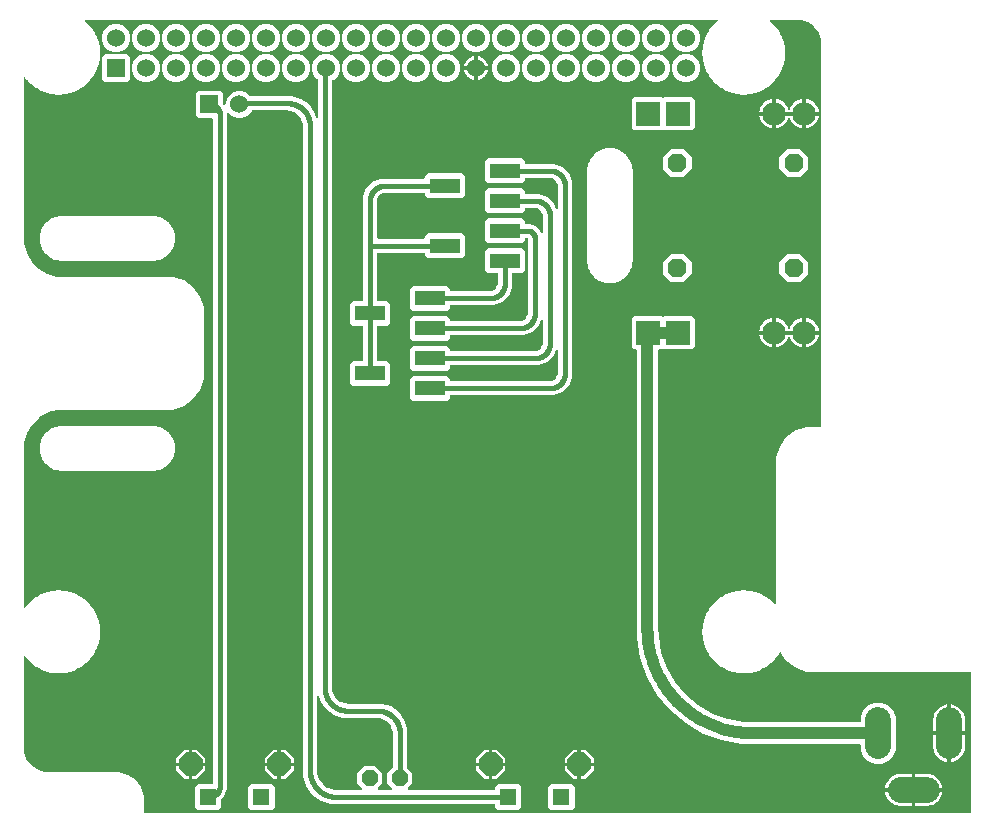
<source format=gbr>
G04 EAGLE Gerber RS-274X export*
G75*
%MOMM*%
%FSLAX34Y34*%
%LPD*%
%INBottom Copper*%
%IPPOS*%
%AMOC8*
5,1,8,0,0,1.08239X$1,22.5*%
G01*
%ADD10R,1.524000X1.524000*%
%ADD11C,1.524000*%
%ADD12R,1.408000X1.408000*%
%ADD13P,2.110661X8X22.500000*%
%ADD14C,2.184400*%
%ADD15P,1.429621X8X202.500000*%
%ADD16C,2.000000*%
%ADD17R,2.000000X2.000000*%
%ADD18R,2.540000X1.270000*%
%ADD19P,1.732040X8X22.500000*%
%ADD20C,0.756400*%
%ADD21C,0.406400*%
%ADD22C,1.016000*%

G36*
X806724Y21213D02*
X806724Y21213D01*
X806743Y21211D01*
X806845Y21233D01*
X806947Y21249D01*
X806964Y21259D01*
X806984Y21263D01*
X807073Y21316D01*
X807164Y21365D01*
X807178Y21379D01*
X807195Y21389D01*
X807262Y21468D01*
X807334Y21543D01*
X807342Y21561D01*
X807355Y21576D01*
X807394Y21672D01*
X807437Y21766D01*
X807439Y21786D01*
X807447Y21804D01*
X807465Y21971D01*
X807465Y139954D01*
X807462Y139974D01*
X807464Y139993D01*
X807442Y140095D01*
X807426Y140197D01*
X807416Y140214D01*
X807412Y140234D01*
X807359Y140323D01*
X807310Y140414D01*
X807296Y140428D01*
X807286Y140445D01*
X807207Y140512D01*
X807132Y140584D01*
X807114Y140592D01*
X807099Y140605D01*
X807003Y140644D01*
X806909Y140687D01*
X806889Y140689D01*
X806871Y140697D01*
X806704Y140715D01*
X674127Y140715D01*
X674085Y140708D01*
X674041Y140710D01*
X673897Y140677D01*
X673885Y140676D01*
X673882Y140674D01*
X673878Y140673D01*
X673846Y140662D01*
X672966Y140714D01*
X672949Y140712D01*
X672921Y140715D01*
X672039Y140715D01*
X672008Y140728D01*
X671966Y140738D01*
X671926Y140757D01*
X671780Y140782D01*
X671768Y140784D01*
X671765Y140784D01*
X671761Y140785D01*
X667669Y141026D01*
X658120Y144761D01*
X650193Y151265D01*
X646532Y156983D01*
X646474Y157047D01*
X646422Y157117D01*
X646392Y157138D01*
X646367Y157166D01*
X646292Y157208D01*
X646220Y157258D01*
X646185Y157269D01*
X646153Y157287D01*
X646068Y157303D01*
X645984Y157328D01*
X645948Y157326D01*
X645912Y157333D01*
X645825Y157321D01*
X645739Y157318D01*
X645704Y157305D01*
X645668Y157300D01*
X645590Y157261D01*
X645509Y157231D01*
X645480Y157207D01*
X645447Y157191D01*
X645386Y157130D01*
X645319Y157074D01*
X645292Y157036D01*
X645273Y157017D01*
X645259Y156990D01*
X645222Y156937D01*
X644698Y155976D01*
X644685Y155941D01*
X644665Y155909D01*
X644648Y155837D01*
X644584Y155752D01*
X644569Y155723D01*
X644525Y155660D01*
X644486Y155588D01*
X644484Y155587D01*
X644369Y155464D01*
X641731Y151940D01*
X641714Y151907D01*
X641689Y151879D01*
X641661Y151809D01*
X641587Y151735D01*
X641568Y151708D01*
X641516Y151653D01*
X641466Y151586D01*
X641463Y151585D01*
X641332Y151480D01*
X638220Y148368D01*
X638198Y148337D01*
X638170Y148313D01*
X638132Y148248D01*
X638048Y148185D01*
X638047Y148184D01*
X638046Y148184D01*
X638025Y148161D01*
X637965Y148113D01*
X637907Y148055D01*
X637904Y148054D01*
X637760Y147969D01*
X634236Y145331D01*
X634210Y145304D01*
X634179Y145284D01*
X634132Y145225D01*
X634040Y145175D01*
X634014Y145154D01*
X633948Y145116D01*
X633882Y145066D01*
X633879Y145066D01*
X633724Y145002D01*
X629860Y142893D01*
X629831Y142870D01*
X629797Y142854D01*
X629743Y142802D01*
X629644Y142765D01*
X629615Y142749D01*
X629545Y142720D01*
X629472Y142681D01*
X629470Y142681D01*
X629307Y142640D01*
X625182Y141101D01*
X625150Y141083D01*
X625114Y141072D01*
X625053Y141029D01*
X624950Y141006D01*
X624919Y140994D01*
X624846Y140976D01*
X624768Y140947D01*
X624766Y140947D01*
X624599Y140930D01*
X624594Y140929D01*
X620297Y139994D01*
X620263Y139981D01*
X620226Y139975D01*
X620159Y139941D01*
X620054Y139933D01*
X620022Y139926D01*
X619946Y139918D01*
X619865Y139900D01*
X619863Y139901D01*
X619695Y139908D01*
X615304Y139594D01*
X615268Y139585D01*
X615231Y139585D01*
X615160Y139561D01*
X615054Y139568D01*
X615022Y139565D01*
X614946Y139568D01*
X614863Y139562D01*
X614861Y139563D01*
X614696Y139594D01*
X610305Y139908D01*
X610268Y139904D01*
X610231Y139909D01*
X610157Y139895D01*
X610054Y139918D01*
X610021Y139920D01*
X609946Y139933D01*
X609864Y139939D01*
X609862Y139941D01*
X609703Y139994D01*
X606424Y140708D01*
X605401Y140930D01*
X605364Y140932D01*
X605328Y140942D01*
X605254Y140939D01*
X605154Y140976D01*
X605122Y140982D01*
X605050Y141006D01*
X604969Y141024D01*
X604967Y141026D01*
X604818Y141101D01*
X600693Y142640D01*
X600657Y142647D01*
X600623Y142662D01*
X600548Y142670D01*
X600455Y142720D01*
X600424Y142731D01*
X600356Y142765D01*
X600279Y142794D01*
X600277Y142796D01*
X600140Y142893D01*
X596276Y145002D01*
X596241Y145015D01*
X596209Y145035D01*
X596137Y145052D01*
X596052Y145116D01*
X596023Y145131D01*
X595960Y145175D01*
X595888Y145214D01*
X595887Y145216D01*
X595764Y145331D01*
X592240Y147969D01*
X592207Y147986D01*
X592179Y148011D01*
X592109Y148039D01*
X592035Y148113D01*
X592008Y148132D01*
X591952Y148185D01*
X591886Y148234D01*
X591885Y148237D01*
X591780Y148368D01*
X588668Y151480D01*
X588637Y151502D01*
X588613Y151530D01*
X588548Y151568D01*
X588485Y151652D01*
X588461Y151675D01*
X588413Y151735D01*
X588355Y151793D01*
X588354Y151796D01*
X588269Y151940D01*
X585631Y155464D01*
X585604Y155490D01*
X585584Y155521D01*
X585525Y155568D01*
X585475Y155660D01*
X585454Y155686D01*
X585416Y155752D01*
X585366Y155818D01*
X585366Y155821D01*
X585302Y155976D01*
X583193Y159840D01*
X583170Y159869D01*
X583154Y159903D01*
X583102Y159957D01*
X583065Y160056D01*
X583049Y160085D01*
X583020Y160155D01*
X582981Y160228D01*
X582981Y160230D01*
X582940Y160393D01*
X581401Y164518D01*
X581383Y164550D01*
X581372Y164586D01*
X581329Y164647D01*
X581306Y164750D01*
X581294Y164781D01*
X581276Y164854D01*
X581247Y164932D01*
X581247Y164934D01*
X581230Y165101D01*
X580294Y169403D01*
X580281Y169437D01*
X580275Y169475D01*
X580241Y169541D01*
X580233Y169646D01*
X580226Y169678D01*
X580218Y169754D01*
X580200Y169835D01*
X580201Y169837D01*
X580208Y170005D01*
X579894Y174396D01*
X579885Y174432D01*
X579885Y174469D01*
X579861Y174540D01*
X579868Y174646D01*
X579865Y174678D01*
X579868Y174754D01*
X579862Y174837D01*
X579863Y174839D01*
X579894Y175004D01*
X580208Y179395D01*
X580204Y179432D01*
X580209Y179469D01*
X580195Y179543D01*
X580218Y179646D01*
X580220Y179679D01*
X580233Y179754D01*
X580239Y179836D01*
X580241Y179838D01*
X580294Y179997D01*
X581230Y184299D01*
X581232Y184336D01*
X581242Y184372D01*
X581239Y184446D01*
X581276Y184546D01*
X581282Y184578D01*
X581306Y184650D01*
X581324Y184731D01*
X581326Y184733D01*
X581401Y184882D01*
X582940Y189007D01*
X582947Y189043D01*
X582962Y189077D01*
X582970Y189152D01*
X583020Y189245D01*
X583031Y189276D01*
X583065Y189344D01*
X583094Y189421D01*
X583096Y189423D01*
X583193Y189560D01*
X585302Y193424D01*
X585315Y193459D01*
X585335Y193491D01*
X585352Y193563D01*
X585416Y193648D01*
X585431Y193677D01*
X585475Y193740D01*
X585514Y193812D01*
X585516Y193813D01*
X585631Y193936D01*
X588269Y197460D01*
X588286Y197493D01*
X588311Y197521D01*
X588339Y197591D01*
X588413Y197665D01*
X588432Y197692D01*
X588485Y197748D01*
X588534Y197814D01*
X588537Y197815D01*
X588668Y197920D01*
X591780Y201032D01*
X591802Y201063D01*
X591830Y201087D01*
X591868Y201152D01*
X591952Y201215D01*
X591975Y201239D01*
X592035Y201287D01*
X592093Y201345D01*
X592096Y201346D01*
X592240Y201431D01*
X595764Y204069D01*
X595790Y204096D01*
X595821Y204116D01*
X595868Y204175D01*
X595960Y204225D01*
X595986Y204246D01*
X596052Y204284D01*
X596118Y204334D01*
X596121Y204334D01*
X596276Y204398D01*
X600140Y206507D01*
X600169Y206530D01*
X600203Y206546D01*
X600257Y206598D01*
X600356Y206635D01*
X600385Y206651D01*
X600455Y206680D01*
X600528Y206719D01*
X600530Y206719D01*
X600693Y206760D01*
X604818Y208299D01*
X604850Y208317D01*
X604886Y208328D01*
X604947Y208371D01*
X605050Y208394D01*
X605081Y208406D01*
X605154Y208424D01*
X605232Y208453D01*
X605234Y208453D01*
X605401Y208470D01*
X605406Y208471D01*
X609703Y209406D01*
X609737Y209419D01*
X609775Y209425D01*
X609841Y209459D01*
X609946Y209467D01*
X609978Y209474D01*
X610054Y209482D01*
X610135Y209500D01*
X610137Y209499D01*
X610305Y209492D01*
X614696Y209806D01*
X614732Y209815D01*
X614769Y209815D01*
X614840Y209839D01*
X614946Y209832D01*
X614978Y209835D01*
X615054Y209832D01*
X615137Y209838D01*
X615139Y209837D01*
X615304Y209806D01*
X619695Y209492D01*
X619732Y209496D01*
X619769Y209491D01*
X619843Y209505D01*
X619946Y209482D01*
X619979Y209480D01*
X620054Y209467D01*
X620136Y209461D01*
X620138Y209459D01*
X620297Y209406D01*
X620981Y209257D01*
X624599Y208470D01*
X624636Y208468D01*
X624672Y208458D01*
X624746Y208461D01*
X624846Y208424D01*
X624878Y208418D01*
X624950Y208394D01*
X625031Y208376D01*
X625033Y208374D01*
X625182Y208299D01*
X629307Y206760D01*
X629343Y206753D01*
X629377Y206738D01*
X629452Y206730D01*
X629545Y206680D01*
X629576Y206669D01*
X629644Y206635D01*
X629721Y206606D01*
X629723Y206604D01*
X629860Y206507D01*
X633724Y204398D01*
X633759Y204385D01*
X633791Y204365D01*
X633863Y204348D01*
X633948Y204284D01*
X633977Y204269D01*
X634040Y204225D01*
X634112Y204186D01*
X634113Y204184D01*
X634236Y204069D01*
X637760Y201431D01*
X637793Y201414D01*
X637821Y201389D01*
X637891Y201361D01*
X637965Y201287D01*
X637992Y201268D01*
X638048Y201215D01*
X638114Y201166D01*
X638115Y201163D01*
X638220Y201032D01*
X641066Y198186D01*
X641124Y198144D01*
X641176Y198095D01*
X641223Y198073D01*
X641265Y198043D01*
X641334Y198022D01*
X641399Y197991D01*
X641451Y197986D01*
X641501Y197970D01*
X641572Y197972D01*
X641643Y197964D01*
X641694Y197975D01*
X641746Y197977D01*
X641814Y198001D01*
X641884Y198017D01*
X641928Y198043D01*
X641977Y198061D01*
X642033Y198106D01*
X642095Y198143D01*
X642129Y198182D01*
X642169Y198215D01*
X642208Y198275D01*
X642255Y198330D01*
X642274Y198378D01*
X642302Y198422D01*
X642320Y198491D01*
X642347Y198558D01*
X642355Y198629D01*
X642363Y198660D01*
X642361Y198684D01*
X642365Y198725D01*
X642365Y322368D01*
X645374Y331627D01*
X651096Y339504D01*
X658973Y345226D01*
X668232Y348235D01*
X679704Y348235D01*
X679724Y348238D01*
X679743Y348236D01*
X679845Y348258D01*
X679947Y348274D01*
X679964Y348284D01*
X679984Y348288D01*
X680073Y348341D01*
X680164Y348390D01*
X680178Y348404D01*
X680195Y348414D01*
X680262Y348493D01*
X680334Y348568D01*
X680342Y348586D01*
X680355Y348601D01*
X680394Y348697D01*
X680437Y348791D01*
X680439Y348811D01*
X680447Y348829D01*
X680465Y348996D01*
X680465Y673100D01*
X680462Y673122D01*
X680463Y673160D01*
X680225Y676180D01*
X680224Y676185D01*
X680224Y676191D01*
X680190Y676355D01*
X678324Y682099D01*
X678308Y682131D01*
X678299Y682166D01*
X678216Y682311D01*
X674666Y687197D01*
X674640Y687223D01*
X674621Y687253D01*
X674497Y687366D01*
X669611Y690916D01*
X669579Y690932D01*
X669552Y690955D01*
X669399Y691024D01*
X663655Y692890D01*
X663649Y692891D01*
X663644Y692894D01*
X663480Y692925D01*
X660460Y693163D01*
X660438Y693161D01*
X660400Y693165D01*
X637730Y693165D01*
X637728Y693165D01*
X637725Y693165D01*
X637606Y693145D01*
X637487Y693126D01*
X637485Y693124D01*
X637483Y693124D01*
X637373Y693065D01*
X637270Y693010D01*
X637268Y693009D01*
X637266Y693007D01*
X637181Y692917D01*
X637101Y692832D01*
X637100Y692830D01*
X637098Y692828D01*
X637048Y692718D01*
X636997Y692609D01*
X636997Y692607D01*
X636996Y692604D01*
X636983Y692483D01*
X636970Y692365D01*
X636970Y692362D01*
X636970Y692360D01*
X636997Y692242D01*
X637022Y692124D01*
X637023Y692122D01*
X637024Y692120D01*
X637087Y692016D01*
X637148Y691913D01*
X637150Y691911D01*
X637151Y691909D01*
X637274Y691795D01*
X637760Y691431D01*
X637793Y691414D01*
X637821Y691389D01*
X637891Y691361D01*
X637965Y691287D01*
X637992Y691268D01*
X638048Y691215D01*
X638114Y691166D01*
X638115Y691163D01*
X638220Y691032D01*
X641332Y687920D01*
X641363Y687898D01*
X641387Y687870D01*
X641452Y687832D01*
X641515Y687748D01*
X641539Y687725D01*
X641587Y687665D01*
X641645Y687607D01*
X641646Y687604D01*
X641731Y687460D01*
X644369Y683936D01*
X644396Y683910D01*
X644416Y683879D01*
X644475Y683832D01*
X644525Y683740D01*
X644546Y683714D01*
X644584Y683648D01*
X644634Y683582D01*
X644634Y683579D01*
X644698Y683424D01*
X646807Y679560D01*
X646830Y679531D01*
X646846Y679497D01*
X646898Y679443D01*
X646935Y679344D01*
X646951Y679315D01*
X646980Y679245D01*
X647019Y679172D01*
X647019Y679170D01*
X647060Y679007D01*
X648599Y674883D01*
X648617Y674850D01*
X648628Y674815D01*
X648671Y674753D01*
X648694Y674650D01*
X648706Y674619D01*
X648724Y674546D01*
X648753Y674468D01*
X648753Y674466D01*
X648770Y674299D01*
X649706Y669997D01*
X649719Y669963D01*
X649725Y669926D01*
X649759Y669859D01*
X649767Y669754D01*
X649774Y669722D01*
X649782Y669646D01*
X649800Y669565D01*
X649799Y669563D01*
X649792Y669395D01*
X650106Y665004D01*
X650115Y664968D01*
X650115Y664931D01*
X650139Y664860D01*
X650132Y664754D01*
X650135Y664722D01*
X650132Y664646D01*
X650138Y664563D01*
X650137Y664561D01*
X650106Y664396D01*
X649792Y660005D01*
X649796Y659968D01*
X649791Y659931D01*
X649805Y659857D01*
X649782Y659754D01*
X649780Y659721D01*
X649767Y659646D01*
X649761Y659564D01*
X649759Y659562D01*
X649706Y659403D01*
X648770Y655101D01*
X648768Y655064D01*
X648758Y655028D01*
X648761Y654954D01*
X648724Y654854D01*
X648718Y654822D01*
X648706Y654787D01*
X648700Y654775D01*
X648699Y654768D01*
X648694Y654750D01*
X648676Y654669D01*
X648674Y654667D01*
X648599Y654518D01*
X647060Y650393D01*
X647053Y650357D01*
X647038Y650323D01*
X647030Y650248D01*
X646980Y650155D01*
X646969Y650124D01*
X646935Y650056D01*
X646906Y649979D01*
X646904Y649977D01*
X646807Y649840D01*
X644698Y645976D01*
X644685Y645941D01*
X644665Y645909D01*
X644648Y645837D01*
X644584Y645752D01*
X644569Y645723D01*
X644525Y645660D01*
X644486Y645588D01*
X644484Y645587D01*
X644369Y645464D01*
X641731Y641940D01*
X641714Y641907D01*
X641689Y641879D01*
X641661Y641809D01*
X641587Y641735D01*
X641568Y641708D01*
X641516Y641653D01*
X641466Y641586D01*
X641463Y641585D01*
X641332Y641480D01*
X638220Y638368D01*
X638198Y638337D01*
X638170Y638313D01*
X638143Y638267D01*
X638127Y638250D01*
X638123Y638241D01*
X638048Y638185D01*
X638025Y638161D01*
X637965Y638113D01*
X637907Y638055D01*
X637904Y638054D01*
X637760Y637969D01*
X634236Y635331D01*
X634210Y635304D01*
X634179Y635284D01*
X634132Y635225D01*
X634040Y635175D01*
X634014Y635154D01*
X633948Y635116D01*
X633882Y635066D01*
X633879Y635066D01*
X633724Y635002D01*
X629860Y632893D01*
X629831Y632870D01*
X629797Y632854D01*
X629743Y632802D01*
X629644Y632765D01*
X629615Y632749D01*
X629545Y632720D01*
X629472Y632681D01*
X629470Y632681D01*
X629307Y632640D01*
X625182Y631101D01*
X625150Y631083D01*
X625114Y631072D01*
X625053Y631029D01*
X624950Y631006D01*
X624919Y630994D01*
X624846Y630976D01*
X624768Y630947D01*
X624766Y630947D01*
X624599Y630930D01*
X624594Y630929D01*
X620297Y629994D01*
X620263Y629981D01*
X620226Y629975D01*
X620159Y629941D01*
X620054Y629933D01*
X620022Y629926D01*
X619946Y629918D01*
X619865Y629900D01*
X619863Y629901D01*
X619695Y629908D01*
X615304Y629594D01*
X615268Y629585D01*
X615231Y629585D01*
X615160Y629561D01*
X615054Y629568D01*
X615022Y629565D01*
X614946Y629568D01*
X614863Y629562D01*
X614861Y629563D01*
X614696Y629594D01*
X610305Y629908D01*
X610268Y629904D01*
X610231Y629909D01*
X610157Y629895D01*
X610054Y629918D01*
X610021Y629920D01*
X609946Y629933D01*
X609864Y629939D01*
X609862Y629941D01*
X609703Y629994D01*
X605401Y630930D01*
X605364Y630932D01*
X605328Y630942D01*
X605254Y630939D01*
X605154Y630976D01*
X605122Y630982D01*
X605050Y631006D01*
X604969Y631024D01*
X604967Y631026D01*
X604818Y631101D01*
X600693Y632640D01*
X600657Y632647D01*
X600623Y632662D01*
X600548Y632670D01*
X600455Y632720D01*
X600424Y632731D01*
X600356Y632765D01*
X600279Y632794D01*
X600277Y632796D01*
X600140Y632893D01*
X596276Y635002D01*
X596241Y635015D01*
X596209Y635035D01*
X596137Y635052D01*
X596052Y635116D01*
X596023Y635131D01*
X595960Y635175D01*
X595888Y635214D01*
X595887Y635216D01*
X595764Y635331D01*
X592240Y637969D01*
X592207Y637986D01*
X592179Y638011D01*
X592109Y638039D01*
X592035Y638113D01*
X592008Y638132D01*
X591952Y638185D01*
X591886Y638234D01*
X591885Y638237D01*
X591827Y638309D01*
X591825Y638313D01*
X591822Y638316D01*
X591780Y638368D01*
X588668Y641480D01*
X588637Y641502D01*
X588613Y641530D01*
X588548Y641568D01*
X588485Y641652D01*
X588461Y641675D01*
X588413Y641735D01*
X588355Y641793D01*
X588354Y641796D01*
X588269Y641940D01*
X585631Y645464D01*
X585604Y645490D01*
X585584Y645521D01*
X585525Y645568D01*
X585475Y645660D01*
X585454Y645686D01*
X585416Y645752D01*
X585366Y645818D01*
X585366Y645821D01*
X585302Y645976D01*
X583193Y649840D01*
X583170Y649869D01*
X583154Y649903D01*
X583102Y649957D01*
X583065Y650056D01*
X583049Y650085D01*
X583020Y650155D01*
X582981Y650228D01*
X582981Y650230D01*
X582940Y650393D01*
X581401Y654518D01*
X581383Y654550D01*
X581372Y654586D01*
X581329Y654647D01*
X581306Y654750D01*
X581294Y654781D01*
X581276Y654854D01*
X581247Y654932D01*
X581247Y654934D01*
X581230Y655101D01*
X580294Y659403D01*
X580281Y659437D01*
X580275Y659474D01*
X580241Y659541D01*
X580233Y659646D01*
X580226Y659678D01*
X580218Y659754D01*
X580200Y659835D01*
X580201Y659837D01*
X580208Y660005D01*
X579894Y664396D01*
X579885Y664432D01*
X579885Y664469D01*
X579861Y664540D01*
X579868Y664646D01*
X579865Y664678D01*
X579868Y664754D01*
X579862Y664837D01*
X579863Y664839D01*
X579894Y665004D01*
X580208Y669395D01*
X580204Y669432D01*
X580209Y669469D01*
X580195Y669543D01*
X580218Y669646D01*
X580220Y669679D01*
X580233Y669754D01*
X580239Y669836D01*
X580241Y669838D01*
X580294Y669997D01*
X581230Y674299D01*
X581232Y674336D01*
X581242Y674372D01*
X581239Y674446D01*
X581276Y674546D01*
X581282Y674578D01*
X581306Y674650D01*
X581324Y674731D01*
X581326Y674733D01*
X581401Y674882D01*
X582940Y679007D01*
X582947Y679043D01*
X582962Y679077D01*
X582970Y679152D01*
X583020Y679245D01*
X583031Y679276D01*
X583065Y679344D01*
X583094Y679421D01*
X583096Y679423D01*
X583193Y679560D01*
X585302Y683424D01*
X585315Y683459D01*
X585335Y683491D01*
X585352Y683563D01*
X585416Y683648D01*
X585431Y683677D01*
X585475Y683740D01*
X585514Y683812D01*
X585516Y683813D01*
X585631Y683936D01*
X588269Y687460D01*
X588286Y687493D01*
X588311Y687521D01*
X588339Y687591D01*
X588413Y687665D01*
X588432Y687692D01*
X588485Y687748D01*
X588534Y687814D01*
X588537Y687815D01*
X588668Y687920D01*
X591780Y691032D01*
X591802Y691063D01*
X591830Y691087D01*
X591868Y691152D01*
X591952Y691215D01*
X591975Y691239D01*
X592035Y691287D01*
X592093Y691345D01*
X592096Y691346D01*
X592240Y691431D01*
X592726Y691795D01*
X592728Y691796D01*
X592730Y691798D01*
X592813Y691885D01*
X592897Y691972D01*
X592898Y691974D01*
X592899Y691976D01*
X592950Y692085D01*
X593002Y692194D01*
X593002Y692197D01*
X593003Y692199D01*
X593016Y692318D01*
X593030Y692439D01*
X593030Y692441D01*
X593030Y692443D01*
X593004Y692562D01*
X592980Y692679D01*
X592978Y692681D01*
X592978Y692684D01*
X592915Y692789D01*
X592855Y692891D01*
X592853Y692893D01*
X592852Y692895D01*
X592758Y692975D01*
X592669Y693052D01*
X592667Y693053D01*
X592665Y693055D01*
X592551Y693101D01*
X592441Y693146D01*
X592439Y693146D01*
X592437Y693147D01*
X592270Y693165D01*
X57730Y693165D01*
X57728Y693165D01*
X57725Y693165D01*
X57606Y693145D01*
X57487Y693126D01*
X57485Y693124D01*
X57483Y693124D01*
X57373Y693065D01*
X57270Y693010D01*
X57268Y693009D01*
X57266Y693007D01*
X57181Y692917D01*
X57101Y692832D01*
X57100Y692830D01*
X57098Y692828D01*
X57048Y692718D01*
X56997Y692609D01*
X56997Y692607D01*
X56996Y692604D01*
X56983Y692483D01*
X56970Y692365D01*
X56970Y692362D01*
X56970Y692360D01*
X56997Y692242D01*
X57022Y692124D01*
X57023Y692122D01*
X57024Y692120D01*
X57087Y692016D01*
X57148Y691913D01*
X57150Y691911D01*
X57151Y691909D01*
X57274Y691795D01*
X57760Y691431D01*
X57793Y691414D01*
X57821Y691389D01*
X57891Y691361D01*
X57965Y691287D01*
X57992Y691268D01*
X58048Y691215D01*
X58114Y691166D01*
X58115Y691163D01*
X58220Y691032D01*
X61332Y687920D01*
X61363Y687898D01*
X61387Y687870D01*
X61452Y687832D01*
X61515Y687748D01*
X61539Y687725D01*
X61587Y687665D01*
X61645Y687607D01*
X61646Y687604D01*
X61731Y687460D01*
X64369Y683936D01*
X64396Y683910D01*
X64416Y683879D01*
X64475Y683832D01*
X64526Y683739D01*
X64546Y683714D01*
X64584Y683648D01*
X64634Y683582D01*
X64634Y683579D01*
X64698Y683424D01*
X66807Y679560D01*
X66830Y679531D01*
X66846Y679497D01*
X66898Y679443D01*
X66935Y679344D01*
X66951Y679315D01*
X66980Y679245D01*
X67019Y679172D01*
X67019Y679170D01*
X67060Y679007D01*
X68599Y674882D01*
X68617Y674850D01*
X68628Y674814D01*
X68671Y674753D01*
X68694Y674650D01*
X68706Y674619D01*
X68724Y674546D01*
X68753Y674468D01*
X68753Y674466D01*
X68770Y674299D01*
X69706Y669997D01*
X69719Y669963D01*
X69725Y669926D01*
X69759Y669859D01*
X69767Y669754D01*
X69774Y669722D01*
X69782Y669646D01*
X69800Y669565D01*
X69799Y669563D01*
X69792Y669395D01*
X70106Y665004D01*
X70115Y664968D01*
X70115Y664931D01*
X70139Y664860D01*
X70132Y664754D01*
X70135Y664722D01*
X70132Y664646D01*
X70138Y664563D01*
X70137Y664561D01*
X70106Y664396D01*
X69792Y660005D01*
X69796Y659968D01*
X69791Y659931D01*
X69805Y659857D01*
X69782Y659754D01*
X69780Y659721D01*
X69767Y659646D01*
X69761Y659564D01*
X69759Y659562D01*
X69706Y659403D01*
X68770Y655101D01*
X68768Y655064D01*
X68758Y655028D01*
X68761Y654954D01*
X68724Y654854D01*
X68718Y654822D01*
X68706Y654787D01*
X68700Y654775D01*
X68699Y654768D01*
X68694Y654750D01*
X68676Y654669D01*
X68674Y654667D01*
X68599Y654518D01*
X67060Y650393D01*
X67053Y650357D01*
X67038Y650323D01*
X67030Y650248D01*
X66980Y650155D01*
X66969Y650124D01*
X66935Y650056D01*
X66906Y649979D01*
X66904Y649977D01*
X66807Y649840D01*
X64698Y645976D01*
X64685Y645941D01*
X64665Y645909D01*
X64648Y645837D01*
X64584Y645752D01*
X64569Y645723D01*
X64525Y645660D01*
X64486Y645588D01*
X64484Y645587D01*
X64369Y645464D01*
X61731Y641940D01*
X61714Y641907D01*
X61689Y641879D01*
X61661Y641809D01*
X61587Y641735D01*
X61568Y641708D01*
X61516Y641653D01*
X61466Y641586D01*
X61463Y641585D01*
X61332Y641480D01*
X58220Y638368D01*
X58198Y638337D01*
X58170Y638313D01*
X58143Y638267D01*
X58127Y638250D01*
X58123Y638241D01*
X58048Y638185D01*
X58025Y638161D01*
X57965Y638113D01*
X57907Y638055D01*
X57904Y638054D01*
X57760Y637969D01*
X54236Y635331D01*
X54210Y635304D01*
X54179Y635284D01*
X54132Y635225D01*
X54040Y635175D01*
X54014Y635154D01*
X53948Y635116D01*
X53882Y635066D01*
X53879Y635066D01*
X53724Y635002D01*
X49860Y632893D01*
X49831Y632870D01*
X49797Y632854D01*
X49743Y632802D01*
X49644Y632765D01*
X49615Y632749D01*
X49545Y632720D01*
X49472Y632681D01*
X49470Y632681D01*
X49307Y632640D01*
X45182Y631101D01*
X45150Y631083D01*
X45114Y631072D01*
X45053Y631029D01*
X44950Y631006D01*
X44919Y630994D01*
X44846Y630976D01*
X44768Y630947D01*
X44766Y630947D01*
X44599Y630930D01*
X44594Y630929D01*
X40297Y629994D01*
X40263Y629981D01*
X40226Y629975D01*
X40159Y629941D01*
X40054Y629933D01*
X40022Y629926D01*
X39946Y629918D01*
X39865Y629900D01*
X39863Y629901D01*
X39695Y629908D01*
X35304Y629594D01*
X35268Y629585D01*
X35231Y629585D01*
X35160Y629561D01*
X35054Y629568D01*
X35022Y629565D01*
X34946Y629568D01*
X34863Y629562D01*
X34861Y629563D01*
X34696Y629594D01*
X30305Y629908D01*
X30268Y629904D01*
X30231Y629909D01*
X30157Y629895D01*
X30054Y629918D01*
X30021Y629920D01*
X29946Y629933D01*
X29864Y629939D01*
X29862Y629941D01*
X29703Y629994D01*
X28797Y630191D01*
X25401Y630930D01*
X25364Y630932D01*
X25328Y630942D01*
X25254Y630939D01*
X25154Y630976D01*
X25122Y630982D01*
X25050Y631006D01*
X24969Y631024D01*
X24967Y631026D01*
X24818Y631101D01*
X20693Y632640D01*
X20657Y632647D01*
X20623Y632662D01*
X20548Y632670D01*
X20455Y632720D01*
X20424Y632731D01*
X20356Y632765D01*
X20279Y632794D01*
X20277Y632796D01*
X20140Y632893D01*
X16276Y635002D01*
X16241Y635015D01*
X16209Y635035D01*
X16137Y635052D01*
X16052Y635116D01*
X16023Y635131D01*
X15960Y635175D01*
X15888Y635214D01*
X15887Y635216D01*
X15764Y635331D01*
X12240Y637969D01*
X12207Y637986D01*
X12179Y638011D01*
X12109Y638039D01*
X12035Y638113D01*
X12008Y638132D01*
X11952Y638185D01*
X11886Y638234D01*
X11885Y638237D01*
X11827Y638309D01*
X11825Y638313D01*
X11822Y638316D01*
X11780Y638368D01*
X8668Y641480D01*
X8637Y641502D01*
X8613Y641530D01*
X8548Y641568D01*
X8485Y641652D01*
X8461Y641675D01*
X8413Y641735D01*
X8355Y641793D01*
X8354Y641796D01*
X8269Y641940D01*
X6705Y644029D01*
X6704Y644031D01*
X6702Y644033D01*
X6615Y644116D01*
X6528Y644200D01*
X6526Y644201D01*
X6524Y644202D01*
X6415Y644253D01*
X6306Y644305D01*
X6303Y644305D01*
X6301Y644306D01*
X6182Y644319D01*
X6061Y644333D01*
X6059Y644333D01*
X6057Y644333D01*
X5938Y644307D01*
X5821Y644283D01*
X5819Y644281D01*
X5816Y644281D01*
X5712Y644219D01*
X5609Y644158D01*
X5607Y644156D01*
X5605Y644155D01*
X5526Y644062D01*
X5448Y643972D01*
X5447Y643970D01*
X5445Y643968D01*
X5399Y643854D01*
X5354Y643745D01*
X5354Y643742D01*
X5353Y643740D01*
X5335Y643573D01*
X5335Y508000D01*
X5338Y507981D01*
X5336Y507950D01*
X5610Y503773D01*
X5616Y503750D01*
X5634Y503626D01*
X7797Y495556D01*
X7803Y495541D01*
X7806Y495526D01*
X7873Y495372D01*
X12050Y488137D01*
X12060Y488124D01*
X12066Y488110D01*
X12171Y487979D01*
X18079Y482071D01*
X18092Y482062D01*
X18101Y482050D01*
X18237Y481950D01*
X25472Y477773D01*
X25487Y477767D01*
X25499Y477758D01*
X25656Y477697D01*
X33726Y475534D01*
X33749Y475532D01*
X33873Y475510D01*
X38050Y475236D01*
X38069Y475238D01*
X38100Y475235D01*
X131868Y475235D01*
X141127Y472226D01*
X149004Y466504D01*
X154726Y458627D01*
X157735Y449368D01*
X157735Y388832D01*
X154726Y379573D01*
X149004Y371696D01*
X141127Y365974D01*
X131868Y362965D01*
X38100Y362965D01*
X38082Y362962D01*
X38050Y362964D01*
X33873Y362690D01*
X33850Y362684D01*
X33726Y362666D01*
X25656Y360503D01*
X25641Y360497D01*
X25626Y360494D01*
X25472Y360427D01*
X18237Y356250D01*
X18224Y356240D01*
X18210Y356234D01*
X18079Y356129D01*
X12171Y350221D01*
X12162Y350208D01*
X12150Y350199D01*
X12050Y350063D01*
X7873Y342828D01*
X7867Y342813D01*
X7858Y342801D01*
X7797Y342644D01*
X5634Y334574D01*
X5632Y334551D01*
X5610Y334427D01*
X5336Y330250D01*
X5338Y330231D01*
X5335Y330200D01*
X5335Y195827D01*
X5335Y195825D01*
X5335Y195822D01*
X5355Y195703D01*
X5374Y195584D01*
X5376Y195582D01*
X5376Y195580D01*
X5435Y195470D01*
X5490Y195367D01*
X5491Y195365D01*
X5493Y195363D01*
X5583Y195278D01*
X5668Y195198D01*
X5670Y195196D01*
X5672Y195195D01*
X5782Y195145D01*
X5891Y195094D01*
X5893Y195094D01*
X5896Y195093D01*
X6017Y195080D01*
X6135Y195067D01*
X6138Y195067D01*
X6140Y195067D01*
X6258Y195094D01*
X6376Y195119D01*
X6378Y195120D01*
X6380Y195121D01*
X6484Y195184D01*
X6587Y195245D01*
X6589Y195247D01*
X6591Y195248D01*
X6705Y195371D01*
X8269Y197460D01*
X8286Y197493D01*
X8311Y197521D01*
X8339Y197591D01*
X8413Y197665D01*
X8432Y197692D01*
X8485Y197748D01*
X8534Y197814D01*
X8537Y197815D01*
X8668Y197920D01*
X11780Y201032D01*
X11802Y201063D01*
X11830Y201087D01*
X11868Y201152D01*
X11952Y201215D01*
X11975Y201239D01*
X12035Y201287D01*
X12093Y201345D01*
X12096Y201346D01*
X12240Y201431D01*
X15764Y204069D01*
X15790Y204096D01*
X15821Y204116D01*
X15868Y204175D01*
X15960Y204225D01*
X15986Y204246D01*
X16052Y204284D01*
X16118Y204334D01*
X16121Y204334D01*
X16276Y204398D01*
X20140Y206507D01*
X20169Y206530D01*
X20203Y206546D01*
X20257Y206598D01*
X20356Y206635D01*
X20385Y206651D01*
X20455Y206680D01*
X20528Y206719D01*
X20530Y206719D01*
X20693Y206760D01*
X24818Y208299D01*
X24850Y208317D01*
X24886Y208328D01*
X24947Y208371D01*
X25050Y208394D01*
X25081Y208406D01*
X25154Y208424D01*
X25232Y208453D01*
X25234Y208453D01*
X25401Y208470D01*
X25406Y208471D01*
X29703Y209406D01*
X29737Y209419D01*
X29775Y209425D01*
X29841Y209459D01*
X29946Y209467D01*
X29978Y209474D01*
X30054Y209482D01*
X30135Y209500D01*
X30137Y209499D01*
X30305Y209492D01*
X34696Y209806D01*
X34732Y209815D01*
X34770Y209815D01*
X34840Y209839D01*
X34946Y209832D01*
X34978Y209835D01*
X35054Y209832D01*
X35137Y209838D01*
X35139Y209837D01*
X35304Y209806D01*
X39695Y209492D01*
X39732Y209496D01*
X39769Y209491D01*
X39843Y209505D01*
X39946Y209482D01*
X39979Y209480D01*
X40054Y209467D01*
X40136Y209461D01*
X40138Y209459D01*
X40297Y209406D01*
X40981Y209257D01*
X44599Y208470D01*
X44636Y208468D01*
X44672Y208458D01*
X44746Y208461D01*
X44846Y208424D01*
X44878Y208418D01*
X44950Y208394D01*
X45031Y208376D01*
X45033Y208374D01*
X45182Y208299D01*
X49307Y206760D01*
X49343Y206753D01*
X49377Y206738D01*
X49452Y206730D01*
X49545Y206680D01*
X49576Y206669D01*
X49644Y206635D01*
X49721Y206606D01*
X49723Y206604D01*
X49860Y206507D01*
X53724Y204398D01*
X53759Y204385D01*
X53791Y204365D01*
X53863Y204348D01*
X53948Y204284D01*
X53977Y204269D01*
X54040Y204225D01*
X54112Y204186D01*
X54113Y204184D01*
X54236Y204069D01*
X57760Y201431D01*
X57793Y201414D01*
X57821Y201389D01*
X57891Y201361D01*
X57965Y201287D01*
X57992Y201268D01*
X58047Y201216D01*
X58114Y201166D01*
X58115Y201163D01*
X58220Y201032D01*
X61332Y197920D01*
X61363Y197898D01*
X61387Y197870D01*
X61452Y197832D01*
X61515Y197748D01*
X61539Y197725D01*
X61587Y197665D01*
X61645Y197607D01*
X61646Y197604D01*
X61731Y197460D01*
X64369Y193936D01*
X64396Y193910D01*
X64416Y193879D01*
X64475Y193832D01*
X64525Y193740D01*
X64546Y193714D01*
X64584Y193648D01*
X64634Y193582D01*
X64634Y193579D01*
X64698Y193424D01*
X66807Y189560D01*
X66830Y189531D01*
X66846Y189497D01*
X66898Y189443D01*
X66935Y189344D01*
X66951Y189315D01*
X66980Y189245D01*
X67019Y189172D01*
X67019Y189170D01*
X67060Y189007D01*
X68599Y184882D01*
X68617Y184850D01*
X68628Y184814D01*
X68671Y184753D01*
X68694Y184650D01*
X68706Y184619D01*
X68724Y184546D01*
X68753Y184468D01*
X68753Y184466D01*
X68770Y184299D01*
X69706Y179997D01*
X69719Y179963D01*
X69725Y179926D01*
X69759Y179859D01*
X69767Y179754D01*
X69774Y179722D01*
X69782Y179646D01*
X69800Y179565D01*
X69799Y179563D01*
X69792Y179395D01*
X70106Y175004D01*
X70115Y174968D01*
X70115Y174931D01*
X70139Y174860D01*
X70132Y174754D01*
X70135Y174722D01*
X70132Y174646D01*
X70138Y174563D01*
X70137Y174561D01*
X70106Y174396D01*
X69792Y170005D01*
X69796Y169968D01*
X69791Y169931D01*
X69805Y169857D01*
X69782Y169754D01*
X69780Y169721D01*
X69767Y169646D01*
X69761Y169564D01*
X69759Y169562D01*
X69706Y169403D01*
X68770Y165101D01*
X68768Y165064D01*
X68758Y165028D01*
X68761Y164954D01*
X68724Y164854D01*
X68718Y164822D01*
X68694Y164750D01*
X68676Y164669D01*
X68674Y164667D01*
X68599Y164518D01*
X67060Y160393D01*
X67053Y160357D01*
X67038Y160323D01*
X67030Y160248D01*
X66980Y160155D01*
X66969Y160124D01*
X66935Y160056D01*
X66906Y159979D01*
X66904Y159977D01*
X66807Y159840D01*
X64698Y155976D01*
X64685Y155941D01*
X64665Y155909D01*
X64648Y155837D01*
X64584Y155752D01*
X64569Y155723D01*
X64525Y155660D01*
X64486Y155588D01*
X64484Y155587D01*
X64369Y155464D01*
X61731Y151940D01*
X61714Y151907D01*
X61689Y151879D01*
X61661Y151809D01*
X61587Y151735D01*
X61568Y151708D01*
X61515Y151652D01*
X61466Y151586D01*
X61463Y151585D01*
X61332Y151480D01*
X58220Y148368D01*
X58198Y148337D01*
X58170Y148313D01*
X58132Y148248D01*
X58048Y148185D01*
X58047Y148184D01*
X58046Y148184D01*
X58025Y148161D01*
X57965Y148113D01*
X57907Y148055D01*
X57904Y148054D01*
X57760Y147969D01*
X54236Y145331D01*
X54210Y145304D01*
X54179Y145284D01*
X54132Y145225D01*
X54040Y145175D01*
X54014Y145154D01*
X53948Y145116D01*
X53882Y145066D01*
X53879Y145066D01*
X53724Y145002D01*
X49860Y142893D01*
X49831Y142870D01*
X49797Y142854D01*
X49743Y142802D01*
X49644Y142765D01*
X49615Y142749D01*
X49545Y142720D01*
X49472Y142681D01*
X49470Y142681D01*
X49307Y142640D01*
X45182Y141101D01*
X45150Y141083D01*
X45114Y141072D01*
X45053Y141029D01*
X44950Y141006D01*
X44919Y140994D01*
X44846Y140976D01*
X44768Y140947D01*
X44766Y140947D01*
X44599Y140930D01*
X44594Y140929D01*
X40297Y139994D01*
X40263Y139981D01*
X40225Y139975D01*
X40159Y139941D01*
X40054Y139933D01*
X40022Y139926D01*
X39946Y139918D01*
X39865Y139900D01*
X39863Y139901D01*
X39695Y139908D01*
X35304Y139594D01*
X35268Y139585D01*
X35231Y139585D01*
X35160Y139561D01*
X35054Y139568D01*
X35022Y139565D01*
X34946Y139568D01*
X34863Y139562D01*
X34861Y139563D01*
X34696Y139594D01*
X30305Y139908D01*
X30268Y139904D01*
X30231Y139909D01*
X30157Y139895D01*
X30054Y139918D01*
X30021Y139920D01*
X29946Y139933D01*
X29864Y139939D01*
X29862Y139941D01*
X29703Y139994D01*
X25401Y140930D01*
X25364Y140932D01*
X25328Y140942D01*
X25254Y140939D01*
X25154Y140976D01*
X25122Y140982D01*
X25050Y141006D01*
X24969Y141024D01*
X24967Y141026D01*
X24818Y141101D01*
X20693Y142640D01*
X20657Y142647D01*
X20623Y142662D01*
X20548Y142670D01*
X20455Y142720D01*
X20424Y142731D01*
X20356Y142765D01*
X20279Y142794D01*
X20277Y142796D01*
X20140Y142893D01*
X16276Y145002D01*
X16241Y145015D01*
X16209Y145035D01*
X16137Y145052D01*
X16052Y145116D01*
X16023Y145131D01*
X15960Y145175D01*
X15888Y145214D01*
X15887Y145216D01*
X15764Y145331D01*
X12240Y147969D01*
X12207Y147986D01*
X12179Y148011D01*
X12109Y148039D01*
X12035Y148113D01*
X12008Y148132D01*
X11952Y148185D01*
X11886Y148234D01*
X11885Y148237D01*
X11780Y148368D01*
X8668Y151480D01*
X8637Y151502D01*
X8613Y151530D01*
X8548Y151568D01*
X8485Y151652D01*
X8461Y151675D01*
X8413Y151735D01*
X8355Y151793D01*
X8354Y151796D01*
X8269Y151940D01*
X6705Y154029D01*
X6704Y154031D01*
X6702Y154033D01*
X6615Y154116D01*
X6528Y154200D01*
X6526Y154201D01*
X6524Y154202D01*
X6415Y154253D01*
X6306Y154305D01*
X6303Y154305D01*
X6301Y154306D01*
X6182Y154319D01*
X6061Y154333D01*
X6059Y154333D01*
X6057Y154333D01*
X5938Y154307D01*
X5821Y154283D01*
X5819Y154281D01*
X5816Y154281D01*
X5712Y154219D01*
X5609Y154158D01*
X5607Y154156D01*
X5605Y154155D01*
X5526Y154062D01*
X5448Y153972D01*
X5447Y153970D01*
X5445Y153968D01*
X5399Y153854D01*
X5354Y153745D01*
X5354Y153742D01*
X5353Y153740D01*
X5335Y153573D01*
X5335Y76200D01*
X5338Y76178D01*
X5337Y76140D01*
X5575Y73120D01*
X5576Y73115D01*
X5576Y73109D01*
X5610Y72945D01*
X7476Y67201D01*
X7492Y67169D01*
X7501Y67134D01*
X7584Y66989D01*
X11134Y62103D01*
X11160Y62077D01*
X11179Y62047D01*
X11303Y61934D01*
X16189Y58384D01*
X16221Y58368D01*
X16248Y58345D01*
X16401Y58276D01*
X22145Y56410D01*
X22151Y56409D01*
X22156Y56406D01*
X22320Y56375D01*
X25340Y56137D01*
X25362Y56139D01*
X25400Y56135D01*
X86412Y56135D01*
X93759Y53748D01*
X100008Y49208D01*
X104548Y42959D01*
X106935Y35612D01*
X106935Y21971D01*
X106938Y21951D01*
X106936Y21932D01*
X106958Y21830D01*
X106974Y21728D01*
X106984Y21711D01*
X106988Y21691D01*
X107041Y21602D01*
X107090Y21511D01*
X107104Y21497D01*
X107114Y21480D01*
X107193Y21413D01*
X107268Y21341D01*
X107286Y21333D01*
X107301Y21320D01*
X107397Y21281D01*
X107491Y21238D01*
X107511Y21236D01*
X107529Y21228D01*
X107696Y21210D01*
X806704Y21210D01*
X806724Y21213D01*
G37*
%LPC*%
G36*
X152926Y23820D02*
X152926Y23820D01*
X150545Y26201D01*
X150545Y43649D01*
X152926Y46030D01*
X164592Y46030D01*
X164612Y46033D01*
X164631Y46031D01*
X164733Y46053D01*
X164835Y46069D01*
X164852Y46079D01*
X164872Y46083D01*
X164961Y46136D01*
X165052Y46185D01*
X165066Y46199D01*
X165083Y46209D01*
X165150Y46288D01*
X165222Y46363D01*
X165230Y46381D01*
X165243Y46396D01*
X165282Y46492D01*
X165325Y46586D01*
X165327Y46606D01*
X165335Y46624D01*
X165353Y46791D01*
X165353Y608804D01*
X165350Y608824D01*
X165352Y608843D01*
X165330Y608945D01*
X165314Y609047D01*
X165304Y609064D01*
X165300Y609084D01*
X165247Y609173D01*
X165198Y609264D01*
X165184Y609278D01*
X165174Y609295D01*
X165095Y609362D01*
X165020Y609434D01*
X165002Y609442D01*
X164987Y609455D01*
X164891Y609494D01*
X164797Y609537D01*
X164777Y609539D01*
X164759Y609547D01*
X164592Y609565D01*
X153246Y609565D01*
X150865Y611946D01*
X150865Y630554D01*
X153246Y632935D01*
X171854Y632935D01*
X174235Y630554D01*
X174235Y622189D01*
X174249Y622099D01*
X174257Y622008D01*
X174269Y621978D01*
X174274Y621946D01*
X174317Y621866D01*
X174353Y621782D01*
X174379Y621750D01*
X174390Y621729D01*
X174413Y621707D01*
X174458Y621651D01*
X174966Y621143D01*
X175024Y621101D01*
X175076Y621052D01*
X175123Y621030D01*
X175165Y620999D01*
X175234Y620978D01*
X175299Y620948D01*
X175351Y620942D01*
X175401Y620927D01*
X175472Y620929D01*
X175543Y620921D01*
X175594Y620932D01*
X175646Y620933D01*
X175714Y620958D01*
X175784Y620973D01*
X175828Y621000D01*
X175877Y621018D01*
X175933Y621063D01*
X175995Y621099D01*
X176029Y621139D01*
X176069Y621171D01*
X176108Y621232D01*
X176155Y621286D01*
X176174Y621335D01*
X176202Y621378D01*
X176220Y621448D01*
X176247Y621514D01*
X176255Y621586D01*
X176263Y621617D01*
X176261Y621640D01*
X176265Y621681D01*
X176265Y623574D01*
X178044Y627869D01*
X181331Y631156D01*
X185626Y632935D01*
X190274Y632935D01*
X194569Y631156D01*
X197105Y628620D01*
X197179Y628567D01*
X197248Y628507D01*
X197279Y628495D01*
X197305Y628476D01*
X197392Y628449D01*
X197477Y628415D01*
X197518Y628411D01*
X197540Y628404D01*
X197572Y628405D01*
X197643Y628397D01*
X232583Y628397D01*
X240159Y625935D01*
X246603Y621253D01*
X251285Y614809D01*
X252768Y610245D01*
X252770Y610241D01*
X252771Y610237D01*
X252826Y610133D01*
X252881Y610026D01*
X252884Y610024D01*
X252886Y610020D01*
X252972Y609938D01*
X253057Y609855D01*
X253061Y609853D01*
X253064Y609851D01*
X253172Y609800D01*
X253279Y609749D01*
X253283Y609749D01*
X253287Y609747D01*
X253405Y609734D01*
X253524Y609720D01*
X253528Y609720D01*
X253531Y609720D01*
X253649Y609745D01*
X253764Y609769D01*
X253768Y609771D01*
X253772Y609772D01*
X253874Y609834D01*
X253977Y609893D01*
X253980Y609896D01*
X253983Y609898D01*
X254061Y609989D01*
X254139Y610079D01*
X254140Y610082D01*
X254143Y610085D01*
X254188Y610198D01*
X254233Y610306D01*
X254233Y610310D01*
X254235Y610313D01*
X254253Y610480D01*
X254253Y642291D01*
X254239Y642381D01*
X254231Y642472D01*
X254219Y642502D01*
X254214Y642533D01*
X254171Y642614D01*
X254135Y642698D01*
X254109Y642730D01*
X254098Y642751D01*
X254075Y642773D01*
X254030Y642829D01*
X251460Y645399D01*
X249681Y649694D01*
X249681Y654342D01*
X251460Y658637D01*
X254747Y661924D01*
X259042Y663703D01*
X263690Y663703D01*
X267985Y661924D01*
X271272Y658637D01*
X273051Y654342D01*
X273051Y649694D01*
X271272Y645399D01*
X267985Y642112D01*
X266917Y641670D01*
X266817Y641608D01*
X266717Y641548D01*
X266713Y641543D01*
X266708Y641540D01*
X266633Y641450D01*
X266557Y641361D01*
X266555Y641355D01*
X266551Y641351D01*
X266509Y641243D01*
X266465Y641133D01*
X266464Y641126D01*
X266463Y641121D01*
X266462Y641103D01*
X266447Y640966D01*
X266447Y127000D01*
X266448Y126990D01*
X266448Y126984D01*
X266450Y126973D01*
X266449Y126940D01*
X266599Y125033D01*
X266601Y125027D01*
X266600Y125022D01*
X266634Y124858D01*
X267813Y121230D01*
X267829Y121198D01*
X267838Y121163D01*
X267921Y121017D01*
X270163Y117931D01*
X270189Y117906D01*
X270207Y117876D01*
X270331Y117763D01*
X273417Y115521D01*
X273449Y115505D01*
X273477Y115482D01*
X273630Y115413D01*
X277258Y114234D01*
X277263Y114233D01*
X277268Y114231D01*
X277433Y114199D01*
X279340Y114049D01*
X279362Y114051D01*
X279400Y114047D01*
X308783Y114047D01*
X316359Y111585D01*
X322803Y106903D01*
X327485Y100459D01*
X329947Y92883D01*
X329947Y60106D01*
X329961Y60016D01*
X329969Y59925D01*
X329981Y59896D01*
X329986Y59864D01*
X330029Y59783D01*
X330065Y59699D01*
X330091Y59667D01*
X330102Y59646D01*
X330125Y59624D01*
X330170Y59568D01*
X334519Y55219D01*
X334519Y46381D01*
X330459Y42321D01*
X330417Y42263D01*
X330368Y42211D01*
X330346Y42164D01*
X330316Y42122D01*
X330294Y42053D01*
X330264Y41988D01*
X330259Y41936D01*
X330243Y41886D01*
X330245Y41815D01*
X330237Y41744D01*
X330248Y41693D01*
X330250Y41641D01*
X330274Y41573D01*
X330289Y41503D01*
X330316Y41458D01*
X330334Y41410D01*
X330379Y41354D01*
X330416Y41292D01*
X330455Y41258D01*
X330488Y41218D01*
X330548Y41179D01*
X330603Y41132D01*
X330651Y41113D01*
X330695Y41085D01*
X330764Y41067D01*
X330831Y41040D01*
X330902Y41032D01*
X330933Y41024D01*
X330956Y41026D01*
X330997Y41022D01*
X403784Y41022D01*
X403804Y41025D01*
X403823Y41023D01*
X403925Y41045D01*
X404027Y41061D01*
X404044Y41071D01*
X404064Y41075D01*
X404153Y41128D01*
X404244Y41177D01*
X404258Y41191D01*
X404275Y41201D01*
X404342Y41280D01*
X404414Y41355D01*
X404422Y41373D01*
X404435Y41388D01*
X404474Y41484D01*
X404517Y41578D01*
X404519Y41598D01*
X404527Y41616D01*
X404545Y41783D01*
X404545Y43649D01*
X406926Y46030D01*
X424374Y46030D01*
X426755Y43649D01*
X426755Y26201D01*
X424374Y23820D01*
X406926Y23820D01*
X404545Y26201D01*
X404545Y28067D01*
X404542Y28084D01*
X404544Y28100D01*
X404544Y28102D01*
X404544Y28106D01*
X404522Y28208D01*
X404506Y28310D01*
X404496Y28327D01*
X404492Y28347D01*
X404439Y28436D01*
X404390Y28527D01*
X404376Y28541D01*
X404366Y28558D01*
X404287Y28625D01*
X404212Y28697D01*
X404194Y28705D01*
X404179Y28718D01*
X404083Y28757D01*
X403989Y28800D01*
X403969Y28802D01*
X403951Y28810D01*
X403784Y28828D01*
X265389Y28828D01*
X256857Y31601D01*
X249599Y36874D01*
X244326Y44132D01*
X241553Y52664D01*
X241553Y603250D01*
X241550Y603272D01*
X241551Y603310D01*
X241401Y605217D01*
X241399Y605223D01*
X241400Y605228D01*
X241366Y605392D01*
X240187Y609020D01*
X240171Y609052D01*
X240162Y609087D01*
X240079Y609233D01*
X237837Y612319D01*
X237811Y612344D01*
X237793Y612374D01*
X237669Y612487D01*
X234583Y614729D01*
X234551Y614745D01*
X234523Y614768D01*
X234370Y614837D01*
X230742Y616016D01*
X230737Y616017D01*
X230732Y616019D01*
X230567Y616051D01*
X228660Y616201D01*
X228638Y616199D01*
X228600Y616203D01*
X199016Y616203D01*
X198901Y616184D01*
X198785Y616167D01*
X198779Y616165D01*
X198773Y616164D01*
X198671Y616109D01*
X198565Y616056D01*
X198561Y616051D01*
X198556Y616048D01*
X198476Y615964D01*
X198393Y615880D01*
X198390Y615874D01*
X198386Y615870D01*
X198378Y615853D01*
X198312Y615733D01*
X197856Y614631D01*
X194569Y611344D01*
X190274Y609565D01*
X185626Y609565D01*
X181331Y611344D01*
X178846Y613829D01*
X178788Y613871D01*
X178736Y613920D01*
X178689Y613942D01*
X178647Y613973D01*
X178578Y613994D01*
X178513Y614024D01*
X178461Y614030D01*
X178411Y614045D01*
X178340Y614043D01*
X178269Y614051D01*
X178218Y614040D01*
X178166Y614039D01*
X178098Y614014D01*
X178028Y613999D01*
X177983Y613972D01*
X177935Y613954D01*
X177879Y613909D01*
X177817Y613873D01*
X177783Y613833D01*
X177743Y613800D01*
X177704Y613740D01*
X177657Y613686D01*
X177638Y613637D01*
X177610Y613594D01*
X177592Y613524D01*
X177565Y613457D01*
X177557Y613386D01*
X177549Y613355D01*
X177551Y613332D01*
X177547Y613291D01*
X177547Y41343D01*
X175168Y35601D01*
X172978Y33410D01*
X172925Y33336D01*
X172865Y33267D01*
X172853Y33237D01*
X172834Y33210D01*
X172807Y33124D01*
X172773Y33039D01*
X172769Y32998D01*
X172762Y32975D01*
X172763Y32943D01*
X172755Y32872D01*
X172755Y26201D01*
X170374Y23820D01*
X152926Y23820D01*
G37*
%LPD*%
%LPC*%
G36*
X334866Y370585D02*
X334866Y370585D01*
X332485Y372966D01*
X332485Y389034D01*
X334866Y391415D01*
X363634Y391415D01*
X366015Y389034D01*
X366015Y387858D01*
X366018Y387838D01*
X366016Y387819D01*
X366038Y387717D01*
X366054Y387615D01*
X366064Y387598D01*
X366068Y387578D01*
X366121Y387489D01*
X366170Y387398D01*
X366184Y387384D01*
X366194Y387367D01*
X366273Y387300D01*
X366348Y387228D01*
X366366Y387220D01*
X366381Y387207D01*
X366477Y387168D01*
X366571Y387125D01*
X366591Y387123D01*
X366609Y387115D01*
X366776Y387097D01*
X450850Y387097D01*
X450876Y387101D01*
X450925Y387100D01*
X452064Y387213D01*
X452092Y387220D01*
X452120Y387220D01*
X452281Y387267D01*
X454387Y388139D01*
X454443Y388174D01*
X454503Y388199D01*
X454568Y388251D01*
X454596Y388269D01*
X454608Y388284D01*
X454634Y388304D01*
X456246Y389916D01*
X456284Y389969D01*
X456330Y390016D01*
X456370Y390089D01*
X456389Y390116D01*
X456395Y390134D01*
X456411Y390163D01*
X457283Y392269D01*
X457290Y392297D01*
X457303Y392322D01*
X457337Y392486D01*
X457450Y393625D01*
X457448Y393652D01*
X457453Y393700D01*
X457453Y412757D01*
X457438Y412853D01*
X457428Y412950D01*
X457418Y412974D01*
X457414Y413000D01*
X457368Y413086D01*
X457328Y413175D01*
X457311Y413194D01*
X457298Y413217D01*
X457228Y413284D01*
X457162Y413356D01*
X457139Y413368D01*
X457120Y413386D01*
X457032Y413427D01*
X456946Y413474D01*
X456921Y413479D01*
X456897Y413490D01*
X456800Y413501D01*
X456704Y413518D01*
X456678Y413514D01*
X456653Y413517D01*
X456557Y413497D01*
X456461Y413482D01*
X456438Y413471D01*
X456412Y413465D01*
X456329Y413415D01*
X456242Y413371D01*
X456223Y413352D01*
X456201Y413339D01*
X456138Y413265D01*
X456070Y413195D01*
X456054Y413167D01*
X456041Y413152D01*
X456029Y413121D01*
X455989Y413048D01*
X454085Y408453D01*
X448797Y403165D01*
X441889Y400303D01*
X366776Y400303D01*
X366756Y400300D01*
X366737Y400302D01*
X366635Y400280D01*
X366533Y400264D01*
X366516Y400254D01*
X366496Y400250D01*
X366407Y400197D01*
X366316Y400148D01*
X366302Y400134D01*
X366285Y400124D01*
X366218Y400045D01*
X366146Y399970D01*
X366138Y399952D01*
X366125Y399937D01*
X366086Y399841D01*
X366043Y399747D01*
X366041Y399727D01*
X366033Y399709D01*
X366015Y399542D01*
X366015Y398366D01*
X363634Y395985D01*
X334866Y395985D01*
X332485Y398366D01*
X332485Y414434D01*
X334866Y416815D01*
X363634Y416815D01*
X366015Y414434D01*
X366015Y413258D01*
X366018Y413238D01*
X366016Y413219D01*
X366038Y413117D01*
X366054Y413015D01*
X366064Y412998D01*
X366068Y412978D01*
X366121Y412889D01*
X366170Y412798D01*
X366184Y412784D01*
X366194Y412767D01*
X366273Y412700D01*
X366348Y412628D01*
X366366Y412620D01*
X366381Y412607D01*
X366477Y412568D01*
X366571Y412525D01*
X366591Y412523D01*
X366609Y412515D01*
X366776Y412497D01*
X438150Y412497D01*
X438176Y412501D01*
X438225Y412500D01*
X439364Y412613D01*
X439392Y412620D01*
X439420Y412620D01*
X439581Y412667D01*
X441687Y413539D01*
X441743Y413574D01*
X441803Y413599D01*
X441868Y413651D01*
X441896Y413669D01*
X441908Y413684D01*
X441934Y413704D01*
X443546Y415316D01*
X443584Y415369D01*
X443630Y415416D01*
X443670Y415489D01*
X443689Y415516D01*
X443695Y415534D01*
X443711Y415563D01*
X444583Y417669D01*
X444590Y417697D01*
X444603Y417722D01*
X444637Y417886D01*
X444750Y419025D01*
X444748Y419052D01*
X444753Y419100D01*
X444753Y438157D01*
X444738Y438253D01*
X444728Y438350D01*
X444718Y438374D01*
X444714Y438400D01*
X444668Y438486D01*
X444628Y438575D01*
X444611Y438594D01*
X444598Y438617D01*
X444528Y438684D01*
X444462Y438756D01*
X444439Y438768D01*
X444420Y438786D01*
X444332Y438827D01*
X444246Y438874D01*
X444221Y438879D01*
X444197Y438890D01*
X444100Y438901D01*
X444004Y438918D01*
X443978Y438914D01*
X443953Y438917D01*
X443857Y438897D01*
X443761Y438882D01*
X443738Y438871D01*
X443712Y438865D01*
X443629Y438815D01*
X443542Y438771D01*
X443523Y438752D01*
X443501Y438739D01*
X443438Y438665D01*
X443370Y438595D01*
X443354Y438567D01*
X443341Y438552D01*
X443329Y438521D01*
X443289Y438448D01*
X441385Y433852D01*
X436098Y428565D01*
X429189Y425703D01*
X366776Y425703D01*
X366756Y425700D01*
X366737Y425702D01*
X366635Y425680D01*
X366533Y425664D01*
X366516Y425654D01*
X366496Y425650D01*
X366407Y425597D01*
X366316Y425548D01*
X366302Y425534D01*
X366285Y425524D01*
X366218Y425445D01*
X366146Y425370D01*
X366138Y425352D01*
X366125Y425337D01*
X366086Y425241D01*
X366043Y425147D01*
X366041Y425127D01*
X366033Y425109D01*
X366015Y424942D01*
X366015Y423766D01*
X363634Y421385D01*
X334866Y421385D01*
X332485Y423766D01*
X332485Y439834D01*
X334866Y442215D01*
X363634Y442215D01*
X366015Y439834D01*
X366015Y438658D01*
X366018Y438638D01*
X366016Y438619D01*
X366038Y438517D01*
X366054Y438415D01*
X366064Y438398D01*
X366068Y438378D01*
X366121Y438289D01*
X366170Y438198D01*
X366184Y438184D01*
X366194Y438167D01*
X366273Y438100D01*
X366348Y438028D01*
X366366Y438020D01*
X366381Y438007D01*
X366477Y437968D01*
X366571Y437925D01*
X366591Y437923D01*
X366609Y437915D01*
X366776Y437897D01*
X425450Y437897D01*
X425476Y437901D01*
X425525Y437900D01*
X426664Y438013D01*
X426692Y438020D01*
X426720Y438020D01*
X426881Y438067D01*
X428987Y438939D01*
X429043Y438974D01*
X429103Y438999D01*
X429168Y439051D01*
X429196Y439069D01*
X429208Y439084D01*
X429234Y439104D01*
X430846Y440716D01*
X430884Y440769D01*
X430930Y440816D01*
X430970Y440889D01*
X430989Y440916D01*
X430995Y440934D01*
X431011Y440963D01*
X431883Y443069D01*
X431890Y443097D01*
X431903Y443122D01*
X431937Y443286D01*
X432050Y444425D01*
X432048Y444452D01*
X432053Y444500D01*
X432053Y507492D01*
X432050Y507512D01*
X432052Y507531D01*
X432030Y507633D01*
X432014Y507735D01*
X432004Y507752D01*
X432000Y507772D01*
X431947Y507861D01*
X431898Y507952D01*
X431884Y507966D01*
X431874Y507983D01*
X431795Y508050D01*
X431720Y508122D01*
X431702Y508130D01*
X431687Y508143D01*
X431591Y508182D01*
X431497Y508225D01*
X431477Y508227D01*
X431459Y508235D01*
X431292Y508253D01*
X430276Y508253D01*
X430256Y508250D01*
X430237Y508252D01*
X430135Y508230D01*
X430033Y508214D01*
X430016Y508204D01*
X429996Y508200D01*
X429907Y508147D01*
X429816Y508098D01*
X429802Y508084D01*
X429785Y508074D01*
X429718Y507995D01*
X429646Y507920D01*
X429638Y507902D01*
X429625Y507887D01*
X429586Y507791D01*
X429543Y507697D01*
X429541Y507677D01*
X429533Y507659D01*
X429515Y507492D01*
X429515Y506316D01*
X427134Y503935D01*
X398366Y503935D01*
X395985Y506316D01*
X395985Y522384D01*
X398366Y524765D01*
X427134Y524765D01*
X429515Y522384D01*
X429515Y521208D01*
X429518Y521188D01*
X429516Y521169D01*
X429538Y521067D01*
X429554Y520965D01*
X429564Y520948D01*
X429568Y520928D01*
X429621Y520839D01*
X429670Y520748D01*
X429684Y520734D01*
X429694Y520717D01*
X429773Y520650D01*
X429848Y520578D01*
X429866Y520570D01*
X429881Y520557D01*
X429977Y520518D01*
X430071Y520475D01*
X430091Y520473D01*
X430109Y520465D01*
X430276Y520447D01*
X434276Y520447D01*
X438851Y518552D01*
X442352Y515051D01*
X443289Y512789D01*
X443340Y512706D01*
X443386Y512620D01*
X443404Y512602D01*
X443418Y512580D01*
X443494Y512517D01*
X443564Y512450D01*
X443588Y512439D01*
X443608Y512423D01*
X443699Y512388D01*
X443787Y512347D01*
X443813Y512344D01*
X443837Y512335D01*
X443935Y512330D01*
X444031Y512320D01*
X444057Y512325D01*
X444083Y512324D01*
X444177Y512351D01*
X444272Y512372D01*
X444294Y512385D01*
X444319Y512393D01*
X444399Y512448D01*
X444483Y512498D01*
X444500Y512518D01*
X444521Y512533D01*
X444580Y512611D01*
X444643Y512685D01*
X444653Y512709D01*
X444668Y512730D01*
X444698Y512823D01*
X444735Y512913D01*
X444738Y512946D01*
X444744Y512964D01*
X444744Y512997D01*
X444753Y513080D01*
X444753Y527050D01*
X444749Y527076D01*
X444750Y527125D01*
X444637Y528264D01*
X444630Y528292D01*
X444630Y528320D01*
X444583Y528481D01*
X443711Y530587D01*
X443676Y530643D01*
X443651Y530703D01*
X443599Y530768D01*
X443581Y530796D01*
X443566Y530808D01*
X443546Y530834D01*
X441934Y532446D01*
X441881Y532484D01*
X441834Y532530D01*
X441761Y532570D01*
X441734Y532589D01*
X441716Y532595D01*
X441687Y532611D01*
X439581Y533483D01*
X439553Y533490D01*
X439528Y533503D01*
X439364Y533537D01*
X438225Y533650D01*
X438198Y533648D01*
X438150Y533653D01*
X430276Y533653D01*
X430256Y533650D01*
X430237Y533652D01*
X430135Y533630D01*
X430033Y533614D01*
X430016Y533604D01*
X429996Y533600D01*
X429907Y533547D01*
X429816Y533498D01*
X429802Y533484D01*
X429785Y533474D01*
X429718Y533395D01*
X429646Y533320D01*
X429638Y533302D01*
X429625Y533287D01*
X429586Y533191D01*
X429543Y533097D01*
X429541Y533077D01*
X429533Y533059D01*
X429515Y532892D01*
X429515Y531716D01*
X427134Y529335D01*
X398366Y529335D01*
X395985Y531716D01*
X395985Y547784D01*
X398366Y550165D01*
X427134Y550165D01*
X429515Y547784D01*
X429515Y546608D01*
X429518Y546588D01*
X429516Y546569D01*
X429538Y546467D01*
X429554Y546365D01*
X429564Y546348D01*
X429568Y546328D01*
X429621Y546239D01*
X429670Y546148D01*
X429684Y546134D01*
X429694Y546117D01*
X429773Y546050D01*
X429848Y545978D01*
X429866Y545970D01*
X429881Y545957D01*
X429977Y545918D01*
X430071Y545875D01*
X430091Y545873D01*
X430109Y545865D01*
X430276Y545847D01*
X441889Y545847D01*
X448798Y542985D01*
X454085Y537698D01*
X455989Y533102D01*
X456040Y533019D01*
X456086Y532933D01*
X456105Y532915D01*
X456118Y532893D01*
X456193Y532831D01*
X456264Y532764D01*
X456288Y532752D01*
X456308Y532736D01*
X456399Y532701D01*
X456487Y532660D01*
X456513Y532657D01*
X456537Y532648D01*
X456635Y532644D01*
X456731Y532633D01*
X456757Y532638D01*
X456783Y532637D01*
X456877Y532664D01*
X456972Y532685D01*
X456994Y532698D01*
X457019Y532706D01*
X457099Y532761D01*
X457183Y532811D01*
X457200Y532831D01*
X457221Y532846D01*
X457280Y532924D01*
X457343Y532998D01*
X457353Y533022D01*
X457368Y533043D01*
X457398Y533136D01*
X457435Y533226D01*
X457438Y533259D01*
X457444Y533277D01*
X457444Y533310D01*
X457453Y533393D01*
X457453Y552450D01*
X457449Y552476D01*
X457450Y552525D01*
X457337Y553664D01*
X457330Y553692D01*
X457330Y553720D01*
X457283Y553881D01*
X456411Y555987D01*
X456376Y556043D01*
X456351Y556103D01*
X456299Y556168D01*
X456281Y556196D01*
X456266Y556208D01*
X456246Y556234D01*
X454634Y557846D01*
X454581Y557884D01*
X454534Y557930D01*
X454461Y557970D01*
X454434Y557989D01*
X454416Y557995D01*
X454387Y558011D01*
X452281Y558883D01*
X452253Y558890D01*
X452228Y558903D01*
X452064Y558937D01*
X450925Y559050D01*
X450898Y559048D01*
X450850Y559053D01*
X430276Y559053D01*
X430256Y559050D01*
X430237Y559052D01*
X430135Y559030D01*
X430033Y559014D01*
X430016Y559004D01*
X429996Y559000D01*
X429907Y558947D01*
X429816Y558898D01*
X429802Y558884D01*
X429785Y558874D01*
X429718Y558795D01*
X429646Y558720D01*
X429638Y558702D01*
X429625Y558687D01*
X429586Y558591D01*
X429543Y558497D01*
X429541Y558477D01*
X429533Y558459D01*
X429515Y558292D01*
X429515Y557116D01*
X427134Y554735D01*
X398366Y554735D01*
X395985Y557116D01*
X395985Y573184D01*
X398366Y575565D01*
X427134Y575565D01*
X429515Y573184D01*
X429515Y572008D01*
X429518Y571988D01*
X429516Y571969D01*
X429538Y571867D01*
X429554Y571765D01*
X429564Y571748D01*
X429568Y571728D01*
X429621Y571639D01*
X429670Y571548D01*
X429684Y571534D01*
X429694Y571517D01*
X429773Y571450D01*
X429848Y571378D01*
X429866Y571370D01*
X429881Y571357D01*
X429977Y571318D01*
X430071Y571275D01*
X430091Y571273D01*
X430109Y571265D01*
X430276Y571247D01*
X454589Y571247D01*
X461498Y568385D01*
X466785Y563098D01*
X469647Y556189D01*
X469647Y389961D01*
X466785Y383052D01*
X461498Y377765D01*
X454589Y374903D01*
X366776Y374903D01*
X366756Y374900D01*
X366737Y374902D01*
X366635Y374880D01*
X366533Y374864D01*
X366516Y374854D01*
X366496Y374850D01*
X366407Y374797D01*
X366316Y374748D01*
X366302Y374734D01*
X366285Y374724D01*
X366218Y374645D01*
X366146Y374570D01*
X366138Y374552D01*
X366125Y374537D01*
X366086Y374441D01*
X366043Y374347D01*
X366041Y374327D01*
X366033Y374309D01*
X366015Y374142D01*
X366015Y372966D01*
X363634Y370585D01*
X334866Y370585D01*
G37*
%LPD*%
%LPC*%
G36*
X725844Y62991D02*
X725844Y62991D01*
X720336Y65273D01*
X716120Y69489D01*
X713838Y74997D01*
X713838Y78994D01*
X713835Y79014D01*
X713837Y79033D01*
X713815Y79135D01*
X713799Y79237D01*
X713789Y79254D01*
X713785Y79274D01*
X713732Y79363D01*
X713683Y79454D01*
X713669Y79468D01*
X713659Y79485D01*
X713580Y79552D01*
X713505Y79624D01*
X713487Y79632D01*
X713472Y79645D01*
X713376Y79684D01*
X713282Y79727D01*
X713262Y79729D01*
X713244Y79737D01*
X713077Y79755D01*
X613722Y79755D01*
X596827Y82734D01*
X580706Y88602D01*
X565849Y97180D01*
X552707Y108207D01*
X541680Y121349D01*
X533102Y136206D01*
X527234Y152327D01*
X524255Y169222D01*
X524255Y413164D01*
X524252Y413184D01*
X524254Y413203D01*
X524232Y413305D01*
X524216Y413407D01*
X524206Y413424D01*
X524202Y413444D01*
X524149Y413533D01*
X524100Y413624D01*
X524086Y413638D01*
X524076Y413655D01*
X523997Y413722D01*
X523922Y413794D01*
X523904Y413802D01*
X523889Y413815D01*
X523793Y413854D01*
X523699Y413897D01*
X523679Y413899D01*
X523661Y413907D01*
X523494Y413925D01*
X522351Y413925D01*
X519970Y416306D01*
X519970Y439674D01*
X522351Y442055D01*
X545719Y442055D01*
X546197Y441577D01*
X546213Y441565D01*
X546225Y441549D01*
X546312Y441494D01*
X546396Y441433D01*
X546415Y441427D01*
X546432Y441416D01*
X546533Y441391D01*
X546632Y441361D01*
X546651Y441361D01*
X546671Y441356D01*
X546774Y441364D01*
X546877Y441367D01*
X546896Y441374D01*
X546916Y441376D01*
X547011Y441416D01*
X547108Y441452D01*
X547124Y441464D01*
X547142Y441472D01*
X547273Y441577D01*
X547751Y442055D01*
X571119Y442055D01*
X573500Y439674D01*
X573500Y416306D01*
X571119Y413925D01*
X547751Y413925D01*
X547273Y414403D01*
X547257Y414415D01*
X547245Y414431D01*
X547157Y414487D01*
X547074Y414547D01*
X547055Y414553D01*
X547038Y414564D01*
X546937Y414589D01*
X546838Y414619D01*
X546819Y414619D01*
X546799Y414624D01*
X546696Y414616D01*
X546593Y414613D01*
X546574Y414606D01*
X546554Y414604D01*
X546459Y414564D01*
X546362Y414528D01*
X546346Y414516D01*
X546328Y414508D01*
X546197Y414403D01*
X545719Y413925D01*
X543306Y413925D01*
X543286Y413922D01*
X543267Y413924D01*
X543165Y413902D01*
X543063Y413886D01*
X543046Y413876D01*
X543026Y413872D01*
X542937Y413819D01*
X542846Y413770D01*
X542832Y413756D01*
X542815Y413746D01*
X542748Y413667D01*
X542676Y413592D01*
X542668Y413574D01*
X542655Y413559D01*
X542616Y413463D01*
X542573Y413369D01*
X542571Y413349D01*
X542563Y413331D01*
X542545Y413164D01*
X542545Y177800D01*
X542547Y177787D01*
X542545Y177767D01*
X542846Y170882D01*
X542853Y170851D01*
X542857Y170783D01*
X545248Y157223D01*
X545258Y157193D01*
X545282Y157094D01*
X549992Y144155D01*
X550007Y144128D01*
X550048Y144035D01*
X556933Y132110D01*
X556952Y132086D01*
X557009Y132002D01*
X565860Y121453D01*
X565883Y121433D01*
X565953Y121360D01*
X576502Y112509D01*
X576528Y112493D01*
X576610Y112433D01*
X588535Y105548D01*
X588564Y105537D01*
X588655Y105492D01*
X601594Y100782D01*
X601625Y100776D01*
X601723Y100748D01*
X615283Y98357D01*
X615315Y98357D01*
X615382Y98346D01*
X622267Y98045D01*
X622279Y98047D01*
X622300Y98045D01*
X713077Y98045D01*
X713097Y98048D01*
X713116Y98046D01*
X713218Y98068D01*
X713320Y98084D01*
X713337Y98094D01*
X713357Y98098D01*
X713446Y98151D01*
X713537Y98200D01*
X713551Y98214D01*
X713568Y98224D01*
X713635Y98303D01*
X713707Y98378D01*
X713715Y98396D01*
X713728Y98411D01*
X713767Y98507D01*
X713810Y98601D01*
X713812Y98621D01*
X713820Y98639D01*
X713838Y98806D01*
X713838Y102803D01*
X716120Y108311D01*
X720336Y112527D01*
X725844Y114809D01*
X731806Y114809D01*
X737314Y112527D01*
X741530Y108311D01*
X743812Y102803D01*
X743812Y74997D01*
X741530Y69489D01*
X737314Y65273D01*
X731806Y62991D01*
X725844Y62991D01*
G37*
%LPD*%
%LPC*%
G36*
X284066Y383285D02*
X284066Y383285D01*
X281685Y385666D01*
X281685Y401734D01*
X284066Y404115D01*
X291592Y404115D01*
X291612Y404118D01*
X291631Y404116D01*
X291733Y404138D01*
X291835Y404154D01*
X291852Y404164D01*
X291872Y404168D01*
X291961Y404221D01*
X292052Y404270D01*
X292066Y404284D01*
X292083Y404294D01*
X292150Y404373D01*
X292222Y404448D01*
X292230Y404466D01*
X292243Y404481D01*
X292282Y404577D01*
X292325Y404671D01*
X292327Y404691D01*
X292335Y404709D01*
X292353Y404876D01*
X292353Y433324D01*
X292350Y433344D01*
X292352Y433363D01*
X292330Y433465D01*
X292314Y433567D01*
X292304Y433584D01*
X292300Y433604D01*
X292247Y433693D01*
X292198Y433784D01*
X292184Y433798D01*
X292174Y433815D01*
X292095Y433882D01*
X292020Y433954D01*
X292002Y433962D01*
X291987Y433975D01*
X291891Y434014D01*
X291797Y434057D01*
X291777Y434059D01*
X291759Y434067D01*
X291592Y434085D01*
X284066Y434085D01*
X281685Y436466D01*
X281685Y452534D01*
X284066Y454915D01*
X291592Y454915D01*
X291612Y454918D01*
X291631Y454916D01*
X291733Y454938D01*
X291835Y454954D01*
X291852Y454964D01*
X291872Y454968D01*
X291961Y455021D01*
X292052Y455070D01*
X292066Y455084D01*
X292083Y455094D01*
X292150Y455173D01*
X292222Y455248D01*
X292230Y455266D01*
X292243Y455281D01*
X292282Y455377D01*
X292325Y455471D01*
X292327Y455491D01*
X292335Y455509D01*
X292353Y455676D01*
X292353Y543489D01*
X295215Y550398D01*
X300502Y555685D01*
X307411Y558547D01*
X344424Y558547D01*
X344444Y558550D01*
X344463Y558548D01*
X344565Y558570D01*
X344667Y558586D01*
X344684Y558596D01*
X344704Y558600D01*
X344793Y558653D01*
X344884Y558702D01*
X344898Y558716D01*
X344915Y558726D01*
X344982Y558805D01*
X345054Y558880D01*
X345062Y558898D01*
X345075Y558913D01*
X345114Y559009D01*
X345157Y559103D01*
X345159Y559123D01*
X345167Y559141D01*
X345185Y559308D01*
X345185Y560484D01*
X347566Y562865D01*
X376334Y562865D01*
X378715Y560484D01*
X378715Y544416D01*
X376334Y542035D01*
X347566Y542035D01*
X345185Y544416D01*
X345185Y545592D01*
X345182Y545612D01*
X345184Y545631D01*
X345162Y545733D01*
X345146Y545835D01*
X345136Y545852D01*
X345132Y545872D01*
X345079Y545961D01*
X345030Y546052D01*
X345016Y546066D01*
X345006Y546083D01*
X344927Y546150D01*
X344852Y546222D01*
X344834Y546230D01*
X344819Y546243D01*
X344723Y546282D01*
X344629Y546325D01*
X344609Y546327D01*
X344591Y546335D01*
X344424Y546353D01*
X311150Y546353D01*
X311124Y546349D01*
X311075Y546350D01*
X309936Y546237D01*
X309908Y546230D01*
X309880Y546230D01*
X309719Y546183D01*
X307613Y545311D01*
X307557Y545276D01*
X307497Y545251D01*
X307432Y545199D01*
X307404Y545181D01*
X307392Y545166D01*
X307366Y545146D01*
X305754Y543534D01*
X305716Y543481D01*
X305670Y543434D01*
X305630Y543361D01*
X305611Y543334D01*
X305605Y543316D01*
X305589Y543287D01*
X304717Y541181D01*
X304710Y541153D01*
X304697Y541128D01*
X304663Y540964D01*
X304550Y539825D01*
X304552Y539798D01*
X304547Y539750D01*
X304547Y508508D01*
X304550Y508488D01*
X304548Y508469D01*
X304570Y508367D01*
X304586Y508265D01*
X304596Y508248D01*
X304600Y508228D01*
X304653Y508139D01*
X304702Y508048D01*
X304716Y508034D01*
X304726Y508017D01*
X304805Y507950D01*
X304880Y507878D01*
X304898Y507870D01*
X304913Y507857D01*
X305009Y507818D01*
X305103Y507775D01*
X305123Y507773D01*
X305141Y507765D01*
X305308Y507747D01*
X344424Y507747D01*
X344444Y507750D01*
X344463Y507748D01*
X344565Y507770D01*
X344667Y507786D01*
X344684Y507796D01*
X344704Y507800D01*
X344793Y507853D01*
X344884Y507902D01*
X344898Y507916D01*
X344915Y507926D01*
X344982Y508005D01*
X345054Y508080D01*
X345062Y508098D01*
X345075Y508113D01*
X345114Y508209D01*
X345157Y508303D01*
X345159Y508323D01*
X345167Y508341D01*
X345185Y508508D01*
X345185Y509684D01*
X347566Y512065D01*
X376334Y512065D01*
X378715Y509684D01*
X378715Y493616D01*
X376334Y491235D01*
X347566Y491235D01*
X345185Y493616D01*
X345185Y494792D01*
X345182Y494812D01*
X345184Y494831D01*
X345162Y494933D01*
X345146Y495035D01*
X345136Y495052D01*
X345132Y495072D01*
X345079Y495161D01*
X345030Y495252D01*
X345016Y495266D01*
X345006Y495283D01*
X344927Y495350D01*
X344852Y495422D01*
X344834Y495430D01*
X344819Y495443D01*
X344723Y495482D01*
X344629Y495525D01*
X344609Y495527D01*
X344591Y495535D01*
X344424Y495553D01*
X305308Y495553D01*
X305288Y495550D01*
X305269Y495552D01*
X305167Y495530D01*
X305065Y495514D01*
X305048Y495504D01*
X305028Y495500D01*
X304939Y495447D01*
X304848Y495398D01*
X304834Y495384D01*
X304817Y495374D01*
X304750Y495295D01*
X304678Y495220D01*
X304670Y495202D01*
X304657Y495187D01*
X304618Y495091D01*
X304575Y494997D01*
X304573Y494977D01*
X304565Y494959D01*
X304547Y494792D01*
X304547Y455676D01*
X304550Y455656D01*
X304548Y455637D01*
X304570Y455535D01*
X304586Y455433D01*
X304596Y455416D01*
X304600Y455396D01*
X304653Y455307D01*
X304702Y455216D01*
X304716Y455202D01*
X304726Y455185D01*
X304805Y455118D01*
X304880Y455046D01*
X304898Y455038D01*
X304913Y455025D01*
X305009Y454986D01*
X305103Y454943D01*
X305123Y454941D01*
X305141Y454933D01*
X305308Y454915D01*
X312834Y454915D01*
X315215Y452534D01*
X315215Y436466D01*
X312834Y434085D01*
X305308Y434085D01*
X305288Y434082D01*
X305269Y434084D01*
X305167Y434062D01*
X305065Y434046D01*
X305048Y434036D01*
X305028Y434032D01*
X304939Y433979D01*
X304848Y433930D01*
X304834Y433916D01*
X304817Y433906D01*
X304750Y433827D01*
X304678Y433752D01*
X304670Y433734D01*
X304657Y433719D01*
X304618Y433623D01*
X304575Y433529D01*
X304573Y433509D01*
X304565Y433491D01*
X304547Y433324D01*
X304547Y404876D01*
X304550Y404858D01*
X304548Y404840D01*
X304548Y404839D01*
X304548Y404837D01*
X304570Y404735D01*
X304586Y404633D01*
X304596Y404616D01*
X304600Y404596D01*
X304653Y404507D01*
X304702Y404416D01*
X304716Y404402D01*
X304726Y404385D01*
X304805Y404318D01*
X304880Y404246D01*
X304898Y404238D01*
X304913Y404225D01*
X305009Y404186D01*
X305103Y404143D01*
X305123Y404141D01*
X305141Y404133D01*
X305308Y404115D01*
X312834Y404115D01*
X315215Y401734D01*
X315215Y385666D01*
X312834Y383285D01*
X284066Y383285D01*
G37*
%LPD*%
%LPC*%
G36*
X501710Y469767D02*
X501710Y469767D01*
X501677Y469764D01*
X501590Y469767D01*
X501521Y469762D01*
X501517Y469764D01*
X501352Y469795D01*
X498948Y469985D01*
X498916Y469982D01*
X498884Y469987D01*
X498798Y469972D01*
X498708Y469994D01*
X498675Y469996D01*
X498590Y470013D01*
X498521Y470018D01*
X498517Y470021D01*
X498359Y470078D01*
X496014Y470641D01*
X495982Y470643D01*
X495952Y470653D01*
X495865Y470652D01*
X495779Y470688D01*
X495747Y470695D01*
X495665Y470725D01*
X495598Y470741D01*
X495594Y470744D01*
X495448Y470825D01*
X493219Y471748D01*
X493188Y471755D01*
X493160Y471769D01*
X493074Y471782D01*
X492994Y471831D01*
X492964Y471843D01*
X492888Y471885D01*
X492824Y471912D01*
X492821Y471915D01*
X492688Y472018D01*
X490632Y473278D01*
X490603Y473290D01*
X490577Y473309D01*
X490493Y473335D01*
X490423Y473396D01*
X490395Y473413D01*
X490326Y473466D01*
X490267Y473502D01*
X490265Y473506D01*
X490150Y473629D01*
X488316Y475195D01*
X488289Y475211D01*
X488267Y475234D01*
X488188Y475273D01*
X488128Y475343D01*
X488103Y475365D01*
X488043Y475428D01*
X487991Y475473D01*
X487989Y475478D01*
X487895Y475616D01*
X486329Y477450D01*
X486304Y477471D01*
X486286Y477496D01*
X486214Y477547D01*
X486166Y477626D01*
X486144Y477651D01*
X486096Y477723D01*
X486051Y477776D01*
X486050Y477780D01*
X485978Y477932D01*
X484718Y479988D01*
X484697Y480013D01*
X484683Y480041D01*
X484621Y480102D01*
X484585Y480188D01*
X484568Y480216D01*
X484531Y480294D01*
X484495Y480354D01*
X484494Y480358D01*
X484448Y480519D01*
X483525Y482748D01*
X483508Y482775D01*
X483498Y482805D01*
X483446Y482875D01*
X483425Y482965D01*
X483412Y482996D01*
X483388Y483079D01*
X483361Y483143D01*
X483362Y483148D01*
X483341Y483314D01*
X482778Y485659D01*
X482765Y485689D01*
X482760Y485720D01*
X482720Y485798D01*
X482713Y485890D01*
X482705Y485922D01*
X482694Y486008D01*
X482678Y486076D01*
X482679Y486080D01*
X482685Y486248D01*
X482498Y488613D01*
X482484Y488673D01*
X482479Y488735D01*
X482472Y488750D01*
X482472Y488915D01*
X482469Y488937D01*
X482470Y488975D01*
X482457Y489140D01*
X482464Y489202D01*
X482471Y489234D01*
X482469Y489251D01*
X482472Y489278D01*
X482472Y564822D01*
X482462Y564883D01*
X482462Y564944D01*
X482457Y564961D01*
X482470Y565125D01*
X482468Y565147D01*
X482472Y565185D01*
X482472Y565350D01*
X482484Y565412D01*
X482494Y565443D01*
X482493Y565460D01*
X482498Y565487D01*
X482685Y567852D01*
X482682Y567884D01*
X482687Y567915D01*
X482672Y568002D01*
X482694Y568092D01*
X482696Y568125D01*
X482713Y568210D01*
X482718Y568279D01*
X482721Y568283D01*
X482778Y568441D01*
X483341Y570786D01*
X483343Y570818D01*
X483353Y570848D01*
X483352Y570935D01*
X483388Y571021D01*
X483395Y571053D01*
X483425Y571135D01*
X483441Y571202D01*
X483444Y571206D01*
X483525Y571352D01*
X484448Y573581D01*
X484455Y573612D01*
X484469Y573640D01*
X484473Y573666D01*
X484476Y573672D01*
X484482Y573725D01*
X484482Y573726D01*
X484531Y573806D01*
X484543Y573836D01*
X484585Y573912D01*
X484612Y573976D01*
X484615Y573979D01*
X484718Y574112D01*
X485978Y576168D01*
X485990Y576197D01*
X486009Y576223D01*
X486035Y576307D01*
X486096Y576377D01*
X486113Y576405D01*
X486166Y576474D01*
X486202Y576533D01*
X486206Y576535D01*
X486329Y576650D01*
X487895Y578484D01*
X487911Y578511D01*
X487934Y578533D01*
X487973Y578612D01*
X488043Y578672D01*
X488065Y578697D01*
X488128Y578757D01*
X488173Y578809D01*
X488178Y578811D01*
X488316Y578905D01*
X490150Y580471D01*
X490171Y580496D01*
X490196Y580514D01*
X490247Y580586D01*
X490326Y580634D01*
X490351Y580656D01*
X490423Y580704D01*
X490476Y580749D01*
X490480Y580750D01*
X490632Y580822D01*
X492688Y582082D01*
X492713Y582103D01*
X492741Y582117D01*
X492802Y582179D01*
X492888Y582215D01*
X492916Y582232D01*
X492994Y582269D01*
X493054Y582305D01*
X493058Y582306D01*
X493219Y582352D01*
X495448Y583275D01*
X495475Y583292D01*
X495505Y583302D01*
X495575Y583354D01*
X495665Y583375D01*
X495696Y583388D01*
X495779Y583412D01*
X495843Y583439D01*
X495848Y583438D01*
X496014Y583459D01*
X498359Y584022D01*
X498389Y584035D01*
X498420Y584040D01*
X498498Y584080D01*
X498590Y584087D01*
X498622Y584095D01*
X498708Y584106D01*
X498776Y584122D01*
X498780Y584121D01*
X498948Y584115D01*
X501352Y584305D01*
X501383Y584312D01*
X501415Y584312D01*
X501498Y584340D01*
X501590Y584333D01*
X501623Y584336D01*
X501710Y584333D01*
X501779Y584338D01*
X501783Y584336D01*
X501948Y584305D01*
X504352Y584115D01*
X504384Y584118D01*
X504416Y584113D01*
X504502Y584128D01*
X504592Y584106D01*
X504625Y584104D01*
X504710Y584087D01*
X504779Y584082D01*
X504783Y584079D01*
X504941Y584022D01*
X507286Y583459D01*
X507318Y583457D01*
X507348Y583447D01*
X507435Y583448D01*
X507521Y583412D01*
X507553Y583405D01*
X507635Y583375D01*
X507702Y583359D01*
X507706Y583356D01*
X507852Y583275D01*
X510081Y582352D01*
X510112Y582345D01*
X510140Y582331D01*
X510226Y582318D01*
X510306Y582269D01*
X510336Y582257D01*
X510412Y582215D01*
X510476Y582188D01*
X510479Y582185D01*
X510612Y582082D01*
X512668Y580822D01*
X512697Y580810D01*
X512723Y580791D01*
X512807Y580765D01*
X512877Y580704D01*
X512905Y580687D01*
X512974Y580634D01*
X513033Y580598D01*
X513035Y580594D01*
X513150Y580471D01*
X514984Y578905D01*
X515011Y578889D01*
X515033Y578866D01*
X515112Y578827D01*
X515172Y578757D01*
X515197Y578735D01*
X515257Y578672D01*
X515309Y578627D01*
X515311Y578622D01*
X515405Y578484D01*
X516971Y576650D01*
X516996Y576629D01*
X517014Y576603D01*
X517086Y576553D01*
X517134Y576474D01*
X517156Y576449D01*
X517204Y576377D01*
X517249Y576324D01*
X517250Y576320D01*
X517322Y576168D01*
X518582Y574112D01*
X518603Y574087D01*
X518617Y574059D01*
X518679Y573998D01*
X518715Y573912D01*
X518732Y573884D01*
X518769Y573806D01*
X518805Y573746D01*
X518806Y573742D01*
X518852Y573581D01*
X519775Y571352D01*
X519792Y571325D01*
X519802Y571295D01*
X519854Y571225D01*
X519875Y571135D01*
X519888Y571104D01*
X519912Y571021D01*
X519939Y570957D01*
X519938Y570952D01*
X519959Y570786D01*
X520522Y568441D01*
X520535Y568411D01*
X520540Y568380D01*
X520580Y568302D01*
X520587Y568210D01*
X520595Y568178D01*
X520606Y568092D01*
X520622Y568024D01*
X520621Y568020D01*
X520615Y567852D01*
X520802Y565487D01*
X520816Y565427D01*
X520821Y565365D01*
X520828Y565350D01*
X520828Y565185D01*
X520831Y565163D01*
X520830Y565125D01*
X520843Y564960D01*
X520836Y564898D01*
X520829Y564866D01*
X520831Y564849D01*
X520828Y564822D01*
X520828Y489278D01*
X520838Y489217D01*
X520838Y489156D01*
X520843Y489139D01*
X520830Y488975D01*
X520832Y488953D01*
X520828Y488915D01*
X520828Y488750D01*
X520816Y488688D01*
X520806Y488657D01*
X520807Y488640D01*
X520802Y488613D01*
X520615Y486248D01*
X520618Y486216D01*
X520613Y486184D01*
X520628Y486098D01*
X520606Y486008D01*
X520604Y485975D01*
X520587Y485890D01*
X520582Y485821D01*
X520579Y485817D01*
X520522Y485659D01*
X519959Y483314D01*
X519957Y483282D01*
X519947Y483252D01*
X519948Y483165D01*
X519912Y483079D01*
X519905Y483047D01*
X519875Y482965D01*
X519859Y482898D01*
X519856Y482894D01*
X519775Y482748D01*
X518852Y480519D01*
X518845Y480488D01*
X518831Y480460D01*
X518829Y480449D01*
X518829Y480448D01*
X518818Y480373D01*
X518769Y480294D01*
X518757Y480264D01*
X518715Y480188D01*
X518688Y480124D01*
X518685Y480121D01*
X518582Y479988D01*
X517322Y477932D01*
X517310Y477903D01*
X517291Y477877D01*
X517265Y477793D01*
X517204Y477723D01*
X517187Y477695D01*
X517134Y477626D01*
X517098Y477567D01*
X517094Y477565D01*
X516971Y477450D01*
X515405Y475616D01*
X515389Y475589D01*
X515366Y475567D01*
X515327Y475488D01*
X515257Y475428D01*
X515235Y475403D01*
X515172Y475343D01*
X515127Y475291D01*
X515122Y475289D01*
X514984Y475195D01*
X513150Y473629D01*
X513129Y473604D01*
X513104Y473586D01*
X513053Y473514D01*
X512974Y473466D01*
X512949Y473444D01*
X512877Y473396D01*
X512824Y473351D01*
X512820Y473350D01*
X512668Y473278D01*
X510612Y472018D01*
X510587Y471997D01*
X510559Y471983D01*
X510498Y471921D01*
X510412Y471885D01*
X510384Y471868D01*
X510306Y471831D01*
X510246Y471795D01*
X510242Y471794D01*
X510081Y471748D01*
X507852Y470825D01*
X507825Y470808D01*
X507795Y470798D01*
X507725Y470746D01*
X507635Y470725D01*
X507604Y470712D01*
X507521Y470688D01*
X507457Y470661D01*
X507452Y470662D01*
X507286Y470641D01*
X504941Y470078D01*
X504911Y470065D01*
X504880Y470060D01*
X504802Y470020D01*
X504710Y470013D01*
X504678Y470005D01*
X504592Y469994D01*
X504524Y469978D01*
X504520Y469979D01*
X504352Y469985D01*
X501948Y469795D01*
X501917Y469788D01*
X501885Y469788D01*
X501802Y469760D01*
X501710Y469767D01*
G37*
%LPD*%
%LPC*%
G36*
X114048Y488814D02*
X114048Y488814D01*
X114016Y488821D01*
X113999Y488819D01*
X113972Y488822D01*
X38428Y488822D01*
X38367Y488812D01*
X38306Y488812D01*
X38289Y488807D01*
X38125Y488820D01*
X38103Y488818D01*
X38065Y488822D01*
X37900Y488822D01*
X37838Y488834D01*
X37807Y488844D01*
X37790Y488843D01*
X37763Y488848D01*
X35398Y489035D01*
X35366Y489032D01*
X35334Y489037D01*
X35248Y489022D01*
X35158Y489044D01*
X35125Y489046D01*
X35040Y489063D01*
X34971Y489068D01*
X34967Y489071D01*
X34809Y489128D01*
X32464Y489691D01*
X32432Y489693D01*
X32402Y489703D01*
X32315Y489702D01*
X32229Y489738D01*
X32197Y489745D01*
X32115Y489775D01*
X32048Y489791D01*
X32044Y489794D01*
X31898Y489875D01*
X29669Y490798D01*
X29638Y490805D01*
X29610Y490819D01*
X29524Y490832D01*
X29444Y490881D01*
X29414Y490893D01*
X29338Y490935D01*
X29274Y490962D01*
X29271Y490965D01*
X29138Y491068D01*
X27082Y492328D01*
X27053Y492340D01*
X27027Y492359D01*
X26943Y492385D01*
X26873Y492446D01*
X26845Y492463D01*
X26776Y492516D01*
X26717Y492552D01*
X26715Y492556D01*
X26600Y492679D01*
X24766Y494245D01*
X24739Y494261D01*
X24717Y494284D01*
X24638Y494323D01*
X24578Y494393D01*
X24553Y494415D01*
X24493Y494478D01*
X24441Y494523D01*
X24439Y494528D01*
X24345Y494666D01*
X22779Y496500D01*
X22754Y496521D01*
X22736Y496547D01*
X22664Y496597D01*
X22616Y496676D01*
X22594Y496701D01*
X22546Y496773D01*
X22501Y496826D01*
X22500Y496830D01*
X22428Y496982D01*
X21168Y499038D01*
X21147Y499063D01*
X21133Y499091D01*
X21071Y499152D01*
X21035Y499238D01*
X21018Y499266D01*
X20981Y499344D01*
X20945Y499404D01*
X20944Y499408D01*
X20898Y499569D01*
X19975Y501798D01*
X19958Y501825D01*
X19948Y501855D01*
X19896Y501925D01*
X19875Y502015D01*
X19862Y502046D01*
X19838Y502129D01*
X19811Y502193D01*
X19812Y502198D01*
X19791Y502364D01*
X19228Y504709D01*
X19215Y504739D01*
X19210Y504770D01*
X19170Y504848D01*
X19163Y504940D01*
X19155Y504972D01*
X19144Y505058D01*
X19128Y505126D01*
X19129Y505130D01*
X19135Y505298D01*
X18945Y507702D01*
X18938Y507733D01*
X18938Y507765D01*
X18910Y507848D01*
X18917Y507940D01*
X18914Y507973D01*
X18917Y508060D01*
X18912Y508129D01*
X18914Y508133D01*
X18945Y508298D01*
X19135Y510702D01*
X19132Y510734D01*
X19137Y510766D01*
X19122Y510852D01*
X19144Y510942D01*
X19146Y510975D01*
X19163Y511060D01*
X19168Y511129D01*
X19171Y511133D01*
X19228Y511291D01*
X19791Y513636D01*
X19793Y513668D01*
X19803Y513698D01*
X19802Y513785D01*
X19838Y513871D01*
X19845Y513903D01*
X19875Y513985D01*
X19891Y514052D01*
X19894Y514056D01*
X19902Y514070D01*
X19904Y514072D01*
X19907Y514079D01*
X19975Y514202D01*
X20898Y516431D01*
X20905Y516462D01*
X20919Y516490D01*
X20932Y516576D01*
X20981Y516656D01*
X20993Y516686D01*
X21035Y516762D01*
X21062Y516826D01*
X21065Y516829D01*
X21168Y516962D01*
X22428Y519018D01*
X22440Y519047D01*
X22459Y519073D01*
X22485Y519157D01*
X22546Y519227D01*
X22563Y519255D01*
X22616Y519324D01*
X22652Y519383D01*
X22656Y519385D01*
X22779Y519500D01*
X24345Y521334D01*
X24361Y521361D01*
X24384Y521383D01*
X24423Y521462D01*
X24493Y521522D01*
X24515Y521547D01*
X24578Y521607D01*
X24623Y521659D01*
X24628Y521661D01*
X24766Y521755D01*
X26600Y523321D01*
X26621Y523346D01*
X26646Y523364D01*
X26697Y523436D01*
X26776Y523484D01*
X26801Y523506D01*
X26873Y523554D01*
X26926Y523599D01*
X26930Y523600D01*
X27082Y523672D01*
X29138Y524932D01*
X29163Y524953D01*
X29191Y524967D01*
X29252Y525029D01*
X29338Y525065D01*
X29366Y525082D01*
X29444Y525119D01*
X29504Y525155D01*
X29508Y525156D01*
X29650Y525197D01*
X29652Y525197D01*
X29653Y525197D01*
X29669Y525202D01*
X31898Y526125D01*
X31925Y526142D01*
X31955Y526152D01*
X32025Y526204D01*
X32115Y526225D01*
X32146Y526238D01*
X32229Y526262D01*
X32293Y526289D01*
X32298Y526288D01*
X32464Y526309D01*
X34809Y526872D01*
X34839Y526885D01*
X34870Y526890D01*
X34948Y526930D01*
X35040Y526937D01*
X35072Y526945D01*
X35158Y526956D01*
X35226Y526972D01*
X35230Y526971D01*
X35398Y526965D01*
X37763Y527152D01*
X37823Y527166D01*
X37885Y527171D01*
X37900Y527178D01*
X38065Y527178D01*
X38087Y527181D01*
X38125Y527180D01*
X38290Y527193D01*
X38352Y527186D01*
X38384Y527179D01*
X38401Y527181D01*
X38428Y527178D01*
X113972Y527178D01*
X114033Y527188D01*
X114094Y527188D01*
X114111Y527193D01*
X114275Y527180D01*
X114297Y527182D01*
X114335Y527178D01*
X114500Y527178D01*
X114562Y527166D01*
X114593Y527156D01*
X114610Y527157D01*
X114637Y527152D01*
X117002Y526965D01*
X117034Y526968D01*
X117066Y526963D01*
X117152Y526978D01*
X117242Y526956D01*
X117275Y526954D01*
X117360Y526937D01*
X117429Y526932D01*
X117433Y526929D01*
X117591Y526872D01*
X119936Y526309D01*
X119968Y526307D01*
X119998Y526297D01*
X120085Y526298D01*
X120171Y526262D01*
X120203Y526255D01*
X120285Y526225D01*
X120352Y526209D01*
X120356Y526206D01*
X120502Y526125D01*
X122731Y525202D01*
X122762Y525195D01*
X122790Y525181D01*
X122876Y525168D01*
X122956Y525119D01*
X122986Y525107D01*
X123062Y525065D01*
X123126Y525038D01*
X123129Y525035D01*
X123262Y524932D01*
X125318Y523672D01*
X125347Y523660D01*
X125373Y523641D01*
X125457Y523615D01*
X125527Y523554D01*
X125555Y523537D01*
X125624Y523484D01*
X125683Y523448D01*
X125685Y523444D01*
X125800Y523321D01*
X127634Y521755D01*
X127661Y521739D01*
X127683Y521716D01*
X127762Y521677D01*
X127822Y521607D01*
X127847Y521585D01*
X127907Y521522D01*
X127959Y521477D01*
X127961Y521472D01*
X128055Y521334D01*
X129621Y519500D01*
X129646Y519479D01*
X129664Y519454D01*
X129736Y519403D01*
X129784Y519324D01*
X129806Y519299D01*
X129854Y519227D01*
X129899Y519174D01*
X129900Y519170D01*
X129972Y519018D01*
X131232Y516962D01*
X131253Y516937D01*
X131267Y516909D01*
X131329Y516848D01*
X131365Y516762D01*
X131382Y516734D01*
X131419Y516656D01*
X131455Y516596D01*
X131456Y516592D01*
X131502Y516431D01*
X132425Y514202D01*
X132442Y514175D01*
X132452Y514145D01*
X132504Y514075D01*
X132525Y513985D01*
X132538Y513954D01*
X132562Y513871D01*
X132589Y513807D01*
X132588Y513802D01*
X132609Y513636D01*
X133172Y511291D01*
X133185Y511261D01*
X133190Y511230D01*
X133230Y511152D01*
X133237Y511060D01*
X133245Y511028D01*
X133256Y510942D01*
X133272Y510874D01*
X133271Y510870D01*
X133265Y510702D01*
X133455Y508298D01*
X133462Y508267D01*
X133462Y508235D01*
X133490Y508152D01*
X133483Y508060D01*
X133486Y508027D01*
X133483Y507940D01*
X133488Y507871D01*
X133486Y507867D01*
X133455Y507702D01*
X133265Y505298D01*
X133268Y505266D01*
X133263Y505234D01*
X133278Y505148D01*
X133256Y505058D01*
X133254Y505025D01*
X133237Y504940D01*
X133232Y504871D01*
X133229Y504867D01*
X133172Y504709D01*
X132609Y502364D01*
X132607Y502332D01*
X132597Y502302D01*
X132598Y502215D01*
X132562Y502129D01*
X132555Y502097D01*
X132525Y502015D01*
X132509Y501948D01*
X132506Y501944D01*
X132425Y501798D01*
X131502Y499569D01*
X131495Y499538D01*
X131481Y499510D01*
X131477Y499488D01*
X131473Y499480D01*
X131467Y499422D01*
X131419Y499344D01*
X131407Y499314D01*
X131365Y499238D01*
X131338Y499174D01*
X131335Y499171D01*
X131232Y499038D01*
X129972Y496982D01*
X129960Y496953D01*
X129941Y496927D01*
X129915Y496843D01*
X129854Y496773D01*
X129837Y496745D01*
X129784Y496676D01*
X129748Y496617D01*
X129744Y496615D01*
X129621Y496500D01*
X128055Y494666D01*
X128039Y494639D01*
X128016Y494617D01*
X127977Y494538D01*
X127907Y494478D01*
X127885Y494453D01*
X127822Y494393D01*
X127777Y494341D01*
X127772Y494339D01*
X127634Y494245D01*
X125800Y492679D01*
X125779Y492654D01*
X125754Y492636D01*
X125703Y492564D01*
X125624Y492516D01*
X125599Y492494D01*
X125527Y492446D01*
X125474Y492401D01*
X125470Y492400D01*
X125318Y492328D01*
X123262Y491068D01*
X123237Y491047D01*
X123209Y491033D01*
X123148Y490971D01*
X123062Y490935D01*
X123034Y490918D01*
X122956Y490881D01*
X122896Y490845D01*
X122892Y490844D01*
X122731Y490798D01*
X120502Y489875D01*
X120475Y489858D01*
X120445Y489848D01*
X120375Y489796D01*
X120285Y489775D01*
X120254Y489762D01*
X120171Y489738D01*
X120107Y489711D01*
X120102Y489712D01*
X119936Y489691D01*
X117591Y489128D01*
X117561Y489115D01*
X117530Y489110D01*
X117452Y489070D01*
X117360Y489063D01*
X117328Y489055D01*
X117242Y489044D01*
X117174Y489028D01*
X117170Y489029D01*
X117002Y489035D01*
X114637Y488848D01*
X114577Y488834D01*
X114515Y488829D01*
X114500Y488822D01*
X114335Y488822D01*
X114313Y488819D01*
X114275Y488820D01*
X114110Y488807D01*
X114048Y488814D01*
G37*
%LPD*%
%LPC*%
G36*
X114048Y311014D02*
X114048Y311014D01*
X114016Y311021D01*
X113999Y311019D01*
X113972Y311022D01*
X38428Y311022D01*
X38367Y311012D01*
X38306Y311012D01*
X38289Y311007D01*
X38125Y311020D01*
X38103Y311018D01*
X38065Y311022D01*
X37900Y311022D01*
X37838Y311034D01*
X37807Y311044D01*
X37790Y311043D01*
X37763Y311048D01*
X35398Y311235D01*
X35366Y311232D01*
X35334Y311237D01*
X35248Y311222D01*
X35158Y311244D01*
X35125Y311246D01*
X35040Y311263D01*
X34971Y311268D01*
X34967Y311271D01*
X34809Y311328D01*
X32464Y311891D01*
X32432Y311893D01*
X32402Y311903D01*
X32315Y311902D01*
X32229Y311938D01*
X32197Y311945D01*
X32115Y311975D01*
X32048Y311991D01*
X32044Y311994D01*
X31898Y312075D01*
X29669Y312998D01*
X29638Y313005D01*
X29610Y313019D01*
X29524Y313032D01*
X29444Y313081D01*
X29414Y313093D01*
X29338Y313135D01*
X29274Y313162D01*
X29271Y313165D01*
X29138Y313268D01*
X27082Y314528D01*
X27053Y314540D01*
X27027Y314559D01*
X26943Y314585D01*
X26873Y314646D01*
X26845Y314663D01*
X26776Y314716D01*
X26717Y314752D01*
X26715Y314756D01*
X26600Y314879D01*
X24766Y316445D01*
X24739Y316461D01*
X24717Y316484D01*
X24638Y316523D01*
X24578Y316593D01*
X24553Y316615D01*
X24493Y316678D01*
X24441Y316723D01*
X24439Y316728D01*
X24345Y316866D01*
X22779Y318700D01*
X22754Y318721D01*
X22736Y318747D01*
X22664Y318797D01*
X22616Y318876D01*
X22594Y318901D01*
X22546Y318973D01*
X22501Y319026D01*
X22500Y319030D01*
X22428Y319182D01*
X21168Y321238D01*
X21147Y321263D01*
X21133Y321291D01*
X21071Y321352D01*
X21035Y321438D01*
X21018Y321466D01*
X20981Y321544D01*
X20945Y321604D01*
X20944Y321608D01*
X20898Y321769D01*
X19975Y323998D01*
X19958Y324025D01*
X19948Y324055D01*
X19896Y324125D01*
X19875Y324215D01*
X19862Y324246D01*
X19838Y324329D01*
X19811Y324393D01*
X19812Y324398D01*
X19791Y324564D01*
X19228Y326909D01*
X19215Y326939D01*
X19210Y326970D01*
X19170Y327048D01*
X19163Y327140D01*
X19155Y327172D01*
X19144Y327258D01*
X19128Y327326D01*
X19129Y327330D01*
X19135Y327498D01*
X18945Y329902D01*
X18938Y329933D01*
X18938Y329965D01*
X18910Y330048D01*
X18917Y330140D01*
X18914Y330173D01*
X18917Y330260D01*
X18912Y330329D01*
X18914Y330333D01*
X18945Y330498D01*
X19135Y332902D01*
X19132Y332934D01*
X19137Y332966D01*
X19122Y333052D01*
X19144Y333142D01*
X19146Y333175D01*
X19163Y333260D01*
X19168Y333329D01*
X19171Y333333D01*
X19228Y333491D01*
X19791Y335836D01*
X19793Y335868D01*
X19803Y335898D01*
X19802Y335985D01*
X19838Y336071D01*
X19845Y336103D01*
X19859Y336141D01*
X19869Y336162D01*
X19870Y336171D01*
X19875Y336185D01*
X19891Y336252D01*
X19894Y336256D01*
X19975Y336402D01*
X20898Y338631D01*
X20905Y338662D01*
X20919Y338690D01*
X20932Y338776D01*
X20981Y338856D01*
X20993Y338886D01*
X21035Y338962D01*
X21062Y339026D01*
X21065Y339029D01*
X21168Y339162D01*
X22428Y341218D01*
X22440Y341247D01*
X22459Y341273D01*
X22485Y341357D01*
X22546Y341427D01*
X22563Y341455D01*
X22616Y341524D01*
X22652Y341583D01*
X22656Y341585D01*
X22779Y341700D01*
X24345Y343534D01*
X24361Y343561D01*
X24384Y343583D01*
X24423Y343662D01*
X24493Y343722D01*
X24515Y343747D01*
X24578Y343807D01*
X24623Y343859D01*
X24628Y343861D01*
X24766Y343955D01*
X26600Y345521D01*
X26621Y345546D01*
X26646Y345564D01*
X26697Y345636D01*
X26776Y345684D01*
X26801Y345706D01*
X26873Y345754D01*
X26926Y345799D01*
X26930Y345800D01*
X27082Y345872D01*
X29138Y347132D01*
X29163Y347153D01*
X29191Y347167D01*
X29252Y347229D01*
X29338Y347265D01*
X29366Y347282D01*
X29444Y347319D01*
X29504Y347355D01*
X29508Y347356D01*
X29669Y347402D01*
X31898Y348325D01*
X31925Y348342D01*
X31955Y348352D01*
X32025Y348404D01*
X32115Y348425D01*
X32146Y348438D01*
X32229Y348462D01*
X32293Y348489D01*
X32298Y348488D01*
X32464Y348509D01*
X34809Y349072D01*
X34839Y349085D01*
X34870Y349090D01*
X34948Y349130D01*
X35040Y349137D01*
X35072Y349145D01*
X35158Y349156D01*
X35226Y349172D01*
X35230Y349171D01*
X35398Y349165D01*
X37763Y349352D01*
X37823Y349366D01*
X37885Y349371D01*
X37900Y349378D01*
X38065Y349378D01*
X38087Y349381D01*
X38125Y349380D01*
X38290Y349393D01*
X38352Y349386D01*
X38384Y349379D01*
X38401Y349381D01*
X38428Y349378D01*
X113972Y349378D01*
X114033Y349388D01*
X114094Y349388D01*
X114111Y349393D01*
X114275Y349380D01*
X114297Y349382D01*
X114335Y349378D01*
X114500Y349378D01*
X114562Y349366D01*
X114593Y349356D01*
X114610Y349357D01*
X114637Y349352D01*
X117002Y349165D01*
X117034Y349168D01*
X117066Y349163D01*
X117152Y349178D01*
X117242Y349156D01*
X117275Y349154D01*
X117360Y349137D01*
X117429Y349132D01*
X117433Y349129D01*
X117591Y349072D01*
X119936Y348509D01*
X119968Y348507D01*
X119998Y348497D01*
X120085Y348498D01*
X120171Y348462D01*
X120203Y348455D01*
X120285Y348425D01*
X120352Y348409D01*
X120356Y348406D01*
X120502Y348325D01*
X122731Y347402D01*
X122762Y347395D01*
X122790Y347381D01*
X122876Y347368D01*
X122956Y347319D01*
X122986Y347307D01*
X123062Y347265D01*
X123126Y347238D01*
X123129Y347235D01*
X123262Y347132D01*
X125318Y345872D01*
X125347Y345860D01*
X125373Y345841D01*
X125457Y345815D01*
X125527Y345754D01*
X125555Y345737D01*
X125624Y345684D01*
X125683Y345648D01*
X125685Y345644D01*
X125800Y345521D01*
X127634Y343955D01*
X127661Y343939D01*
X127683Y343916D01*
X127762Y343877D01*
X127822Y343807D01*
X127847Y343785D01*
X127907Y343722D01*
X127959Y343677D01*
X127961Y343672D01*
X128055Y343534D01*
X129621Y341700D01*
X129646Y341679D01*
X129664Y341654D01*
X129736Y341603D01*
X129784Y341524D01*
X129806Y341499D01*
X129854Y341427D01*
X129899Y341374D01*
X129900Y341370D01*
X129972Y341218D01*
X131232Y339162D01*
X131253Y339137D01*
X131267Y339109D01*
X131329Y339048D01*
X131365Y338962D01*
X131382Y338934D01*
X131419Y338856D01*
X131455Y338796D01*
X131456Y338792D01*
X131502Y338631D01*
X132425Y336402D01*
X132442Y336375D01*
X132452Y336345D01*
X132504Y336275D01*
X132525Y336185D01*
X132538Y336154D01*
X132553Y336102D01*
X132557Y336087D01*
X132559Y336084D01*
X132562Y336071D01*
X132589Y336007D01*
X132588Y336002D01*
X132609Y335836D01*
X133172Y333491D01*
X133185Y333461D01*
X133190Y333430D01*
X133230Y333352D01*
X133237Y333260D01*
X133245Y333228D01*
X133256Y333142D01*
X133272Y333074D01*
X133271Y333070D01*
X133265Y332902D01*
X133455Y330498D01*
X133462Y330467D01*
X133462Y330435D01*
X133490Y330352D01*
X133483Y330260D01*
X133486Y330227D01*
X133483Y330140D01*
X133488Y330071D01*
X133486Y330067D01*
X133455Y329902D01*
X133265Y327498D01*
X133268Y327466D01*
X133263Y327435D01*
X133278Y327348D01*
X133256Y327258D01*
X133254Y327225D01*
X133237Y327140D01*
X133232Y327071D01*
X133229Y327067D01*
X133172Y326909D01*
X132609Y324564D01*
X132607Y324533D01*
X132597Y324502D01*
X132598Y324415D01*
X132562Y324329D01*
X132555Y324297D01*
X132525Y324215D01*
X132509Y324148D01*
X132506Y324144D01*
X132425Y323998D01*
X131502Y321769D01*
X131495Y321738D01*
X131481Y321710D01*
X131468Y321624D01*
X131419Y321545D01*
X131407Y321514D01*
X131365Y321438D01*
X131338Y321374D01*
X131335Y321371D01*
X131232Y321238D01*
X129972Y319182D01*
X129960Y319153D01*
X129941Y319127D01*
X129915Y319043D01*
X129854Y318973D01*
X129837Y318945D01*
X129784Y318876D01*
X129748Y318817D01*
X129744Y318815D01*
X129621Y318700D01*
X128055Y316866D01*
X128039Y316839D01*
X128016Y316817D01*
X127977Y316738D01*
X127907Y316678D01*
X127885Y316653D01*
X127822Y316593D01*
X127777Y316541D01*
X127772Y316539D01*
X127634Y316445D01*
X125800Y314879D01*
X125779Y314854D01*
X125753Y314836D01*
X125703Y314764D01*
X125624Y314716D01*
X125599Y314694D01*
X125527Y314646D01*
X125474Y314601D01*
X125470Y314600D01*
X125318Y314528D01*
X123262Y313268D01*
X123237Y313248D01*
X123209Y313233D01*
X123148Y313171D01*
X123062Y313135D01*
X123034Y313118D01*
X122956Y313081D01*
X122896Y313045D01*
X122892Y313045D01*
X122731Y312998D01*
X120502Y312075D01*
X120475Y312058D01*
X120445Y312048D01*
X120375Y311996D01*
X120285Y311975D01*
X120254Y311962D01*
X120171Y311938D01*
X120107Y311911D01*
X120102Y311912D01*
X119936Y311891D01*
X117591Y311328D01*
X117561Y311315D01*
X117530Y311310D01*
X117452Y311270D01*
X117360Y311263D01*
X117328Y311255D01*
X117242Y311244D01*
X117174Y311228D01*
X117170Y311229D01*
X117002Y311235D01*
X114637Y311048D01*
X114577Y311034D01*
X114515Y311029D01*
X114500Y311022D01*
X114335Y311022D01*
X114313Y311019D01*
X114275Y311020D01*
X114110Y311007D01*
X114048Y311014D01*
G37*
%LPD*%
G36*
X291373Y41033D02*
X291373Y41033D01*
X291445Y41035D01*
X291494Y41053D01*
X291545Y41061D01*
X291609Y41095D01*
X291676Y41120D01*
X291717Y41152D01*
X291763Y41177D01*
X291812Y41229D01*
X291868Y41273D01*
X291896Y41317D01*
X291932Y41355D01*
X291962Y41420D01*
X292001Y41480D01*
X292014Y41531D01*
X292036Y41578D01*
X292044Y41649D01*
X292061Y41719D01*
X292057Y41771D01*
X292063Y41822D01*
X292048Y41893D01*
X292042Y41964D01*
X292022Y42012D01*
X292011Y42063D01*
X291974Y42124D01*
X291946Y42190D01*
X291901Y42246D01*
X291884Y42274D01*
X291867Y42289D01*
X291841Y42321D01*
X287781Y46381D01*
X287781Y55219D01*
X294031Y61469D01*
X302869Y61469D01*
X309119Y55219D01*
X309119Y46381D01*
X305059Y42321D01*
X305017Y42263D01*
X304968Y42211D01*
X304946Y42164D01*
X304916Y42122D01*
X304894Y42053D01*
X304864Y41988D01*
X304859Y41936D01*
X304843Y41886D01*
X304845Y41815D01*
X304837Y41744D01*
X304848Y41693D01*
X304850Y41641D01*
X304874Y41573D01*
X304889Y41503D01*
X304916Y41458D01*
X304934Y41410D01*
X304979Y41354D01*
X305016Y41292D01*
X305055Y41258D01*
X305088Y41218D01*
X305148Y41179D01*
X305203Y41132D01*
X305251Y41113D01*
X305295Y41085D01*
X305364Y41067D01*
X305431Y41040D01*
X305502Y41032D01*
X305533Y41024D01*
X305556Y41026D01*
X305597Y41022D01*
X316703Y41022D01*
X316773Y41033D01*
X316845Y41035D01*
X316894Y41053D01*
X316945Y41061D01*
X317009Y41095D01*
X317076Y41120D01*
X317117Y41152D01*
X317163Y41177D01*
X317212Y41229D01*
X317268Y41273D01*
X317296Y41317D01*
X317332Y41355D01*
X317362Y41420D01*
X317401Y41480D01*
X317414Y41531D01*
X317436Y41578D01*
X317444Y41649D01*
X317461Y41719D01*
X317457Y41771D01*
X317463Y41822D01*
X317448Y41893D01*
X317442Y41964D01*
X317422Y42012D01*
X317411Y42063D01*
X317374Y42124D01*
X317346Y42190D01*
X317301Y42246D01*
X317284Y42274D01*
X317267Y42289D01*
X317241Y42321D01*
X313181Y46381D01*
X313181Y55219D01*
X317530Y59568D01*
X317583Y59642D01*
X317643Y59712D01*
X317655Y59742D01*
X317674Y59768D01*
X317701Y59855D01*
X317735Y59940D01*
X317739Y59981D01*
X317746Y60003D01*
X317745Y60035D01*
X317753Y60106D01*
X317753Y88900D01*
X317750Y88922D01*
X317751Y88960D01*
X317601Y90867D01*
X317599Y90873D01*
X317600Y90878D01*
X317566Y91042D01*
X316387Y94670D01*
X316371Y94702D01*
X316362Y94737D01*
X316279Y94883D01*
X314037Y97969D01*
X314011Y97994D01*
X313993Y98024D01*
X313869Y98137D01*
X310783Y100379D01*
X310751Y100395D01*
X310723Y100418D01*
X310570Y100487D01*
X306943Y101666D01*
X306937Y101667D01*
X306932Y101669D01*
X306767Y101701D01*
X304860Y101851D01*
X304838Y101849D01*
X304800Y101853D01*
X275417Y101853D01*
X267841Y104315D01*
X261397Y108997D01*
X256715Y115441D01*
X255232Y120005D01*
X255230Y120009D01*
X255229Y120013D01*
X255174Y120117D01*
X255119Y120224D01*
X255116Y120226D01*
X255114Y120230D01*
X255028Y120312D01*
X254943Y120395D01*
X254939Y120397D01*
X254936Y120399D01*
X254828Y120450D01*
X254721Y120501D01*
X254717Y120501D01*
X254713Y120503D01*
X254595Y120516D01*
X254476Y120530D01*
X254472Y120530D01*
X254469Y120530D01*
X254351Y120505D01*
X254236Y120481D01*
X254232Y120479D01*
X254228Y120478D01*
X254126Y120416D01*
X254023Y120357D01*
X254020Y120354D01*
X254017Y120352D01*
X253939Y120260D01*
X253861Y120171D01*
X253860Y120168D01*
X253857Y120165D01*
X253812Y120052D01*
X253767Y119944D01*
X253767Y119940D01*
X253765Y119937D01*
X253747Y119770D01*
X253747Y57150D01*
X253750Y57128D01*
X253749Y57090D01*
X253938Y54686D01*
X253940Y54681D01*
X253939Y54675D01*
X253973Y54511D01*
X255459Y49938D01*
X255475Y49906D01*
X255484Y49872D01*
X255567Y49726D01*
X258393Y45836D01*
X258418Y45811D01*
X258437Y45781D01*
X258561Y45668D01*
X262451Y42842D01*
X262483Y42826D01*
X262510Y42803D01*
X262663Y42734D01*
X267236Y41248D01*
X267241Y41247D01*
X267247Y41245D01*
X267411Y41213D01*
X269815Y41024D01*
X269837Y41026D01*
X269875Y41022D01*
X291303Y41022D01*
X291373Y41033D01*
G37*
%LPC*%
G36*
X334866Y446785D02*
X334866Y446785D01*
X332485Y449166D01*
X332485Y465234D01*
X334866Y467615D01*
X363634Y467615D01*
X366015Y465234D01*
X366015Y464058D01*
X366018Y464038D01*
X366016Y464019D01*
X366038Y463917D01*
X366054Y463815D01*
X366064Y463798D01*
X366068Y463778D01*
X366121Y463689D01*
X366170Y463598D01*
X366184Y463584D01*
X366194Y463567D01*
X366273Y463500D01*
X366348Y463428D01*
X366366Y463420D01*
X366381Y463407D01*
X366477Y463368D01*
X366571Y463325D01*
X366591Y463323D01*
X366609Y463315D01*
X366776Y463297D01*
X400050Y463297D01*
X400076Y463301D01*
X400125Y463300D01*
X401264Y463413D01*
X401292Y463420D01*
X401320Y463420D01*
X401481Y463467D01*
X403587Y464339D01*
X403643Y464374D01*
X403703Y464399D01*
X403768Y464451D01*
X403796Y464469D01*
X403808Y464484D01*
X403834Y464504D01*
X405446Y466116D01*
X405484Y466169D01*
X405530Y466216D01*
X405570Y466289D01*
X405589Y466316D01*
X405595Y466334D01*
X405611Y466363D01*
X406483Y468469D01*
X406490Y468497D01*
X406503Y468522D01*
X406537Y468686D01*
X406650Y469825D01*
X406648Y469852D01*
X406653Y469900D01*
X406653Y477774D01*
X406650Y477794D01*
X406652Y477813D01*
X406630Y477915D01*
X406614Y478017D01*
X406604Y478034D01*
X406600Y478054D01*
X406547Y478143D01*
X406498Y478234D01*
X406484Y478248D01*
X406474Y478265D01*
X406395Y478332D01*
X406320Y478404D01*
X406302Y478412D01*
X406287Y478425D01*
X406191Y478464D01*
X406097Y478507D01*
X406077Y478509D01*
X406059Y478517D01*
X405892Y478535D01*
X398366Y478535D01*
X395985Y480916D01*
X395985Y496984D01*
X398366Y499365D01*
X427134Y499365D01*
X429515Y496984D01*
X429515Y480916D01*
X427134Y478535D01*
X419608Y478535D01*
X419588Y478532D01*
X419569Y478534D01*
X419467Y478512D01*
X419365Y478496D01*
X419348Y478486D01*
X419328Y478482D01*
X419239Y478429D01*
X419148Y478380D01*
X419134Y478366D01*
X419117Y478356D01*
X419050Y478277D01*
X418978Y478202D01*
X418970Y478184D01*
X418957Y478169D01*
X418918Y478073D01*
X418875Y477979D01*
X418873Y477959D01*
X418865Y477941D01*
X418847Y477774D01*
X418847Y466161D01*
X415985Y459252D01*
X410698Y453965D01*
X403789Y451103D01*
X366776Y451103D01*
X366756Y451100D01*
X366737Y451102D01*
X366635Y451080D01*
X366533Y451064D01*
X366516Y451054D01*
X366496Y451050D01*
X366407Y450997D01*
X366316Y450948D01*
X366302Y450934D01*
X366285Y450924D01*
X366218Y450845D01*
X366146Y450770D01*
X366138Y450752D01*
X366125Y450737D01*
X366086Y450641D01*
X366043Y450547D01*
X366041Y450527D01*
X366033Y450509D01*
X366015Y450342D01*
X366015Y449166D01*
X363634Y446785D01*
X334866Y446785D01*
G37*
%LPD*%
%LPC*%
G36*
X522351Y599345D02*
X522351Y599345D01*
X519970Y601726D01*
X519970Y625094D01*
X522351Y627475D01*
X545719Y627475D01*
X546197Y626997D01*
X546213Y626985D01*
X546225Y626969D01*
X546312Y626914D01*
X546396Y626853D01*
X546415Y626847D01*
X546432Y626836D01*
X546533Y626811D01*
X546632Y626781D01*
X546651Y626781D01*
X546671Y626776D01*
X546774Y626784D01*
X546877Y626787D01*
X546896Y626794D01*
X546916Y626796D01*
X547011Y626836D01*
X547108Y626872D01*
X547124Y626884D01*
X547142Y626892D01*
X547273Y626997D01*
X547751Y627475D01*
X571119Y627475D01*
X573500Y625094D01*
X573500Y601726D01*
X571119Y599345D01*
X547751Y599345D01*
X547273Y599823D01*
X547257Y599835D01*
X547245Y599851D01*
X547157Y599907D01*
X547074Y599967D01*
X547055Y599973D01*
X547038Y599984D01*
X546937Y600009D01*
X546838Y600039D01*
X546819Y600039D01*
X546799Y600044D01*
X546696Y600036D01*
X546593Y600033D01*
X546574Y600026D01*
X546554Y600024D01*
X546459Y599984D01*
X546362Y599948D01*
X546346Y599936D01*
X546328Y599928D01*
X546197Y599823D01*
X545719Y599345D01*
X522351Y599345D01*
G37*
%LPD*%
%LPC*%
G36*
X74396Y640315D02*
X74396Y640315D01*
X72015Y642696D01*
X72015Y661304D01*
X74396Y663685D01*
X93004Y663685D01*
X95385Y661304D01*
X95385Y642696D01*
X93004Y640315D01*
X74396Y640315D01*
G37*
%LPD*%
%LPC*%
G36*
X553802Y470534D02*
X553802Y470534D01*
X546734Y477602D01*
X546734Y487598D01*
X553802Y494666D01*
X563798Y494666D01*
X570866Y487598D01*
X570866Y477602D01*
X563798Y470534D01*
X553802Y470534D01*
G37*
%LPD*%
%LPC*%
G36*
X652227Y470534D02*
X652227Y470534D01*
X645159Y477602D01*
X645159Y487598D01*
X652227Y494666D01*
X662223Y494666D01*
X669291Y487598D01*
X669291Y477602D01*
X662223Y470534D01*
X652227Y470534D01*
G37*
%LPD*%
%LPC*%
G36*
X553802Y559434D02*
X553802Y559434D01*
X546734Y566502D01*
X546734Y576498D01*
X553802Y583566D01*
X563798Y583566D01*
X570866Y576498D01*
X570866Y566502D01*
X563798Y559434D01*
X553802Y559434D01*
G37*
%LPD*%
%LPC*%
G36*
X652227Y559434D02*
X652227Y559434D01*
X645159Y566502D01*
X645159Y576498D01*
X652227Y583566D01*
X662223Y583566D01*
X669291Y576498D01*
X669291Y566502D01*
X662223Y559434D01*
X652227Y559434D01*
G37*
%LPD*%
%LPC*%
G36*
X451926Y23820D02*
X451926Y23820D01*
X449545Y26201D01*
X449545Y43649D01*
X451926Y46030D01*
X469374Y46030D01*
X471755Y43649D01*
X471755Y26201D01*
X469374Y23820D01*
X451926Y23820D01*
G37*
%LPD*%
%LPC*%
G36*
X197926Y23820D02*
X197926Y23820D01*
X195545Y26201D01*
X195545Y43649D01*
X197926Y46030D01*
X215374Y46030D01*
X217755Y43649D01*
X217755Y26201D01*
X215374Y23820D01*
X197926Y23820D01*
G37*
%LPD*%
%LPC*%
G36*
X513042Y665733D02*
X513042Y665733D01*
X508747Y667512D01*
X505460Y670799D01*
X503681Y675094D01*
X503681Y679742D01*
X505460Y684037D01*
X508747Y687324D01*
X513042Y689103D01*
X517690Y689103D01*
X521985Y687324D01*
X525272Y684037D01*
X527051Y679742D01*
X527051Y675094D01*
X525272Y670799D01*
X521985Y667512D01*
X517690Y665733D01*
X513042Y665733D01*
G37*
%LPD*%
%LPC*%
G36*
X563842Y665733D02*
X563842Y665733D01*
X559547Y667512D01*
X556260Y670799D01*
X554481Y675094D01*
X554481Y679742D01*
X556260Y684037D01*
X559547Y687324D01*
X563842Y689103D01*
X568490Y689103D01*
X572785Y687324D01*
X576072Y684037D01*
X577851Y679742D01*
X577851Y675094D01*
X576072Y670799D01*
X572785Y667512D01*
X568490Y665733D01*
X563842Y665733D01*
G37*
%LPD*%
%LPC*%
G36*
X81242Y665733D02*
X81242Y665733D01*
X76947Y667512D01*
X73660Y670799D01*
X71881Y675094D01*
X71881Y679742D01*
X73660Y684037D01*
X76947Y687324D01*
X81242Y689103D01*
X85890Y689103D01*
X90185Y687324D01*
X93472Y684037D01*
X95251Y679742D01*
X95251Y675094D01*
X93472Y670799D01*
X90185Y667512D01*
X85890Y665733D01*
X81242Y665733D01*
G37*
%LPD*%
%LPC*%
G36*
X132042Y665733D02*
X132042Y665733D01*
X127747Y667512D01*
X124460Y670799D01*
X122681Y675094D01*
X122681Y679742D01*
X124460Y684037D01*
X127747Y687324D01*
X132042Y689103D01*
X136690Y689103D01*
X140985Y687324D01*
X144272Y684037D01*
X146051Y679742D01*
X146051Y675094D01*
X144272Y670799D01*
X140985Y667512D01*
X136690Y665733D01*
X132042Y665733D01*
G37*
%LPD*%
%LPC*%
G36*
X462242Y640333D02*
X462242Y640333D01*
X457947Y642112D01*
X454660Y645399D01*
X452881Y649694D01*
X452881Y654342D01*
X454660Y658637D01*
X457947Y661924D01*
X462242Y663703D01*
X466890Y663703D01*
X471185Y661924D01*
X474472Y658637D01*
X476251Y654342D01*
X476251Y649694D01*
X474472Y645399D01*
X471185Y642112D01*
X466890Y640333D01*
X462242Y640333D01*
G37*
%LPD*%
%LPC*%
G36*
X436842Y640333D02*
X436842Y640333D01*
X432547Y642112D01*
X429260Y645399D01*
X427481Y649694D01*
X427481Y654342D01*
X429260Y658637D01*
X432547Y661924D01*
X436842Y663703D01*
X441490Y663703D01*
X445785Y661924D01*
X449072Y658637D01*
X450851Y654342D01*
X450851Y649694D01*
X449072Y645399D01*
X445785Y642112D01*
X441490Y640333D01*
X436842Y640333D01*
G37*
%LPD*%
%LPC*%
G36*
X411442Y640333D02*
X411442Y640333D01*
X407147Y642112D01*
X403860Y645399D01*
X402081Y649694D01*
X402081Y654342D01*
X403860Y658637D01*
X407147Y661924D01*
X411442Y663703D01*
X416090Y663703D01*
X420385Y661924D01*
X423672Y658637D01*
X425451Y654342D01*
X425451Y649694D01*
X423672Y645399D01*
X420385Y642112D01*
X416090Y640333D01*
X411442Y640333D01*
G37*
%LPD*%
%LPC*%
G36*
X360642Y640333D02*
X360642Y640333D01*
X356347Y642112D01*
X353060Y645399D01*
X351281Y649694D01*
X351281Y654342D01*
X353060Y658637D01*
X356347Y661924D01*
X360642Y663703D01*
X365290Y663703D01*
X369585Y661924D01*
X372872Y658637D01*
X374651Y654342D01*
X374651Y649694D01*
X372872Y645399D01*
X369585Y642112D01*
X365290Y640333D01*
X360642Y640333D01*
G37*
%LPD*%
%LPC*%
G36*
X309842Y640333D02*
X309842Y640333D01*
X305547Y642112D01*
X302260Y645399D01*
X300481Y649694D01*
X300481Y654342D01*
X302260Y658637D01*
X305547Y661924D01*
X309842Y663703D01*
X314490Y663703D01*
X318785Y661924D01*
X322072Y658637D01*
X323851Y654342D01*
X323851Y649694D01*
X322072Y645399D01*
X318785Y642112D01*
X314490Y640333D01*
X309842Y640333D01*
G37*
%LPD*%
%LPC*%
G36*
X208242Y640333D02*
X208242Y640333D01*
X203947Y642112D01*
X200660Y645399D01*
X198881Y649694D01*
X198881Y654342D01*
X200660Y658637D01*
X203947Y661924D01*
X208242Y663703D01*
X212890Y663703D01*
X217185Y661924D01*
X220472Y658637D01*
X222251Y654342D01*
X222251Y649694D01*
X220472Y645399D01*
X217185Y642112D01*
X212890Y640333D01*
X208242Y640333D01*
G37*
%LPD*%
%LPC*%
G36*
X284442Y640333D02*
X284442Y640333D01*
X280147Y642112D01*
X276860Y645399D01*
X275081Y649694D01*
X275081Y654342D01*
X276860Y658637D01*
X280147Y661924D01*
X284442Y663703D01*
X289090Y663703D01*
X293385Y661924D01*
X296672Y658637D01*
X298451Y654342D01*
X298451Y649694D01*
X296672Y645399D01*
X293385Y642112D01*
X289090Y640333D01*
X284442Y640333D01*
G37*
%LPD*%
%LPC*%
G36*
X487642Y640333D02*
X487642Y640333D01*
X483347Y642112D01*
X480060Y645399D01*
X478281Y649694D01*
X478281Y654342D01*
X480060Y658637D01*
X483347Y661924D01*
X487642Y663703D01*
X492290Y663703D01*
X496585Y661924D01*
X499872Y658637D01*
X501651Y654342D01*
X501651Y649694D01*
X499872Y645399D01*
X496585Y642112D01*
X492290Y640333D01*
X487642Y640333D01*
G37*
%LPD*%
%LPC*%
G36*
X157442Y640333D02*
X157442Y640333D01*
X153147Y642112D01*
X149860Y645399D01*
X148081Y649694D01*
X148081Y654342D01*
X149860Y658637D01*
X153147Y661924D01*
X157442Y663703D01*
X162090Y663703D01*
X166385Y661924D01*
X169672Y658637D01*
X171451Y654342D01*
X171451Y649694D01*
X169672Y645399D01*
X166385Y642112D01*
X162090Y640333D01*
X157442Y640333D01*
G37*
%LPD*%
%LPC*%
G36*
X335242Y640333D02*
X335242Y640333D01*
X330947Y642112D01*
X327660Y645399D01*
X325881Y649694D01*
X325881Y654342D01*
X327660Y658637D01*
X330947Y661924D01*
X335242Y663703D01*
X339890Y663703D01*
X344185Y661924D01*
X347472Y658637D01*
X349251Y654342D01*
X349251Y649694D01*
X347472Y645399D01*
X344185Y642112D01*
X339890Y640333D01*
X335242Y640333D01*
G37*
%LPD*%
%LPC*%
G36*
X538442Y640333D02*
X538442Y640333D01*
X534147Y642112D01*
X530860Y645399D01*
X529081Y649694D01*
X529081Y654342D01*
X530860Y658637D01*
X534147Y661924D01*
X538442Y663703D01*
X543090Y663703D01*
X547385Y661924D01*
X550672Y658637D01*
X552451Y654342D01*
X552451Y649694D01*
X550672Y645399D01*
X547385Y642112D01*
X543090Y640333D01*
X538442Y640333D01*
G37*
%LPD*%
%LPC*%
G36*
X513042Y640333D02*
X513042Y640333D01*
X508747Y642112D01*
X505460Y645399D01*
X503681Y649694D01*
X503681Y654342D01*
X505460Y658637D01*
X508747Y661924D01*
X513042Y663703D01*
X517690Y663703D01*
X521985Y661924D01*
X525272Y658637D01*
X527051Y654342D01*
X527051Y649694D01*
X525272Y645399D01*
X521985Y642112D01*
X517690Y640333D01*
X513042Y640333D01*
G37*
%LPD*%
%LPC*%
G36*
X563842Y640333D02*
X563842Y640333D01*
X559547Y642112D01*
X556260Y645399D01*
X554481Y649694D01*
X554481Y654342D01*
X556260Y658637D01*
X559547Y661924D01*
X563842Y663703D01*
X568490Y663703D01*
X572785Y661924D01*
X576072Y658637D01*
X577851Y654342D01*
X577851Y649694D01*
X576072Y645399D01*
X572785Y642112D01*
X568490Y640333D01*
X563842Y640333D01*
G37*
%LPD*%
%LPC*%
G36*
X233642Y640333D02*
X233642Y640333D01*
X229347Y642112D01*
X226060Y645399D01*
X224281Y649694D01*
X224281Y654342D01*
X226060Y658637D01*
X229347Y661924D01*
X233642Y663703D01*
X238290Y663703D01*
X242585Y661924D01*
X245872Y658637D01*
X247651Y654342D01*
X247651Y649694D01*
X245872Y645399D01*
X242585Y642112D01*
X238290Y640333D01*
X233642Y640333D01*
G37*
%LPD*%
%LPC*%
G36*
X132042Y640333D02*
X132042Y640333D01*
X127747Y642112D01*
X124460Y645399D01*
X122681Y649694D01*
X122681Y654342D01*
X124460Y658637D01*
X127747Y661924D01*
X132042Y663703D01*
X136690Y663703D01*
X140985Y661924D01*
X144272Y658637D01*
X146051Y654342D01*
X146051Y649694D01*
X144272Y645399D01*
X140985Y642112D01*
X136690Y640333D01*
X132042Y640333D01*
G37*
%LPD*%
%LPC*%
G36*
X182842Y640333D02*
X182842Y640333D01*
X178547Y642112D01*
X175260Y645399D01*
X173481Y649694D01*
X173481Y654342D01*
X175260Y658637D01*
X178547Y661924D01*
X182842Y663703D01*
X187490Y663703D01*
X191785Y661924D01*
X195072Y658637D01*
X196851Y654342D01*
X196851Y649694D01*
X195072Y645399D01*
X191785Y642112D01*
X187490Y640333D01*
X182842Y640333D01*
G37*
%LPD*%
%LPC*%
G36*
X106642Y640333D02*
X106642Y640333D01*
X102347Y642112D01*
X99060Y645399D01*
X97281Y649694D01*
X97281Y654342D01*
X99060Y658637D01*
X102347Y661924D01*
X106642Y663703D01*
X111290Y663703D01*
X115585Y661924D01*
X118872Y658637D01*
X120651Y654342D01*
X120651Y649694D01*
X118872Y645399D01*
X115585Y642112D01*
X111290Y640333D01*
X106642Y640333D01*
G37*
%LPD*%
%LPC*%
G36*
X233642Y665733D02*
X233642Y665733D01*
X229347Y667512D01*
X226060Y670799D01*
X224281Y675094D01*
X224281Y679742D01*
X226060Y684037D01*
X229347Y687324D01*
X233642Y689103D01*
X238290Y689103D01*
X242585Y687324D01*
X245872Y684037D01*
X247651Y679742D01*
X247651Y675094D01*
X245872Y670799D01*
X242585Y667512D01*
X238290Y665733D01*
X233642Y665733D01*
G37*
%LPD*%
%LPC*%
G36*
X106642Y665733D02*
X106642Y665733D01*
X102347Y667512D01*
X99060Y670799D01*
X97281Y675094D01*
X97281Y679742D01*
X99060Y684037D01*
X102347Y687324D01*
X106642Y689103D01*
X111290Y689103D01*
X115585Y687324D01*
X118872Y684037D01*
X120651Y679742D01*
X120651Y675094D01*
X118872Y670799D01*
X115585Y667512D01*
X111290Y665733D01*
X106642Y665733D01*
G37*
%LPD*%
%LPC*%
G36*
X157442Y665733D02*
X157442Y665733D01*
X153147Y667512D01*
X149860Y670799D01*
X148081Y675094D01*
X148081Y679742D01*
X149860Y684037D01*
X153147Y687324D01*
X157442Y689103D01*
X162090Y689103D01*
X166385Y687324D01*
X169672Y684037D01*
X171451Y679742D01*
X171451Y675094D01*
X169672Y670799D01*
X166385Y667512D01*
X162090Y665733D01*
X157442Y665733D01*
G37*
%LPD*%
%LPC*%
G36*
X411442Y665733D02*
X411442Y665733D01*
X407147Y667512D01*
X403860Y670799D01*
X402081Y675094D01*
X402081Y679742D01*
X403860Y684037D01*
X407147Y687324D01*
X411442Y689103D01*
X416090Y689103D01*
X420385Y687324D01*
X423672Y684037D01*
X425451Y679742D01*
X425451Y675094D01*
X423672Y670799D01*
X420385Y667512D01*
X416090Y665733D01*
X411442Y665733D01*
G37*
%LPD*%
%LPC*%
G36*
X436842Y665733D02*
X436842Y665733D01*
X432547Y667512D01*
X429260Y670799D01*
X427481Y675094D01*
X427481Y679742D01*
X429260Y684037D01*
X432547Y687324D01*
X436842Y689103D01*
X441490Y689103D01*
X445785Y687324D01*
X449072Y684037D01*
X450851Y679742D01*
X450851Y675094D01*
X449072Y670799D01*
X445785Y667512D01*
X441490Y665733D01*
X436842Y665733D01*
G37*
%LPD*%
%LPC*%
G36*
X309842Y665733D02*
X309842Y665733D01*
X305547Y667512D01*
X302260Y670799D01*
X300481Y675094D01*
X300481Y679742D01*
X302260Y684037D01*
X305547Y687324D01*
X309842Y689103D01*
X314490Y689103D01*
X318785Y687324D01*
X322072Y684037D01*
X323851Y679742D01*
X323851Y675094D01*
X322072Y670799D01*
X318785Y667512D01*
X314490Y665733D01*
X309842Y665733D01*
G37*
%LPD*%
%LPC*%
G36*
X538442Y665733D02*
X538442Y665733D01*
X534147Y667512D01*
X530860Y670799D01*
X529081Y675094D01*
X529081Y679742D01*
X530860Y684037D01*
X534147Y687324D01*
X538442Y689103D01*
X543090Y689103D01*
X547385Y687324D01*
X550672Y684037D01*
X552451Y679742D01*
X552451Y675094D01*
X550672Y670799D01*
X547385Y667512D01*
X543090Y665733D01*
X538442Y665733D01*
G37*
%LPD*%
%LPC*%
G36*
X182842Y665733D02*
X182842Y665733D01*
X178547Y667512D01*
X175260Y670799D01*
X173481Y675094D01*
X173481Y679742D01*
X175260Y684037D01*
X178547Y687324D01*
X182842Y689103D01*
X187490Y689103D01*
X191785Y687324D01*
X195072Y684037D01*
X196851Y679742D01*
X196851Y675094D01*
X195072Y670799D01*
X191785Y667512D01*
X187490Y665733D01*
X182842Y665733D01*
G37*
%LPD*%
%LPC*%
G36*
X208242Y665733D02*
X208242Y665733D01*
X203947Y667512D01*
X200660Y670799D01*
X198881Y675094D01*
X198881Y679742D01*
X200660Y684037D01*
X203947Y687324D01*
X208242Y689103D01*
X212890Y689103D01*
X217185Y687324D01*
X220472Y684037D01*
X222251Y679742D01*
X222251Y675094D01*
X220472Y670799D01*
X217185Y667512D01*
X212890Y665733D01*
X208242Y665733D01*
G37*
%LPD*%
%LPC*%
G36*
X259042Y665733D02*
X259042Y665733D01*
X254747Y667512D01*
X251460Y670799D01*
X249681Y675094D01*
X249681Y679742D01*
X251460Y684037D01*
X254747Y687324D01*
X259042Y689103D01*
X263690Y689103D01*
X267985Y687324D01*
X271272Y684037D01*
X273051Y679742D01*
X273051Y675094D01*
X271272Y670799D01*
X267985Y667512D01*
X263690Y665733D01*
X259042Y665733D01*
G37*
%LPD*%
%LPC*%
G36*
X284442Y665733D02*
X284442Y665733D01*
X280147Y667512D01*
X276860Y670799D01*
X275081Y675094D01*
X275081Y679742D01*
X276860Y684037D01*
X280147Y687324D01*
X284442Y689103D01*
X289090Y689103D01*
X293385Y687324D01*
X296672Y684037D01*
X298451Y679742D01*
X298451Y675094D01*
X296672Y670799D01*
X293385Y667512D01*
X289090Y665733D01*
X284442Y665733D01*
G37*
%LPD*%
%LPC*%
G36*
X487642Y665733D02*
X487642Y665733D01*
X483347Y667512D01*
X480060Y670799D01*
X478281Y675094D01*
X478281Y679742D01*
X480060Y684037D01*
X483347Y687324D01*
X487642Y689103D01*
X492290Y689103D01*
X496585Y687324D01*
X499872Y684037D01*
X501651Y679742D01*
X501651Y675094D01*
X499872Y670799D01*
X496585Y667512D01*
X492290Y665733D01*
X487642Y665733D01*
G37*
%LPD*%
%LPC*%
G36*
X462242Y665733D02*
X462242Y665733D01*
X457947Y667512D01*
X454660Y670799D01*
X452881Y675094D01*
X452881Y679742D01*
X454660Y684037D01*
X457947Y687324D01*
X462242Y689103D01*
X466890Y689103D01*
X471185Y687324D01*
X474472Y684037D01*
X476251Y679742D01*
X476251Y675094D01*
X474472Y670799D01*
X471185Y667512D01*
X466890Y665733D01*
X462242Y665733D01*
G37*
%LPD*%
%LPC*%
G36*
X335242Y665733D02*
X335242Y665733D01*
X330947Y667512D01*
X327660Y670799D01*
X325881Y675094D01*
X325881Y679742D01*
X327660Y684037D01*
X330947Y687324D01*
X335242Y689103D01*
X339890Y689103D01*
X344185Y687324D01*
X347472Y684037D01*
X349251Y679742D01*
X349251Y675094D01*
X347472Y670799D01*
X344185Y667512D01*
X339890Y665733D01*
X335242Y665733D01*
G37*
%LPD*%
%LPC*%
G36*
X360642Y665733D02*
X360642Y665733D01*
X356347Y667512D01*
X353060Y670799D01*
X351281Y675094D01*
X351281Y679742D01*
X353060Y684037D01*
X356347Y687324D01*
X360642Y689103D01*
X365290Y689103D01*
X369585Y687324D01*
X372872Y684037D01*
X374651Y679742D01*
X374651Y675094D01*
X372872Y670799D01*
X369585Y667512D01*
X365290Y665733D01*
X360642Y665733D01*
G37*
%LPD*%
%LPC*%
G36*
X386042Y665733D02*
X386042Y665733D01*
X381747Y667512D01*
X378460Y670799D01*
X376681Y675094D01*
X376681Y679742D01*
X378460Y684037D01*
X381747Y687324D01*
X386042Y689103D01*
X390690Y689103D01*
X394985Y687324D01*
X398272Y684037D01*
X400051Y679742D01*
X400051Y675094D01*
X398272Y670799D01*
X394985Y667512D01*
X390690Y665733D01*
X386042Y665733D01*
G37*
%LPD*%
%LPC*%
G36*
X790348Y90423D02*
X790348Y90423D01*
X790348Y113211D01*
X791977Y112953D01*
X793993Y112298D01*
X795881Y111336D01*
X797595Y110091D01*
X799094Y108592D01*
X800339Y106878D01*
X801301Y104990D01*
X801956Y102974D01*
X802288Y100882D01*
X802288Y90423D01*
X790348Y90423D01*
G37*
%LPD*%
%LPC*%
G36*
X760348Y42423D02*
X760348Y42423D01*
X760348Y54363D01*
X770807Y54363D01*
X772899Y54031D01*
X774915Y53376D01*
X776803Y52414D01*
X778517Y51169D01*
X780016Y49670D01*
X781261Y47956D01*
X782223Y46068D01*
X782878Y44052D01*
X783136Y42423D01*
X760348Y42423D01*
G37*
%LPD*%
%LPC*%
G36*
X734514Y42423D02*
X734514Y42423D01*
X734772Y44052D01*
X735427Y46068D01*
X736389Y47956D01*
X737634Y49670D01*
X739133Y51169D01*
X740847Y52414D01*
X742735Y53376D01*
X744751Y54031D01*
X746843Y54363D01*
X757302Y54363D01*
X757302Y42423D01*
X734514Y42423D01*
G37*
%LPD*%
%LPC*%
G36*
X790348Y87377D02*
X790348Y87377D01*
X802288Y87377D01*
X802288Y76918D01*
X801956Y74826D01*
X801301Y72810D01*
X800339Y70922D01*
X799094Y69208D01*
X797595Y67709D01*
X795881Y66464D01*
X793993Y65502D01*
X791977Y64847D01*
X790348Y64589D01*
X790348Y87377D01*
G37*
%LPD*%
%LPC*%
G36*
X775362Y90423D02*
X775362Y90423D01*
X775362Y100882D01*
X775694Y102974D01*
X776349Y104990D01*
X777311Y106878D01*
X778556Y108592D01*
X780055Y110091D01*
X781769Y111336D01*
X783657Y112298D01*
X785673Y112953D01*
X787302Y113211D01*
X787302Y90423D01*
X775362Y90423D01*
G37*
%LPD*%
%LPC*%
G36*
X760348Y27437D02*
X760348Y27437D01*
X760348Y39377D01*
X783136Y39377D01*
X782878Y37748D01*
X782223Y35732D01*
X781261Y33844D01*
X780016Y32130D01*
X778517Y30631D01*
X776803Y29386D01*
X774915Y28424D01*
X772899Y27769D01*
X770807Y27437D01*
X760348Y27437D01*
G37*
%LPD*%
%LPC*%
G36*
X785673Y64847D02*
X785673Y64847D01*
X783657Y65502D01*
X781769Y66464D01*
X780055Y67709D01*
X778556Y69208D01*
X777311Y70922D01*
X776349Y72810D01*
X775694Y74826D01*
X775362Y76918D01*
X775362Y87377D01*
X787302Y87377D01*
X787302Y64589D01*
X785673Y64847D01*
G37*
%LPD*%
%LPC*%
G36*
X746843Y27437D02*
X746843Y27437D01*
X744751Y27769D01*
X742735Y28424D01*
X740847Y29386D01*
X739133Y30631D01*
X737634Y32130D01*
X736389Y33844D01*
X735427Y35732D01*
X734772Y37748D01*
X734514Y39377D01*
X757302Y39377D01*
X757302Y27437D01*
X746843Y27437D01*
G37*
%LPD*%
%LPC*%
G36*
X642238Y429513D02*
X642238Y429513D01*
X642238Y440446D01*
X643652Y440222D01*
X645529Y439612D01*
X647288Y438716D01*
X648885Y437556D01*
X650281Y436160D01*
X651441Y434563D01*
X652337Y432804D01*
X652691Y431714D01*
X652695Y431707D01*
X652696Y431699D01*
X652751Y431598D01*
X652804Y431496D01*
X652809Y431490D01*
X652813Y431483D01*
X652898Y431404D01*
X652980Y431325D01*
X652988Y431321D01*
X652993Y431316D01*
X653098Y431268D01*
X653202Y431219D01*
X653210Y431218D01*
X653218Y431214D01*
X653332Y431203D01*
X653447Y431189D01*
X653454Y431191D01*
X653462Y431190D01*
X653575Y431216D01*
X653687Y431239D01*
X653694Y431243D01*
X653702Y431244D01*
X653801Y431305D01*
X653900Y431363D01*
X653905Y431369D01*
X653912Y431373D01*
X653987Y431462D01*
X654062Y431548D01*
X654065Y431555D01*
X654070Y431561D01*
X654139Y431714D01*
X654493Y432804D01*
X655389Y434563D01*
X656549Y436160D01*
X657945Y437556D01*
X659542Y438716D01*
X661301Y439612D01*
X663178Y440222D01*
X664592Y440446D01*
X664592Y429513D01*
X642238Y429513D01*
G37*
%LPD*%
%LPC*%
G36*
X642238Y614933D02*
X642238Y614933D01*
X642238Y625866D01*
X643652Y625642D01*
X645529Y625032D01*
X647288Y624136D01*
X648885Y622976D01*
X650281Y621580D01*
X651441Y619983D01*
X652337Y618224D01*
X652691Y617134D01*
X652695Y617127D01*
X652696Y617119D01*
X652751Y617019D01*
X652804Y616916D01*
X652810Y616910D01*
X652813Y616903D01*
X652898Y616825D01*
X652980Y616744D01*
X652988Y616741D01*
X652994Y616736D01*
X653098Y616688D01*
X653202Y616639D01*
X653210Y616638D01*
X653218Y616634D01*
X653332Y616623D01*
X653447Y616609D01*
X653454Y616611D01*
X653462Y616610D01*
X653575Y616635D01*
X653687Y616659D01*
X653694Y616663D01*
X653702Y616664D01*
X653800Y616724D01*
X653900Y616783D01*
X653905Y616789D01*
X653912Y616793D01*
X653986Y616881D01*
X654062Y616968D01*
X654065Y616975D01*
X654070Y616981D01*
X654139Y617134D01*
X654493Y618224D01*
X655389Y619983D01*
X656549Y621580D01*
X657945Y622976D01*
X659542Y624136D01*
X661301Y625032D01*
X663178Y625642D01*
X664592Y625866D01*
X664592Y614933D01*
X642238Y614933D01*
G37*
%LPD*%
%LPC*%
G36*
X663178Y601178D02*
X663178Y601178D01*
X661301Y601788D01*
X659542Y602684D01*
X657945Y603844D01*
X656549Y605240D01*
X655389Y606837D01*
X654493Y608596D01*
X654139Y609686D01*
X654135Y609693D01*
X654134Y609701D01*
X654079Y609802D01*
X654026Y609904D01*
X654021Y609910D01*
X654017Y609917D01*
X653932Y609995D01*
X653850Y610075D01*
X653842Y610079D01*
X653837Y610084D01*
X653732Y610132D01*
X653628Y610181D01*
X653620Y610182D01*
X653612Y610186D01*
X653498Y610197D01*
X653383Y610211D01*
X653376Y610209D01*
X653368Y610210D01*
X653255Y610184D01*
X653143Y610161D01*
X653136Y610157D01*
X653128Y610156D01*
X653029Y610095D01*
X652930Y610037D01*
X652925Y610031D01*
X652918Y610027D01*
X652843Y609938D01*
X652768Y609852D01*
X652765Y609845D01*
X652760Y609839D01*
X652691Y609686D01*
X652337Y608596D01*
X651441Y606837D01*
X650281Y605240D01*
X648885Y603844D01*
X647288Y602684D01*
X645529Y601788D01*
X643652Y601178D01*
X642238Y600954D01*
X642238Y611887D01*
X664592Y611887D01*
X664592Y600954D01*
X663178Y601178D01*
G37*
%LPD*%
%LPC*%
G36*
X663178Y415758D02*
X663178Y415758D01*
X661301Y416368D01*
X659542Y417264D01*
X657945Y418424D01*
X656549Y419820D01*
X655389Y421417D01*
X654493Y423176D01*
X654139Y424266D01*
X654135Y424273D01*
X654134Y424281D01*
X654079Y424383D01*
X654026Y424484D01*
X654021Y424490D01*
X654017Y424497D01*
X653932Y424576D01*
X653850Y424656D01*
X653842Y424659D01*
X653837Y424664D01*
X653731Y424712D01*
X653628Y424761D01*
X653620Y424762D01*
X653612Y424766D01*
X653498Y424777D01*
X653383Y424791D01*
X653376Y424789D01*
X653368Y424790D01*
X653255Y424765D01*
X653143Y424741D01*
X653136Y424737D01*
X653128Y424736D01*
X653029Y424675D01*
X652930Y424617D01*
X652925Y424611D01*
X652918Y424607D01*
X652843Y424517D01*
X652768Y424432D01*
X652765Y424425D01*
X652760Y424419D01*
X652691Y424266D01*
X652337Y423176D01*
X651441Y421417D01*
X650281Y419820D01*
X648885Y418424D01*
X647288Y417264D01*
X645529Y416368D01*
X643652Y415758D01*
X642238Y415534D01*
X642238Y426467D01*
X664592Y426467D01*
X664592Y415534D01*
X663178Y415758D01*
G37*
%LPD*%
%LPC*%
G36*
X148173Y63948D02*
X148173Y63948D01*
X148173Y74716D01*
X151741Y74716D01*
X158941Y67516D01*
X158941Y63948D01*
X148173Y63948D01*
G37*
%LPD*%
%LPC*%
G36*
X402173Y63948D02*
X402173Y63948D01*
X402173Y74716D01*
X405741Y74716D01*
X412941Y67516D01*
X412941Y63948D01*
X402173Y63948D01*
G37*
%LPD*%
%LPC*%
G36*
X477173Y63948D02*
X477173Y63948D01*
X477173Y74716D01*
X480741Y74716D01*
X487941Y67516D01*
X487941Y63948D01*
X477173Y63948D01*
G37*
%LPD*%
%LPC*%
G36*
X223173Y63948D02*
X223173Y63948D01*
X223173Y74716D01*
X226741Y74716D01*
X233941Y67516D01*
X233941Y63948D01*
X223173Y63948D01*
G37*
%LPD*%
%LPC*%
G36*
X477173Y50134D02*
X477173Y50134D01*
X477173Y60902D01*
X487941Y60902D01*
X487941Y57334D01*
X480741Y50134D01*
X477173Y50134D01*
G37*
%LPD*%
%LPC*%
G36*
X463359Y63948D02*
X463359Y63948D01*
X463359Y67516D01*
X470559Y74716D01*
X474127Y74716D01*
X474127Y63948D01*
X463359Y63948D01*
G37*
%LPD*%
%LPC*%
G36*
X388359Y63948D02*
X388359Y63948D01*
X388359Y67516D01*
X395559Y74716D01*
X399127Y74716D01*
X399127Y63948D01*
X388359Y63948D01*
G37*
%LPD*%
%LPC*%
G36*
X209359Y63948D02*
X209359Y63948D01*
X209359Y67516D01*
X216559Y74716D01*
X220127Y74716D01*
X220127Y63948D01*
X209359Y63948D01*
G37*
%LPD*%
%LPC*%
G36*
X134359Y63948D02*
X134359Y63948D01*
X134359Y67516D01*
X141559Y74716D01*
X145127Y74716D01*
X145127Y63948D01*
X134359Y63948D01*
G37*
%LPD*%
%LPC*%
G36*
X148173Y50134D02*
X148173Y50134D01*
X148173Y60902D01*
X158941Y60902D01*
X158941Y57334D01*
X151741Y50134D01*
X148173Y50134D01*
G37*
%LPD*%
%LPC*%
G36*
X223173Y50134D02*
X223173Y50134D01*
X223173Y60902D01*
X233941Y60902D01*
X233941Y57334D01*
X226741Y50134D01*
X223173Y50134D01*
G37*
%LPD*%
%LPC*%
G36*
X402173Y50134D02*
X402173Y50134D01*
X402173Y60902D01*
X412941Y60902D01*
X412941Y57334D01*
X405741Y50134D01*
X402173Y50134D01*
G37*
%LPD*%
%LPC*%
G36*
X395559Y50134D02*
X395559Y50134D01*
X388359Y57334D01*
X388359Y60902D01*
X399127Y60902D01*
X399127Y50134D01*
X395559Y50134D01*
G37*
%LPD*%
%LPC*%
G36*
X216559Y50134D02*
X216559Y50134D01*
X209359Y57334D01*
X209359Y60902D01*
X220127Y60902D01*
X220127Y50134D01*
X216559Y50134D01*
G37*
%LPD*%
%LPC*%
G36*
X141559Y50134D02*
X141559Y50134D01*
X134359Y57334D01*
X134359Y60902D01*
X145127Y60902D01*
X145127Y50134D01*
X141559Y50134D01*
G37*
%LPD*%
%LPC*%
G36*
X470559Y50134D02*
X470559Y50134D01*
X463359Y57334D01*
X463359Y60902D01*
X474127Y60902D01*
X474127Y50134D01*
X470559Y50134D01*
G37*
%LPD*%
%LPC*%
G36*
X667638Y614933D02*
X667638Y614933D01*
X667638Y625866D01*
X669052Y625642D01*
X670929Y625032D01*
X672688Y624136D01*
X674285Y622976D01*
X675681Y621580D01*
X676841Y619983D01*
X677737Y618224D01*
X678347Y616347D01*
X678571Y614933D01*
X667638Y614933D01*
G37*
%LPD*%
%LPC*%
G36*
X667638Y429513D02*
X667638Y429513D01*
X667638Y440446D01*
X669052Y440222D01*
X670929Y439612D01*
X672688Y438716D01*
X674285Y437556D01*
X675681Y436160D01*
X676841Y434563D01*
X677737Y432804D01*
X678347Y430927D01*
X678571Y429513D01*
X667638Y429513D01*
G37*
%LPD*%
%LPC*%
G36*
X667638Y426467D02*
X667638Y426467D01*
X678571Y426467D01*
X678347Y425053D01*
X677737Y423176D01*
X676841Y421417D01*
X675681Y419820D01*
X674285Y418424D01*
X672688Y417264D01*
X670929Y416368D01*
X669052Y415758D01*
X667638Y415534D01*
X667638Y426467D01*
G37*
%LPD*%
%LPC*%
G36*
X667638Y611887D02*
X667638Y611887D01*
X678571Y611887D01*
X678347Y610473D01*
X677737Y608596D01*
X676841Y606837D01*
X675681Y605240D01*
X674285Y603844D01*
X672688Y602684D01*
X670929Y601788D01*
X669052Y601178D01*
X667638Y600954D01*
X667638Y611887D01*
G37*
%LPD*%
%LPC*%
G36*
X628259Y614933D02*
X628259Y614933D01*
X628483Y616347D01*
X629093Y618224D01*
X629989Y619983D01*
X631149Y621580D01*
X632545Y622976D01*
X634142Y624136D01*
X635901Y625032D01*
X637778Y625642D01*
X639192Y625866D01*
X639192Y614933D01*
X628259Y614933D01*
G37*
%LPD*%
%LPC*%
G36*
X628259Y429513D02*
X628259Y429513D01*
X628483Y430927D01*
X629093Y432804D01*
X629989Y434563D01*
X631149Y436160D01*
X632545Y437556D01*
X634142Y438716D01*
X635901Y439612D01*
X637778Y440222D01*
X639192Y440446D01*
X639192Y429513D01*
X628259Y429513D01*
G37*
%LPD*%
%LPC*%
G36*
X637778Y415758D02*
X637778Y415758D01*
X635901Y416368D01*
X634142Y417264D01*
X632545Y418424D01*
X631149Y419820D01*
X629989Y421417D01*
X629093Y423176D01*
X628483Y425053D01*
X628259Y426467D01*
X639192Y426467D01*
X639192Y415534D01*
X637778Y415758D01*
G37*
%LPD*%
%LPC*%
G36*
X637778Y601178D02*
X637778Y601178D01*
X635901Y601788D01*
X634142Y602684D01*
X632545Y603844D01*
X631149Y605240D01*
X629989Y606837D01*
X629093Y608596D01*
X628483Y610473D01*
X628259Y611887D01*
X639192Y611887D01*
X639192Y600954D01*
X637778Y601178D01*
G37*
%LPD*%
%LPC*%
G36*
X389889Y653541D02*
X389889Y653541D01*
X389889Y662064D01*
X390745Y661929D01*
X392266Y661434D01*
X393691Y660708D01*
X394985Y659768D01*
X396116Y658637D01*
X397056Y657343D01*
X397782Y655918D01*
X398277Y654397D01*
X398412Y653541D01*
X389889Y653541D01*
G37*
%LPD*%
%LPC*%
G36*
X389889Y650495D02*
X389889Y650495D01*
X398412Y650495D01*
X398277Y649639D01*
X397782Y648118D01*
X397056Y646693D01*
X396116Y645399D01*
X394985Y644268D01*
X393691Y643328D01*
X392266Y642602D01*
X390745Y642107D01*
X389889Y641972D01*
X389889Y650495D01*
G37*
%LPD*%
%LPC*%
G36*
X378320Y653541D02*
X378320Y653541D01*
X378455Y654397D01*
X378950Y655918D01*
X379676Y657343D01*
X380616Y658637D01*
X381747Y659768D01*
X383041Y660708D01*
X384466Y661434D01*
X385987Y661929D01*
X386843Y662064D01*
X386843Y653541D01*
X378320Y653541D01*
G37*
%LPD*%
%LPC*%
G36*
X385987Y642107D02*
X385987Y642107D01*
X384466Y642602D01*
X383041Y643328D01*
X381747Y644268D01*
X380616Y645399D01*
X379676Y646693D01*
X378950Y648118D01*
X378455Y649639D01*
X378320Y650495D01*
X386843Y650495D01*
X386843Y641972D01*
X385987Y642107D01*
G37*
%LPD*%
%LPC*%
G36*
X666114Y427989D02*
X666114Y427989D01*
X666114Y427991D01*
X666116Y427991D01*
X666116Y427989D01*
X666114Y427989D01*
G37*
%LPD*%
%LPC*%
G36*
X640714Y427989D02*
X640714Y427989D01*
X640714Y427991D01*
X640716Y427991D01*
X640716Y427989D01*
X640714Y427989D01*
G37*
%LPD*%
%LPC*%
G36*
X640714Y613409D02*
X640714Y613409D01*
X640714Y613411D01*
X640716Y613411D01*
X640716Y613409D01*
X640714Y613409D01*
G37*
%LPD*%
%LPC*%
G36*
X475649Y62424D02*
X475649Y62424D01*
X475649Y62426D01*
X475651Y62426D01*
X475651Y62424D01*
X475649Y62424D01*
G37*
%LPD*%
%LPC*%
G36*
X146649Y62424D02*
X146649Y62424D01*
X146649Y62426D01*
X146651Y62426D01*
X146651Y62424D01*
X146649Y62424D01*
G37*
%LPD*%
%LPC*%
G36*
X788824Y88899D02*
X788824Y88899D01*
X788824Y88901D01*
X788826Y88901D01*
X788826Y88899D01*
X788824Y88899D01*
G37*
%LPD*%
%LPC*%
G36*
X221649Y62424D02*
X221649Y62424D01*
X221649Y62426D01*
X221651Y62426D01*
X221651Y62424D01*
X221649Y62424D01*
G37*
%LPD*%
%LPC*%
G36*
X666114Y613409D02*
X666114Y613409D01*
X666114Y613411D01*
X666116Y613411D01*
X666116Y613409D01*
X666114Y613409D01*
G37*
%LPD*%
%LPC*%
G36*
X400649Y62424D02*
X400649Y62424D01*
X400649Y62426D01*
X400651Y62426D01*
X400651Y62424D01*
X400649Y62424D01*
G37*
%LPD*%
%LPC*%
G36*
X388365Y652017D02*
X388365Y652017D01*
X388365Y652019D01*
X388367Y652019D01*
X388367Y652017D01*
X388365Y652017D01*
G37*
%LPD*%
%LPC*%
G36*
X758824Y40899D02*
X758824Y40899D01*
X758824Y40901D01*
X758826Y40901D01*
X758826Y40899D01*
X758824Y40899D01*
G37*
%LPD*%
D10*
X83700Y652000D03*
D11*
X83566Y677418D03*
X108966Y652018D03*
X108966Y677418D03*
X134366Y652018D03*
X134366Y677418D03*
X159766Y652018D03*
X159766Y677418D03*
X185166Y652018D03*
X185166Y677418D03*
X210566Y652018D03*
X210566Y677418D03*
X235966Y652018D03*
X235966Y677418D03*
X261366Y652018D03*
X261366Y677418D03*
X286766Y652018D03*
X286766Y677418D03*
X312166Y652018D03*
X312166Y677418D03*
X337566Y652018D03*
X337566Y677418D03*
X362966Y652018D03*
X362966Y677418D03*
X388366Y652018D03*
X388366Y677418D03*
X413766Y652018D03*
X413766Y677418D03*
X439166Y652018D03*
X439166Y677418D03*
X464566Y652018D03*
X464566Y677418D03*
X489966Y652018D03*
X489966Y677418D03*
X515366Y652018D03*
X515366Y677418D03*
X540766Y652018D03*
X540766Y677418D03*
X566166Y652018D03*
X566166Y677418D03*
D12*
X415650Y34925D03*
X460650Y34925D03*
D13*
X475650Y62425D03*
X400650Y62425D03*
D12*
X161650Y34925D03*
X206650Y34925D03*
D13*
X221650Y62425D03*
X146650Y62425D03*
D10*
X162550Y621250D03*
D11*
X187950Y621250D03*
D14*
X747903Y40900D02*
X769747Y40900D01*
X788825Y77978D02*
X788825Y99822D01*
X728825Y99822D02*
X728825Y77978D01*
D15*
X323850Y50800D03*
X298450Y50800D03*
D16*
X666115Y427990D03*
D17*
X534035Y427990D03*
D16*
X666115Y613410D03*
X640715Y427990D03*
X640715Y613410D03*
D17*
X559435Y427990D03*
X534035Y613410D03*
X559435Y613410D03*
D18*
X349250Y381000D03*
X349250Y406400D03*
X298450Y393700D03*
X298450Y444500D03*
X349250Y431800D03*
X349250Y457200D03*
X412750Y565150D03*
X412750Y539750D03*
X361950Y501650D03*
X361950Y552450D03*
X412750Y514350D03*
X412750Y488950D03*
D19*
X657225Y571500D03*
X657225Y482600D03*
X558800Y571500D03*
X558800Y482600D03*
D20*
X692150Y38100D03*
X527050Y82550D03*
X368300Y120650D03*
X298450Y82550D03*
X88900Y107950D03*
X44450Y260350D03*
X203200Y323850D03*
X203200Y209550D03*
X393700Y323850D03*
X615950Y266700D03*
X539750Y527050D03*
X660400Y660400D03*
X400050Y628650D03*
X196850Y419100D03*
X44450Y577850D03*
X146050Y577850D03*
X209550Y577850D03*
D21*
X323850Y88900D02*
X323850Y50800D01*
X323850Y88900D02*
X323844Y89360D01*
X323828Y89820D01*
X323800Y90280D01*
X323761Y90739D01*
X323711Y91196D01*
X323650Y91653D01*
X323578Y92107D01*
X323495Y92560D01*
X323401Y93011D01*
X323296Y93459D01*
X323181Y93905D01*
X323055Y94347D01*
X322918Y94787D01*
X322770Y95223D01*
X322612Y95655D01*
X322444Y96084D01*
X322265Y96508D01*
X322076Y96928D01*
X321877Y97343D01*
X321668Y97753D01*
X321449Y98158D01*
X321221Y98558D01*
X320982Y98952D01*
X320735Y99340D01*
X320478Y99722D01*
X320212Y100097D01*
X319937Y100466D01*
X319653Y100829D01*
X319360Y101184D01*
X319059Y101532D01*
X318750Y101873D01*
X318432Y102207D01*
X318107Y102532D01*
X317773Y102850D01*
X317432Y103159D01*
X317084Y103460D01*
X316729Y103753D01*
X316366Y104037D01*
X315997Y104312D01*
X315622Y104578D01*
X315240Y104835D01*
X314852Y105082D01*
X314458Y105321D01*
X314058Y105549D01*
X313653Y105768D01*
X313243Y105977D01*
X312828Y106176D01*
X312408Y106365D01*
X311984Y106544D01*
X311555Y106712D01*
X311123Y106870D01*
X310687Y107018D01*
X310247Y107155D01*
X309805Y107281D01*
X309359Y107396D01*
X308911Y107501D01*
X308460Y107595D01*
X308007Y107678D01*
X307553Y107750D01*
X307096Y107811D01*
X306639Y107861D01*
X306180Y107900D01*
X305720Y107928D01*
X305260Y107944D01*
X304800Y107950D01*
X279400Y107950D01*
X278940Y107956D01*
X278480Y107972D01*
X278020Y108000D01*
X277561Y108039D01*
X277104Y108089D01*
X276647Y108150D01*
X276193Y108222D01*
X275740Y108305D01*
X275289Y108399D01*
X274841Y108504D01*
X274395Y108619D01*
X273953Y108745D01*
X273513Y108882D01*
X273077Y109030D01*
X272645Y109188D01*
X272216Y109356D01*
X271792Y109535D01*
X271372Y109724D01*
X270957Y109923D01*
X270547Y110132D01*
X270142Y110351D01*
X269742Y110579D01*
X269348Y110818D01*
X268960Y111065D01*
X268578Y111322D01*
X268203Y111588D01*
X267834Y111863D01*
X267471Y112147D01*
X267116Y112440D01*
X266768Y112741D01*
X266427Y113050D01*
X266093Y113368D01*
X265768Y113693D01*
X265450Y114027D01*
X265141Y114368D01*
X264840Y114716D01*
X264547Y115071D01*
X264263Y115434D01*
X263988Y115803D01*
X263722Y116178D01*
X263465Y116560D01*
X263218Y116948D01*
X262979Y117342D01*
X262751Y117742D01*
X262532Y118147D01*
X262323Y118557D01*
X262124Y118972D01*
X261935Y119392D01*
X261756Y119816D01*
X261588Y120245D01*
X261430Y120677D01*
X261282Y121113D01*
X261145Y121553D01*
X261019Y121995D01*
X260904Y122441D01*
X260799Y122889D01*
X260705Y123340D01*
X260622Y123793D01*
X260550Y124247D01*
X260489Y124704D01*
X260439Y125161D01*
X260400Y125620D01*
X260372Y126080D01*
X260356Y126540D01*
X260350Y127000D01*
X260350Y651002D01*
X260352Y651063D01*
X260357Y651124D01*
X260367Y651185D01*
X260380Y651245D01*
X260396Y651304D01*
X260416Y651362D01*
X260440Y651419D01*
X260466Y651474D01*
X260497Y651528D01*
X260530Y651579D01*
X260566Y651629D01*
X260606Y651676D01*
X260648Y651720D01*
X260692Y651762D01*
X260739Y651802D01*
X260789Y651838D01*
X260840Y651871D01*
X260894Y651902D01*
X260949Y651928D01*
X261006Y651952D01*
X261064Y651972D01*
X261123Y651988D01*
X261183Y652001D01*
X261244Y652011D01*
X261305Y652016D01*
X261366Y652018D01*
X161925Y34925D02*
X161650Y34925D01*
X161925Y34925D02*
X162155Y34928D01*
X162385Y34936D01*
X162615Y34950D01*
X162844Y34969D01*
X163073Y34994D01*
X163301Y35025D01*
X163529Y35061D01*
X163755Y35102D01*
X163980Y35149D01*
X164204Y35202D01*
X164427Y35260D01*
X164649Y35323D01*
X164868Y35391D01*
X165086Y35465D01*
X165303Y35544D01*
X165517Y35628D01*
X165729Y35718D01*
X165939Y35812D01*
X166146Y35912D01*
X166351Y36016D01*
X166554Y36125D01*
X166754Y36240D01*
X166951Y36359D01*
X167145Y36483D01*
X167336Y36611D01*
X167524Y36744D01*
X167708Y36882D01*
X167889Y37024D01*
X168067Y37170D01*
X168241Y37320D01*
X168412Y37475D01*
X168578Y37634D01*
X168741Y37797D01*
X168900Y37963D01*
X169055Y38134D01*
X169205Y38308D01*
X169351Y38486D01*
X169493Y38667D01*
X169631Y38851D01*
X169764Y39039D01*
X169892Y39230D01*
X170016Y39424D01*
X170135Y39621D01*
X170250Y39821D01*
X170359Y40024D01*
X170463Y40229D01*
X170563Y40436D01*
X170657Y40646D01*
X170747Y40858D01*
X170831Y41072D01*
X170910Y41289D01*
X170984Y41507D01*
X171052Y41726D01*
X171115Y41948D01*
X171173Y42171D01*
X171226Y42395D01*
X171273Y42620D01*
X171314Y42846D01*
X171350Y43074D01*
X171381Y43302D01*
X171406Y43531D01*
X171425Y43760D01*
X171439Y43990D01*
X171447Y44220D01*
X171450Y44450D01*
X171450Y612350D02*
X171447Y612565D01*
X171440Y612780D01*
X171427Y612995D01*
X171408Y613209D01*
X171385Y613423D01*
X171357Y613636D01*
X171323Y613848D01*
X171284Y614060D01*
X171240Y614270D01*
X171191Y614480D01*
X171137Y614688D01*
X171078Y614895D01*
X171014Y615100D01*
X170945Y615304D01*
X170872Y615506D01*
X170793Y615706D01*
X170709Y615904D01*
X170621Y616100D01*
X170528Y616294D01*
X170431Y616486D01*
X170328Y616675D01*
X170222Y616862D01*
X170110Y617046D01*
X169995Y617227D01*
X169875Y617406D01*
X169750Y617581D01*
X169622Y617754D01*
X169489Y617923D01*
X169352Y618089D01*
X169212Y618252D01*
X169067Y618411D01*
X168919Y618567D01*
X168767Y618719D01*
X168611Y618867D01*
X168452Y619012D01*
X168289Y619152D01*
X168123Y619289D01*
X167954Y619422D01*
X167781Y619550D01*
X167606Y619675D01*
X167427Y619795D01*
X167246Y619910D01*
X167062Y620022D01*
X166875Y620128D01*
X166686Y620231D01*
X166494Y620328D01*
X166300Y620421D01*
X166104Y620509D01*
X165906Y620593D01*
X165706Y620672D01*
X165504Y620745D01*
X165300Y620814D01*
X165095Y620878D01*
X164888Y620937D01*
X164680Y620991D01*
X164470Y621040D01*
X164260Y621084D01*
X164048Y621123D01*
X163836Y621157D01*
X163623Y621185D01*
X163409Y621208D01*
X163195Y621227D01*
X162980Y621240D01*
X162765Y621247D01*
X162550Y621250D01*
X171450Y612350D02*
X171450Y44450D01*
X269875Y34925D02*
X415650Y34925D01*
X269875Y34925D02*
X269338Y34931D01*
X268801Y34951D01*
X268265Y34983D01*
X267730Y35029D01*
X267196Y35087D01*
X266664Y35158D01*
X266133Y35242D01*
X265605Y35339D01*
X265079Y35449D01*
X264556Y35571D01*
X264036Y35706D01*
X263520Y35853D01*
X263007Y36013D01*
X262498Y36185D01*
X261994Y36369D01*
X261494Y36566D01*
X260999Y36774D01*
X260509Y36995D01*
X260025Y37227D01*
X259547Y37471D01*
X259074Y37726D01*
X258608Y37993D01*
X258148Y38271D01*
X257695Y38559D01*
X257250Y38859D01*
X256811Y39170D01*
X256381Y39491D01*
X255958Y39822D01*
X255543Y40163D01*
X255137Y40514D01*
X254739Y40875D01*
X254351Y41246D01*
X253971Y41626D01*
X253600Y42014D01*
X253239Y42412D01*
X252888Y42818D01*
X252547Y43233D01*
X252216Y43656D01*
X251895Y44086D01*
X251584Y44525D01*
X251284Y44970D01*
X250996Y45423D01*
X250718Y45883D01*
X250451Y46349D01*
X250196Y46822D01*
X249952Y47300D01*
X249720Y47784D01*
X249499Y48274D01*
X249291Y48769D01*
X249094Y49269D01*
X248910Y49773D01*
X248738Y50282D01*
X248578Y50795D01*
X248431Y51311D01*
X248296Y51831D01*
X248174Y52354D01*
X248064Y52880D01*
X247967Y53408D01*
X247883Y53939D01*
X247812Y54471D01*
X247754Y55005D01*
X247708Y55540D01*
X247676Y56076D01*
X247656Y56613D01*
X247650Y57150D01*
X247650Y603250D01*
X247644Y603710D01*
X247628Y604170D01*
X247600Y604630D01*
X247561Y605089D01*
X247511Y605546D01*
X247450Y606003D01*
X247378Y606457D01*
X247295Y606910D01*
X247201Y607361D01*
X247096Y607809D01*
X246981Y608255D01*
X246855Y608697D01*
X246718Y609137D01*
X246570Y609573D01*
X246412Y610005D01*
X246244Y610434D01*
X246065Y610858D01*
X245876Y611278D01*
X245677Y611693D01*
X245468Y612103D01*
X245249Y612508D01*
X245021Y612908D01*
X244782Y613302D01*
X244535Y613690D01*
X244278Y614072D01*
X244012Y614447D01*
X243737Y614816D01*
X243453Y615179D01*
X243160Y615534D01*
X242859Y615882D01*
X242550Y616223D01*
X242232Y616557D01*
X241907Y616882D01*
X241573Y617200D01*
X241232Y617509D01*
X240884Y617810D01*
X240529Y618103D01*
X240166Y618387D01*
X239797Y618662D01*
X239422Y618928D01*
X239040Y619185D01*
X238652Y619432D01*
X238258Y619671D01*
X237858Y619899D01*
X237453Y620118D01*
X237043Y620327D01*
X236628Y620526D01*
X236208Y620715D01*
X235784Y620894D01*
X235355Y621062D01*
X234923Y621220D01*
X234487Y621368D01*
X234047Y621505D01*
X233605Y621631D01*
X233159Y621746D01*
X232711Y621851D01*
X232260Y621945D01*
X231807Y622028D01*
X231353Y622100D01*
X230896Y622161D01*
X230439Y622211D01*
X229980Y622250D01*
X229520Y622278D01*
X229060Y622294D01*
X228600Y622300D01*
X189000Y622300D01*
X188937Y622298D01*
X188873Y622292D01*
X188811Y622283D01*
X188749Y622269D01*
X188688Y622252D01*
X188628Y622232D01*
X188569Y622207D01*
X188512Y622180D01*
X188457Y622149D01*
X188404Y622114D01*
X188352Y622077D01*
X188304Y622036D01*
X188258Y621992D01*
X188214Y621946D01*
X188173Y621898D01*
X188136Y621846D01*
X188101Y621793D01*
X188070Y621738D01*
X188043Y621681D01*
X188018Y621622D01*
X187998Y621562D01*
X187981Y621501D01*
X187967Y621439D01*
X187958Y621377D01*
X187952Y621313D01*
X187950Y621250D01*
D22*
X622300Y88900D02*
X728825Y88900D01*
X622300Y88900D02*
X620152Y88926D01*
X618005Y89004D01*
X615861Y89134D01*
X613720Y89315D01*
X611584Y89548D01*
X609455Y89833D01*
X607333Y90169D01*
X605220Y90556D01*
X603117Y90994D01*
X601025Y91483D01*
X598945Y92023D01*
X596879Y92612D01*
X594828Y93251D01*
X592793Y93940D01*
X590776Y94677D01*
X588776Y95463D01*
X586796Y96297D01*
X584837Y97179D01*
X582900Y98108D01*
X580986Y99083D01*
X579096Y100104D01*
X577231Y101171D01*
X575393Y102282D01*
X573582Y103438D01*
X571799Y104637D01*
X570046Y105878D01*
X568323Y107162D01*
X566632Y108487D01*
X564974Y109852D01*
X563348Y111257D01*
X561758Y112701D01*
X560202Y114183D01*
X558683Y115702D01*
X557201Y117258D01*
X555757Y118848D01*
X554352Y120474D01*
X552987Y122132D01*
X551662Y123823D01*
X550378Y125546D01*
X549137Y127299D01*
X547938Y129082D01*
X546782Y130893D01*
X545671Y132731D01*
X544604Y134596D01*
X543583Y136486D01*
X542608Y138400D01*
X541679Y140337D01*
X540797Y142296D01*
X539963Y144276D01*
X539177Y146276D01*
X538440Y148293D01*
X537751Y150328D01*
X537112Y152379D01*
X536523Y154445D01*
X535983Y156525D01*
X535494Y158617D01*
X535056Y160720D01*
X534669Y162833D01*
X534333Y164955D01*
X534048Y167084D01*
X533815Y169220D01*
X533634Y171361D01*
X533504Y173505D01*
X533426Y175652D01*
X533400Y177800D01*
X533400Y427355D01*
X533402Y427402D01*
X533407Y427450D01*
X533416Y427496D01*
X533428Y427542D01*
X533444Y427587D01*
X533463Y427631D01*
X533485Y427673D01*
X533510Y427713D01*
X533539Y427751D01*
X533570Y427787D01*
X533603Y427820D01*
X533639Y427851D01*
X533677Y427880D01*
X533718Y427905D01*
X533759Y427927D01*
X533803Y427946D01*
X533848Y427962D01*
X533894Y427974D01*
X533940Y427983D01*
X533988Y427988D01*
X534035Y427990D01*
X559435Y427990D01*
D21*
X463550Y552450D02*
X463546Y552757D01*
X463535Y553064D01*
X463517Y553370D01*
X463491Y553676D01*
X463457Y553981D01*
X463417Y554285D01*
X463369Y554588D01*
X463313Y554890D01*
X463251Y555190D01*
X463181Y555489D01*
X463104Y555786D01*
X463020Y556082D01*
X462928Y556375D01*
X462830Y556665D01*
X462725Y556953D01*
X462612Y557239D01*
X462493Y557522D01*
X462367Y557802D01*
X462235Y558079D01*
X462095Y558352D01*
X461949Y558622D01*
X461797Y558888D01*
X461638Y559151D01*
X461473Y559410D01*
X461302Y559664D01*
X461125Y559915D01*
X460941Y560161D01*
X460752Y560403D01*
X460557Y560639D01*
X460356Y560872D01*
X460150Y561099D01*
X459938Y561321D01*
X459721Y561538D01*
X459499Y561750D01*
X459272Y561956D01*
X459039Y562157D01*
X458803Y562352D01*
X458561Y562541D01*
X458315Y562725D01*
X458064Y562902D01*
X457810Y563073D01*
X457551Y563238D01*
X457288Y563397D01*
X457022Y563549D01*
X456752Y563695D01*
X456479Y563835D01*
X456202Y563967D01*
X455922Y564093D01*
X455639Y564212D01*
X455353Y564325D01*
X455065Y564430D01*
X454775Y564528D01*
X454482Y564620D01*
X454186Y564704D01*
X453889Y564781D01*
X453590Y564851D01*
X453290Y564913D01*
X452988Y564969D01*
X452685Y565017D01*
X452381Y565057D01*
X452076Y565091D01*
X451770Y565117D01*
X451464Y565135D01*
X451157Y565146D01*
X450850Y565150D01*
X463550Y552450D02*
X463550Y393700D01*
X463546Y393393D01*
X463535Y393086D01*
X463517Y392780D01*
X463491Y392474D01*
X463457Y392169D01*
X463417Y391865D01*
X463369Y391562D01*
X463313Y391260D01*
X463251Y390960D01*
X463181Y390661D01*
X463104Y390364D01*
X463020Y390068D01*
X462928Y389775D01*
X462830Y389485D01*
X462725Y389197D01*
X462612Y388911D01*
X462493Y388628D01*
X462367Y388348D01*
X462235Y388071D01*
X462095Y387798D01*
X461949Y387528D01*
X461797Y387262D01*
X461638Y386999D01*
X461473Y386740D01*
X461302Y386486D01*
X461125Y386235D01*
X460941Y385989D01*
X460752Y385747D01*
X460557Y385511D01*
X460356Y385278D01*
X460150Y385051D01*
X459938Y384829D01*
X459721Y384612D01*
X459499Y384400D01*
X459272Y384194D01*
X459039Y383993D01*
X458803Y383798D01*
X458561Y383609D01*
X458315Y383425D01*
X458064Y383248D01*
X457810Y383077D01*
X457551Y382912D01*
X457288Y382753D01*
X457022Y382601D01*
X456752Y382455D01*
X456479Y382315D01*
X456202Y382183D01*
X455922Y382057D01*
X455639Y381938D01*
X455353Y381825D01*
X455065Y381720D01*
X454775Y381622D01*
X454482Y381530D01*
X454186Y381446D01*
X453889Y381369D01*
X453590Y381299D01*
X453290Y381237D01*
X452988Y381181D01*
X452685Y381133D01*
X452381Y381093D01*
X452076Y381059D01*
X451770Y381033D01*
X451464Y381015D01*
X451157Y381004D01*
X450850Y381000D01*
X349250Y381000D01*
X412750Y565150D02*
X450850Y565150D01*
X438150Y406400D02*
X349250Y406400D01*
X438150Y406400D02*
X438457Y406404D01*
X438764Y406415D01*
X439070Y406433D01*
X439376Y406459D01*
X439681Y406493D01*
X439985Y406533D01*
X440288Y406581D01*
X440590Y406637D01*
X440890Y406699D01*
X441189Y406769D01*
X441486Y406846D01*
X441782Y406930D01*
X442075Y407022D01*
X442365Y407120D01*
X442653Y407225D01*
X442939Y407338D01*
X443222Y407457D01*
X443502Y407583D01*
X443779Y407715D01*
X444052Y407855D01*
X444322Y408001D01*
X444588Y408153D01*
X444851Y408312D01*
X445110Y408477D01*
X445364Y408648D01*
X445615Y408825D01*
X445861Y409009D01*
X446103Y409198D01*
X446339Y409393D01*
X446572Y409594D01*
X446799Y409800D01*
X447021Y410012D01*
X447238Y410229D01*
X447450Y410451D01*
X447656Y410678D01*
X447857Y410911D01*
X448052Y411147D01*
X448241Y411389D01*
X448425Y411635D01*
X448602Y411886D01*
X448773Y412140D01*
X448938Y412399D01*
X449097Y412662D01*
X449249Y412928D01*
X449395Y413198D01*
X449535Y413471D01*
X449667Y413748D01*
X449793Y414028D01*
X449912Y414311D01*
X450025Y414597D01*
X450130Y414885D01*
X450228Y415175D01*
X450320Y415468D01*
X450404Y415764D01*
X450481Y416061D01*
X450551Y416360D01*
X450613Y416660D01*
X450669Y416962D01*
X450717Y417265D01*
X450757Y417569D01*
X450791Y417874D01*
X450817Y418180D01*
X450835Y418486D01*
X450846Y418793D01*
X450850Y419100D01*
X450850Y527050D01*
X450846Y527357D01*
X450835Y527664D01*
X450817Y527970D01*
X450791Y528276D01*
X450757Y528581D01*
X450717Y528885D01*
X450669Y529188D01*
X450613Y529490D01*
X450551Y529790D01*
X450481Y530089D01*
X450404Y530386D01*
X450320Y530682D01*
X450228Y530975D01*
X450130Y531265D01*
X450025Y531553D01*
X449912Y531839D01*
X449793Y532122D01*
X449667Y532402D01*
X449535Y532679D01*
X449395Y532952D01*
X449249Y533222D01*
X449097Y533488D01*
X448938Y533751D01*
X448773Y534010D01*
X448602Y534264D01*
X448425Y534515D01*
X448241Y534761D01*
X448052Y535003D01*
X447857Y535239D01*
X447656Y535472D01*
X447450Y535699D01*
X447238Y535921D01*
X447021Y536138D01*
X446799Y536350D01*
X446572Y536556D01*
X446339Y536757D01*
X446103Y536952D01*
X445861Y537141D01*
X445615Y537325D01*
X445364Y537502D01*
X445110Y537673D01*
X444851Y537838D01*
X444588Y537997D01*
X444322Y538149D01*
X444052Y538295D01*
X443779Y538435D01*
X443502Y538567D01*
X443222Y538693D01*
X442939Y538812D01*
X442653Y538925D01*
X442365Y539030D01*
X442075Y539128D01*
X441782Y539220D01*
X441486Y539304D01*
X441189Y539381D01*
X440890Y539451D01*
X440590Y539513D01*
X440288Y539569D01*
X439985Y539617D01*
X439681Y539657D01*
X439376Y539691D01*
X439070Y539717D01*
X438764Y539735D01*
X438457Y539746D01*
X438150Y539750D01*
X412750Y539750D01*
X298450Y501650D02*
X298450Y393700D01*
X298450Y501650D02*
X361950Y501650D01*
X361950Y552450D02*
X311150Y552450D01*
X310843Y552446D01*
X310536Y552435D01*
X310230Y552417D01*
X309924Y552391D01*
X309619Y552357D01*
X309315Y552317D01*
X309012Y552269D01*
X308710Y552213D01*
X308410Y552151D01*
X308111Y552081D01*
X307814Y552004D01*
X307518Y551920D01*
X307225Y551828D01*
X306935Y551730D01*
X306647Y551625D01*
X306361Y551512D01*
X306078Y551393D01*
X305798Y551267D01*
X305521Y551135D01*
X305248Y550995D01*
X304978Y550849D01*
X304712Y550697D01*
X304449Y550538D01*
X304190Y550373D01*
X303936Y550202D01*
X303685Y550025D01*
X303439Y549841D01*
X303197Y549652D01*
X302961Y549457D01*
X302728Y549256D01*
X302501Y549050D01*
X302279Y548838D01*
X302062Y548621D01*
X301850Y548399D01*
X301644Y548172D01*
X301443Y547939D01*
X301248Y547703D01*
X301059Y547461D01*
X300875Y547215D01*
X300698Y546964D01*
X300527Y546710D01*
X300362Y546451D01*
X300203Y546188D01*
X300051Y545922D01*
X299905Y545652D01*
X299765Y545379D01*
X299633Y545102D01*
X299507Y544822D01*
X299388Y544539D01*
X299275Y544253D01*
X299170Y543965D01*
X299072Y543675D01*
X298980Y543382D01*
X298896Y543086D01*
X298819Y542789D01*
X298749Y542490D01*
X298687Y542190D01*
X298631Y541888D01*
X298583Y541585D01*
X298543Y541281D01*
X298509Y540976D01*
X298483Y540670D01*
X298465Y540364D01*
X298454Y540057D01*
X298450Y539750D01*
X298450Y444500D01*
X349250Y431800D02*
X425450Y431800D01*
X425757Y431804D01*
X426064Y431815D01*
X426370Y431833D01*
X426676Y431859D01*
X426981Y431893D01*
X427285Y431933D01*
X427588Y431981D01*
X427890Y432037D01*
X428190Y432099D01*
X428489Y432169D01*
X428786Y432246D01*
X429082Y432330D01*
X429375Y432422D01*
X429665Y432520D01*
X429953Y432625D01*
X430239Y432738D01*
X430522Y432857D01*
X430802Y432983D01*
X431079Y433115D01*
X431352Y433255D01*
X431622Y433401D01*
X431888Y433553D01*
X432151Y433712D01*
X432410Y433877D01*
X432664Y434048D01*
X432915Y434225D01*
X433161Y434409D01*
X433403Y434598D01*
X433639Y434793D01*
X433872Y434994D01*
X434099Y435200D01*
X434321Y435412D01*
X434538Y435629D01*
X434750Y435851D01*
X434956Y436078D01*
X435157Y436311D01*
X435352Y436547D01*
X435541Y436789D01*
X435725Y437035D01*
X435902Y437286D01*
X436073Y437540D01*
X436238Y437799D01*
X436397Y438062D01*
X436549Y438328D01*
X436695Y438598D01*
X436835Y438871D01*
X436967Y439148D01*
X437093Y439428D01*
X437212Y439711D01*
X437325Y439997D01*
X437430Y440285D01*
X437528Y440575D01*
X437620Y440868D01*
X437704Y441164D01*
X437781Y441461D01*
X437851Y441760D01*
X437913Y442060D01*
X437969Y442362D01*
X438017Y442665D01*
X438057Y442969D01*
X438091Y443274D01*
X438117Y443580D01*
X438135Y443886D01*
X438146Y444193D01*
X438150Y444500D01*
X438150Y508000D01*
X438148Y508158D01*
X438142Y508317D01*
X438132Y508475D01*
X438118Y508632D01*
X438101Y508790D01*
X438079Y508946D01*
X438054Y509103D01*
X438024Y509258D01*
X437991Y509413D01*
X437954Y509567D01*
X437913Y509720D01*
X437868Y509872D01*
X437819Y510022D01*
X437767Y510172D01*
X437711Y510320D01*
X437651Y510467D01*
X437588Y510612D01*
X437521Y510755D01*
X437451Y510897D01*
X437377Y511037D01*
X437299Y511175D01*
X437218Y511311D01*
X437134Y511445D01*
X437047Y511577D01*
X436956Y511707D01*
X436862Y511834D01*
X436765Y511959D01*
X436664Y512082D01*
X436561Y512202D01*
X436455Y512319D01*
X436346Y512434D01*
X436234Y512546D01*
X436119Y512655D01*
X436002Y512761D01*
X435882Y512864D01*
X435759Y512965D01*
X435634Y513062D01*
X435507Y513156D01*
X435377Y513247D01*
X435245Y513334D01*
X435111Y513418D01*
X434975Y513499D01*
X434837Y513577D01*
X434697Y513651D01*
X434555Y513721D01*
X434412Y513788D01*
X434267Y513851D01*
X434120Y513911D01*
X433972Y513967D01*
X433822Y514019D01*
X433672Y514068D01*
X433520Y514113D01*
X433367Y514154D01*
X433213Y514191D01*
X433058Y514224D01*
X432903Y514254D01*
X432746Y514279D01*
X432590Y514301D01*
X432432Y514318D01*
X432275Y514332D01*
X432117Y514342D01*
X431958Y514348D01*
X431800Y514350D01*
X412750Y514350D01*
X400050Y457200D02*
X349250Y457200D01*
X400050Y457200D02*
X400357Y457204D01*
X400664Y457215D01*
X400970Y457233D01*
X401276Y457259D01*
X401581Y457293D01*
X401885Y457333D01*
X402188Y457381D01*
X402490Y457437D01*
X402790Y457499D01*
X403089Y457569D01*
X403386Y457646D01*
X403682Y457730D01*
X403975Y457822D01*
X404265Y457920D01*
X404553Y458025D01*
X404839Y458138D01*
X405122Y458257D01*
X405402Y458383D01*
X405679Y458515D01*
X405952Y458655D01*
X406222Y458801D01*
X406488Y458953D01*
X406751Y459112D01*
X407010Y459277D01*
X407264Y459448D01*
X407515Y459625D01*
X407761Y459809D01*
X408003Y459998D01*
X408239Y460193D01*
X408472Y460394D01*
X408699Y460600D01*
X408921Y460812D01*
X409138Y461029D01*
X409350Y461251D01*
X409556Y461478D01*
X409757Y461711D01*
X409952Y461947D01*
X410141Y462189D01*
X410325Y462435D01*
X410502Y462686D01*
X410673Y462940D01*
X410838Y463199D01*
X410997Y463462D01*
X411149Y463728D01*
X411295Y463998D01*
X411435Y464271D01*
X411567Y464548D01*
X411693Y464828D01*
X411812Y465111D01*
X411925Y465397D01*
X412030Y465685D01*
X412128Y465975D01*
X412220Y466268D01*
X412304Y466564D01*
X412381Y466861D01*
X412451Y467160D01*
X412513Y467460D01*
X412569Y467762D01*
X412617Y468065D01*
X412657Y468369D01*
X412691Y468674D01*
X412717Y468980D01*
X412735Y469286D01*
X412746Y469593D01*
X412750Y469900D01*
X412750Y488950D01*
M02*

</source>
